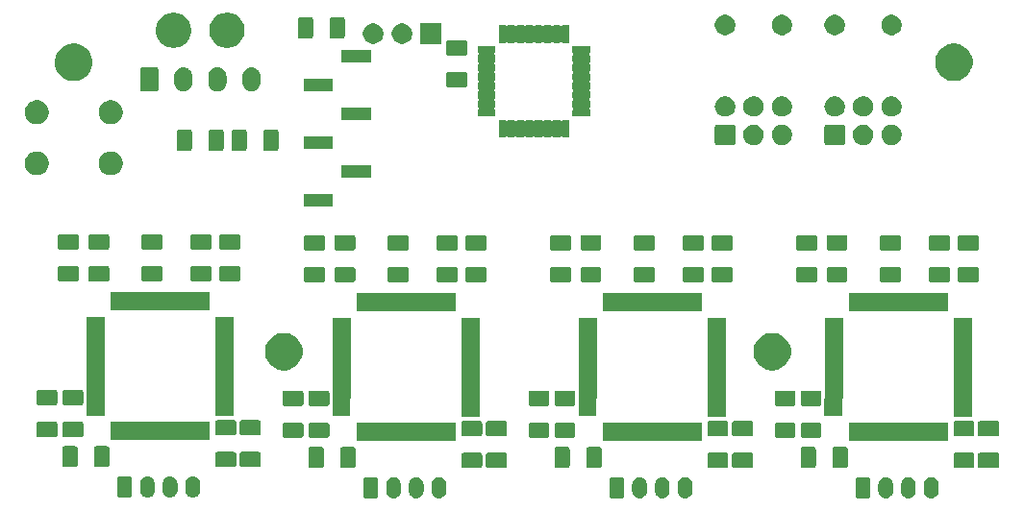
<source format=gbr>
G04 #@! TF.GenerationSoftware,KiCad,Pcbnew,(5.1.5)-3*
G04 #@! TF.CreationDate,2019-12-18T01:06:06+01:00*
G04 #@! TF.ProjectId,CarteMoteur,43617274-654d-46f7-9465-75722e6b6963,rev?*
G04 #@! TF.SameCoordinates,Original*
G04 #@! TF.FileFunction,Soldermask,Top*
G04 #@! TF.FilePolarity,Negative*
%FSLAX46Y46*%
G04 Gerber Fmt 4.6, Leading zero omitted, Abs format (unit mm)*
G04 Created by KiCad (PCBNEW (5.1.5)-3) date 2019-12-18 01:06:06*
%MOMM*%
%LPD*%
G04 APERTURE LIST*
%ADD10C,0.100000*%
G04 APERTURE END LIST*
D10*
G36*
X120783617Y-69083420D02*
G01*
X120864399Y-69107925D01*
X120906335Y-69120646D01*
X121019424Y-69181094D01*
X121118554Y-69262447D01*
X121199906Y-69361575D01*
X121260354Y-69474664D01*
X121270040Y-69506596D01*
X121297580Y-69597382D01*
X121307000Y-69693027D01*
X121307000Y-70306973D01*
X121297580Y-70402618D01*
X121270040Y-70493404D01*
X121260354Y-70525336D01*
X121199906Y-70638425D01*
X121118554Y-70737554D01*
X121019425Y-70818906D01*
X120906336Y-70879354D01*
X120874404Y-70889040D01*
X120783618Y-70916580D01*
X120656000Y-70929149D01*
X120528383Y-70916580D01*
X120437597Y-70889040D01*
X120405665Y-70879354D01*
X120292576Y-70818906D01*
X120193447Y-70737554D01*
X120112096Y-70638427D01*
X120112095Y-70638425D01*
X120072541Y-70564426D01*
X120051645Y-70525333D01*
X120039237Y-70484427D01*
X120014420Y-70402618D01*
X120005000Y-70306973D01*
X120005000Y-69693028D01*
X120014420Y-69597383D01*
X120051645Y-69474669D01*
X120051646Y-69474665D01*
X120112094Y-69361576D01*
X120193447Y-69262446D01*
X120292575Y-69181094D01*
X120405664Y-69120646D01*
X120447600Y-69107925D01*
X120528382Y-69083420D01*
X120656000Y-69070851D01*
X120783617Y-69083420D01*
G37*
G36*
X122783617Y-69083420D02*
G01*
X122864399Y-69107925D01*
X122906335Y-69120646D01*
X123019424Y-69181094D01*
X123118554Y-69262447D01*
X123199906Y-69361575D01*
X123260354Y-69474664D01*
X123270040Y-69506596D01*
X123297580Y-69597382D01*
X123307000Y-69693027D01*
X123307000Y-70306973D01*
X123297580Y-70402618D01*
X123270040Y-70493404D01*
X123260354Y-70525336D01*
X123199906Y-70638425D01*
X123118554Y-70737554D01*
X123019425Y-70818906D01*
X122906336Y-70879354D01*
X122874404Y-70889040D01*
X122783618Y-70916580D01*
X122656000Y-70929149D01*
X122528383Y-70916580D01*
X122437597Y-70889040D01*
X122405665Y-70879354D01*
X122292576Y-70818906D01*
X122193447Y-70737554D01*
X122112096Y-70638427D01*
X122112095Y-70638425D01*
X122072541Y-70564426D01*
X122051645Y-70525333D01*
X122039237Y-70484427D01*
X122014420Y-70402618D01*
X122005000Y-70306973D01*
X122005000Y-69693028D01*
X122014420Y-69597383D01*
X122051645Y-69474669D01*
X122051646Y-69474665D01*
X122112094Y-69361576D01*
X122193447Y-69262446D01*
X122292575Y-69181094D01*
X122405664Y-69120646D01*
X122447600Y-69107925D01*
X122528382Y-69083420D01*
X122656000Y-69070851D01*
X122783617Y-69083420D01*
G37*
G36*
X124783617Y-69083420D02*
G01*
X124864399Y-69107925D01*
X124906335Y-69120646D01*
X125019424Y-69181094D01*
X125118554Y-69262447D01*
X125199906Y-69361575D01*
X125260354Y-69474664D01*
X125270040Y-69506596D01*
X125297580Y-69597382D01*
X125307000Y-69693027D01*
X125307000Y-70306973D01*
X125297580Y-70402618D01*
X125270040Y-70493404D01*
X125260354Y-70525336D01*
X125199906Y-70638425D01*
X125118554Y-70737554D01*
X125019425Y-70818906D01*
X124906336Y-70879354D01*
X124874404Y-70889040D01*
X124783618Y-70916580D01*
X124656000Y-70929149D01*
X124528383Y-70916580D01*
X124437597Y-70889040D01*
X124405665Y-70879354D01*
X124292576Y-70818906D01*
X124193447Y-70737554D01*
X124112096Y-70638427D01*
X124112095Y-70638425D01*
X124072541Y-70564426D01*
X124051645Y-70525333D01*
X124039237Y-70484427D01*
X124014420Y-70402618D01*
X124005000Y-70306973D01*
X124005000Y-69693028D01*
X124014420Y-69597383D01*
X124051645Y-69474669D01*
X124051646Y-69474665D01*
X124112094Y-69361576D01*
X124193447Y-69262446D01*
X124292575Y-69181094D01*
X124405664Y-69120646D01*
X124447600Y-69107925D01*
X124528382Y-69083420D01*
X124656000Y-69070851D01*
X124783617Y-69083420D01*
G37*
G36*
X142455617Y-69083420D02*
G01*
X142536399Y-69107925D01*
X142578335Y-69120646D01*
X142691424Y-69181094D01*
X142790554Y-69262447D01*
X142871906Y-69361575D01*
X142932354Y-69474664D01*
X142942040Y-69506596D01*
X142969580Y-69597382D01*
X142979000Y-69693027D01*
X142979000Y-70306973D01*
X142969580Y-70402618D01*
X142942040Y-70493404D01*
X142932354Y-70525336D01*
X142871906Y-70638425D01*
X142790554Y-70737554D01*
X142691425Y-70818906D01*
X142578336Y-70879354D01*
X142546404Y-70889040D01*
X142455618Y-70916580D01*
X142328000Y-70929149D01*
X142200383Y-70916580D01*
X142109597Y-70889040D01*
X142077665Y-70879354D01*
X141964576Y-70818906D01*
X141865447Y-70737554D01*
X141784096Y-70638427D01*
X141784095Y-70638425D01*
X141744541Y-70564426D01*
X141723645Y-70525333D01*
X141711237Y-70484427D01*
X141686420Y-70402618D01*
X141677000Y-70306973D01*
X141677000Y-69693028D01*
X141686420Y-69597383D01*
X141723645Y-69474669D01*
X141723646Y-69474665D01*
X141784094Y-69361576D01*
X141865447Y-69262446D01*
X141964575Y-69181094D01*
X142077664Y-69120646D01*
X142119600Y-69107925D01*
X142200382Y-69083420D01*
X142328000Y-69070851D01*
X142455617Y-69083420D01*
G37*
G36*
X144455617Y-69083420D02*
G01*
X144536399Y-69107925D01*
X144578335Y-69120646D01*
X144691424Y-69181094D01*
X144790554Y-69262447D01*
X144871906Y-69361575D01*
X144932354Y-69474664D01*
X144942040Y-69506596D01*
X144969580Y-69597382D01*
X144979000Y-69693027D01*
X144979000Y-70306973D01*
X144969580Y-70402618D01*
X144942040Y-70493404D01*
X144932354Y-70525336D01*
X144871906Y-70638425D01*
X144790554Y-70737554D01*
X144691425Y-70818906D01*
X144578336Y-70879354D01*
X144546404Y-70889040D01*
X144455618Y-70916580D01*
X144328000Y-70929149D01*
X144200383Y-70916580D01*
X144109597Y-70889040D01*
X144077665Y-70879354D01*
X143964576Y-70818906D01*
X143865447Y-70737554D01*
X143784096Y-70638427D01*
X143784095Y-70638425D01*
X143744541Y-70564426D01*
X143723645Y-70525333D01*
X143711237Y-70484427D01*
X143686420Y-70402618D01*
X143677000Y-70306973D01*
X143677000Y-69693028D01*
X143686420Y-69597383D01*
X143723645Y-69474669D01*
X143723646Y-69474665D01*
X143784094Y-69361576D01*
X143865447Y-69262446D01*
X143964575Y-69181094D01*
X144077664Y-69120646D01*
X144119600Y-69107925D01*
X144200382Y-69083420D01*
X144328000Y-69070851D01*
X144455617Y-69083420D01*
G37*
G36*
X164127617Y-69083420D02*
G01*
X164208399Y-69107925D01*
X164250335Y-69120646D01*
X164363424Y-69181094D01*
X164462554Y-69262447D01*
X164543906Y-69361575D01*
X164604354Y-69474664D01*
X164614040Y-69506596D01*
X164641580Y-69597382D01*
X164651000Y-69693027D01*
X164651000Y-70306973D01*
X164641580Y-70402618D01*
X164614040Y-70493404D01*
X164604354Y-70525336D01*
X164543906Y-70638425D01*
X164462554Y-70737554D01*
X164363425Y-70818906D01*
X164250336Y-70879354D01*
X164218404Y-70889040D01*
X164127618Y-70916580D01*
X164000000Y-70929149D01*
X163872383Y-70916580D01*
X163781597Y-70889040D01*
X163749665Y-70879354D01*
X163636576Y-70818906D01*
X163537447Y-70737554D01*
X163456096Y-70638427D01*
X163456095Y-70638425D01*
X163416541Y-70564426D01*
X163395645Y-70525333D01*
X163383237Y-70484427D01*
X163358420Y-70402618D01*
X163349000Y-70306973D01*
X163349000Y-69693028D01*
X163358420Y-69597383D01*
X163395645Y-69474669D01*
X163395646Y-69474665D01*
X163456094Y-69361576D01*
X163537447Y-69262446D01*
X163636575Y-69181094D01*
X163749664Y-69120646D01*
X163791600Y-69107925D01*
X163872382Y-69083420D01*
X164000000Y-69070851D01*
X164127617Y-69083420D01*
G37*
G36*
X146455617Y-69083420D02*
G01*
X146536399Y-69107925D01*
X146578335Y-69120646D01*
X146691424Y-69181094D01*
X146790554Y-69262447D01*
X146871906Y-69361575D01*
X146932354Y-69474664D01*
X146942040Y-69506596D01*
X146969580Y-69597382D01*
X146979000Y-69693027D01*
X146979000Y-70306973D01*
X146969580Y-70402618D01*
X146942040Y-70493404D01*
X146932354Y-70525336D01*
X146871906Y-70638425D01*
X146790554Y-70737554D01*
X146691425Y-70818906D01*
X146578336Y-70879354D01*
X146546404Y-70889040D01*
X146455618Y-70916580D01*
X146328000Y-70929149D01*
X146200383Y-70916580D01*
X146109597Y-70889040D01*
X146077665Y-70879354D01*
X145964576Y-70818906D01*
X145865447Y-70737554D01*
X145784096Y-70638427D01*
X145784095Y-70638425D01*
X145744541Y-70564426D01*
X145723645Y-70525333D01*
X145711237Y-70484427D01*
X145686420Y-70402618D01*
X145677000Y-70306973D01*
X145677000Y-69693028D01*
X145686420Y-69597383D01*
X145723645Y-69474669D01*
X145723646Y-69474665D01*
X145784094Y-69361576D01*
X145865447Y-69262446D01*
X145964575Y-69181094D01*
X146077664Y-69120646D01*
X146119600Y-69107925D01*
X146200382Y-69083420D01*
X146328000Y-69070851D01*
X146455617Y-69083420D01*
G37*
G36*
X168127617Y-69083420D02*
G01*
X168208399Y-69107925D01*
X168250335Y-69120646D01*
X168363424Y-69181094D01*
X168462554Y-69262447D01*
X168543906Y-69361575D01*
X168604354Y-69474664D01*
X168614040Y-69506596D01*
X168641580Y-69597382D01*
X168651000Y-69693027D01*
X168651000Y-70306973D01*
X168641580Y-70402618D01*
X168614040Y-70493404D01*
X168604354Y-70525336D01*
X168543906Y-70638425D01*
X168462554Y-70737554D01*
X168363425Y-70818906D01*
X168250336Y-70879354D01*
X168218404Y-70889040D01*
X168127618Y-70916580D01*
X168000000Y-70929149D01*
X167872383Y-70916580D01*
X167781597Y-70889040D01*
X167749665Y-70879354D01*
X167636576Y-70818906D01*
X167537447Y-70737554D01*
X167456096Y-70638427D01*
X167456095Y-70638425D01*
X167416541Y-70564426D01*
X167395645Y-70525333D01*
X167383237Y-70484427D01*
X167358420Y-70402618D01*
X167349000Y-70306973D01*
X167349000Y-69693028D01*
X167358420Y-69597383D01*
X167395645Y-69474669D01*
X167395646Y-69474665D01*
X167456094Y-69361576D01*
X167537447Y-69262446D01*
X167636575Y-69181094D01*
X167749664Y-69120646D01*
X167791600Y-69107925D01*
X167872382Y-69083420D01*
X168000000Y-69070851D01*
X168127617Y-69083420D01*
G37*
G36*
X166127617Y-69083420D02*
G01*
X166208399Y-69107925D01*
X166250335Y-69120646D01*
X166363424Y-69181094D01*
X166462554Y-69262447D01*
X166543906Y-69361575D01*
X166604354Y-69474664D01*
X166614040Y-69506596D01*
X166641580Y-69597382D01*
X166651000Y-69693027D01*
X166651000Y-70306973D01*
X166641580Y-70402618D01*
X166614040Y-70493404D01*
X166604354Y-70525336D01*
X166543906Y-70638425D01*
X166462554Y-70737554D01*
X166363425Y-70818906D01*
X166250336Y-70879354D01*
X166218404Y-70889040D01*
X166127618Y-70916580D01*
X166000000Y-70929149D01*
X165872383Y-70916580D01*
X165781597Y-70889040D01*
X165749665Y-70879354D01*
X165636576Y-70818906D01*
X165537447Y-70737554D01*
X165456096Y-70638427D01*
X165456095Y-70638425D01*
X165416541Y-70564426D01*
X165395645Y-70525333D01*
X165383237Y-70484427D01*
X165358420Y-70402618D01*
X165349000Y-70306973D01*
X165349000Y-69693028D01*
X165358420Y-69597383D01*
X165395645Y-69474669D01*
X165395646Y-69474665D01*
X165456094Y-69361576D01*
X165537447Y-69262446D01*
X165636575Y-69181094D01*
X165749664Y-69120646D01*
X165791600Y-69107925D01*
X165872382Y-69083420D01*
X166000000Y-69070851D01*
X166127617Y-69083420D01*
G37*
G36*
X119147242Y-69078404D02*
G01*
X119184337Y-69089657D01*
X119218515Y-69107925D01*
X119248481Y-69132519D01*
X119273075Y-69162485D01*
X119291343Y-69196663D01*
X119302596Y-69233758D01*
X119307000Y-69278474D01*
X119307000Y-70721526D01*
X119302596Y-70766242D01*
X119291343Y-70803337D01*
X119273075Y-70837515D01*
X119248481Y-70867481D01*
X119218515Y-70892075D01*
X119184337Y-70910343D01*
X119147242Y-70921596D01*
X119102526Y-70926000D01*
X118209474Y-70926000D01*
X118164758Y-70921596D01*
X118127663Y-70910343D01*
X118093485Y-70892075D01*
X118063519Y-70867481D01*
X118038925Y-70837515D01*
X118020657Y-70803337D01*
X118009404Y-70766242D01*
X118005000Y-70721526D01*
X118005000Y-69278474D01*
X118009404Y-69233758D01*
X118020657Y-69196663D01*
X118038925Y-69162485D01*
X118063519Y-69132519D01*
X118093485Y-69107925D01*
X118127663Y-69089657D01*
X118164758Y-69078404D01*
X118209474Y-69074000D01*
X119102526Y-69074000D01*
X119147242Y-69078404D01*
G37*
G36*
X140819242Y-69078404D02*
G01*
X140856337Y-69089657D01*
X140890515Y-69107925D01*
X140920481Y-69132519D01*
X140945075Y-69162485D01*
X140963343Y-69196663D01*
X140974596Y-69233758D01*
X140979000Y-69278474D01*
X140979000Y-70721526D01*
X140974596Y-70766242D01*
X140963343Y-70803337D01*
X140945075Y-70837515D01*
X140920481Y-70867481D01*
X140890515Y-70892075D01*
X140856337Y-70910343D01*
X140819242Y-70921596D01*
X140774526Y-70926000D01*
X139881474Y-70926000D01*
X139836758Y-70921596D01*
X139799663Y-70910343D01*
X139765485Y-70892075D01*
X139735519Y-70867481D01*
X139710925Y-70837515D01*
X139692657Y-70803337D01*
X139681404Y-70766242D01*
X139677000Y-70721526D01*
X139677000Y-69278474D01*
X139681404Y-69233758D01*
X139692657Y-69196663D01*
X139710925Y-69162485D01*
X139735519Y-69132519D01*
X139765485Y-69107925D01*
X139799663Y-69089657D01*
X139836758Y-69078404D01*
X139881474Y-69074000D01*
X140774526Y-69074000D01*
X140819242Y-69078404D01*
G37*
G36*
X162491242Y-69078404D02*
G01*
X162528337Y-69089657D01*
X162562515Y-69107925D01*
X162592481Y-69132519D01*
X162617075Y-69162485D01*
X162635343Y-69196663D01*
X162646596Y-69233758D01*
X162651000Y-69278474D01*
X162651000Y-70721526D01*
X162646596Y-70766242D01*
X162635343Y-70803337D01*
X162617075Y-70837515D01*
X162592481Y-70867481D01*
X162562515Y-70892075D01*
X162528337Y-70910343D01*
X162491242Y-70921596D01*
X162446526Y-70926000D01*
X161553474Y-70926000D01*
X161508758Y-70921596D01*
X161471663Y-70910343D01*
X161437485Y-70892075D01*
X161407519Y-70867481D01*
X161382925Y-70837515D01*
X161364657Y-70803337D01*
X161353404Y-70766242D01*
X161349000Y-70721526D01*
X161349000Y-69278474D01*
X161353404Y-69233758D01*
X161364657Y-69196663D01*
X161382925Y-69162485D01*
X161407519Y-69132519D01*
X161437485Y-69107925D01*
X161471663Y-69089657D01*
X161508758Y-69078404D01*
X161553474Y-69074000D01*
X162446526Y-69074000D01*
X162491242Y-69078404D01*
G37*
G36*
X99111617Y-69009420D02*
G01*
X99192399Y-69033925D01*
X99234335Y-69046646D01*
X99347424Y-69107094D01*
X99446554Y-69188447D01*
X99527906Y-69287575D01*
X99588354Y-69400664D01*
X99598040Y-69432596D01*
X99625580Y-69523382D01*
X99625580Y-69523384D01*
X99632869Y-69597385D01*
X99635000Y-69619027D01*
X99635000Y-70232973D01*
X99625580Y-70328618D01*
X99603133Y-70402616D01*
X99588354Y-70451336D01*
X99527906Y-70564425D01*
X99446554Y-70663554D01*
X99347425Y-70744906D01*
X99234336Y-70805354D01*
X99202404Y-70815040D01*
X99111618Y-70842580D01*
X98984000Y-70855149D01*
X98856383Y-70842580D01*
X98765597Y-70815040D01*
X98733665Y-70805354D01*
X98620576Y-70744906D01*
X98521447Y-70663554D01*
X98440096Y-70564427D01*
X98440095Y-70564425D01*
X98379647Y-70451336D01*
X98379645Y-70451333D01*
X98364867Y-70402616D01*
X98342420Y-70328618D01*
X98333000Y-70232973D01*
X98333000Y-69619028D01*
X98342420Y-69523383D01*
X98379645Y-69400669D01*
X98379646Y-69400665D01*
X98440094Y-69287576D01*
X98521447Y-69188446D01*
X98620575Y-69107094D01*
X98733664Y-69046646D01*
X98775600Y-69033925D01*
X98856382Y-69009420D01*
X98984000Y-68996851D01*
X99111617Y-69009420D01*
G37*
G36*
X103111617Y-69009420D02*
G01*
X103192399Y-69033925D01*
X103234335Y-69046646D01*
X103347424Y-69107094D01*
X103446554Y-69188447D01*
X103527906Y-69287575D01*
X103588354Y-69400664D01*
X103598040Y-69432596D01*
X103625580Y-69523382D01*
X103625580Y-69523384D01*
X103632869Y-69597385D01*
X103635000Y-69619027D01*
X103635000Y-70232973D01*
X103625580Y-70328618D01*
X103603133Y-70402616D01*
X103588354Y-70451336D01*
X103527906Y-70564425D01*
X103446554Y-70663554D01*
X103347425Y-70744906D01*
X103234336Y-70805354D01*
X103202404Y-70815040D01*
X103111618Y-70842580D01*
X102984000Y-70855149D01*
X102856383Y-70842580D01*
X102765597Y-70815040D01*
X102733665Y-70805354D01*
X102620576Y-70744906D01*
X102521447Y-70663554D01*
X102440096Y-70564427D01*
X102440095Y-70564425D01*
X102379647Y-70451336D01*
X102379645Y-70451333D01*
X102364867Y-70402616D01*
X102342420Y-70328618D01*
X102333000Y-70232973D01*
X102333000Y-69619028D01*
X102342420Y-69523383D01*
X102379645Y-69400669D01*
X102379646Y-69400665D01*
X102440094Y-69287576D01*
X102521447Y-69188446D01*
X102620575Y-69107094D01*
X102733664Y-69046646D01*
X102775600Y-69033925D01*
X102856382Y-69009420D01*
X102984000Y-68996851D01*
X103111617Y-69009420D01*
G37*
G36*
X101111617Y-69009420D02*
G01*
X101192399Y-69033925D01*
X101234335Y-69046646D01*
X101347424Y-69107094D01*
X101446554Y-69188447D01*
X101527906Y-69287575D01*
X101588354Y-69400664D01*
X101598040Y-69432596D01*
X101625580Y-69523382D01*
X101625580Y-69523384D01*
X101632869Y-69597385D01*
X101635000Y-69619027D01*
X101635000Y-70232973D01*
X101625580Y-70328618D01*
X101603133Y-70402616D01*
X101588354Y-70451336D01*
X101527906Y-70564425D01*
X101446554Y-70663554D01*
X101347425Y-70744906D01*
X101234336Y-70805354D01*
X101202404Y-70815040D01*
X101111618Y-70842580D01*
X100984000Y-70855149D01*
X100856383Y-70842580D01*
X100765597Y-70815040D01*
X100733665Y-70805354D01*
X100620576Y-70744906D01*
X100521447Y-70663554D01*
X100440096Y-70564427D01*
X100440095Y-70564425D01*
X100379647Y-70451336D01*
X100379645Y-70451333D01*
X100364867Y-70402616D01*
X100342420Y-70328618D01*
X100333000Y-70232973D01*
X100333000Y-69619028D01*
X100342420Y-69523383D01*
X100379645Y-69400669D01*
X100379646Y-69400665D01*
X100440094Y-69287576D01*
X100521447Y-69188446D01*
X100620575Y-69107094D01*
X100733664Y-69046646D01*
X100775600Y-69033925D01*
X100856382Y-69009420D01*
X100984000Y-68996851D01*
X101111617Y-69009420D01*
G37*
G36*
X97475242Y-69004404D02*
G01*
X97512337Y-69015657D01*
X97546515Y-69033925D01*
X97576481Y-69058519D01*
X97601075Y-69088485D01*
X97619343Y-69122663D01*
X97630596Y-69159758D01*
X97635000Y-69204474D01*
X97635000Y-70647526D01*
X97630596Y-70692242D01*
X97619343Y-70729337D01*
X97601075Y-70763515D01*
X97576481Y-70793481D01*
X97546515Y-70818075D01*
X97512337Y-70836343D01*
X97475242Y-70847596D01*
X97430526Y-70852000D01*
X96537474Y-70852000D01*
X96492758Y-70847596D01*
X96455663Y-70836343D01*
X96421485Y-70818075D01*
X96391519Y-70793481D01*
X96366925Y-70763515D01*
X96348657Y-70729337D01*
X96337404Y-70692242D01*
X96333000Y-70647526D01*
X96333000Y-69204474D01*
X96337404Y-69159758D01*
X96348657Y-69122663D01*
X96366925Y-69088485D01*
X96391519Y-69058519D01*
X96421485Y-69033925D01*
X96455663Y-69015657D01*
X96492758Y-69004404D01*
X96537474Y-69000000D01*
X97430526Y-69000000D01*
X97475242Y-69004404D01*
G37*
G36*
X128314604Y-66921347D02*
G01*
X128351144Y-66932432D01*
X128384821Y-66950433D01*
X128414341Y-66974659D01*
X128438567Y-67004179D01*
X128456568Y-67037856D01*
X128467653Y-67074396D01*
X128472000Y-67118538D01*
X128472000Y-68067462D01*
X128467653Y-68111604D01*
X128456568Y-68148144D01*
X128438567Y-68181821D01*
X128414341Y-68211341D01*
X128384821Y-68235567D01*
X128351144Y-68253568D01*
X128314604Y-68264653D01*
X128270462Y-68269000D01*
X126821538Y-68269000D01*
X126777396Y-68264653D01*
X126740856Y-68253568D01*
X126707179Y-68235567D01*
X126677659Y-68211341D01*
X126653433Y-68181821D01*
X126635432Y-68148144D01*
X126624347Y-68111604D01*
X126620000Y-68067462D01*
X126620000Y-67118538D01*
X126624347Y-67074396D01*
X126635432Y-67037856D01*
X126653433Y-67004179D01*
X126677659Y-66974659D01*
X126707179Y-66950433D01*
X126740856Y-66932432D01*
X126777396Y-66921347D01*
X126821538Y-66917000D01*
X128270462Y-66917000D01*
X128314604Y-66921347D01*
G37*
G36*
X149986604Y-66921347D02*
G01*
X150023144Y-66932432D01*
X150056821Y-66950433D01*
X150086341Y-66974659D01*
X150110567Y-67004179D01*
X150128568Y-67037856D01*
X150139653Y-67074396D01*
X150144000Y-67118538D01*
X150144000Y-68067462D01*
X150139653Y-68111604D01*
X150128568Y-68148144D01*
X150110567Y-68181821D01*
X150086341Y-68211341D01*
X150056821Y-68235567D01*
X150023144Y-68253568D01*
X149986604Y-68264653D01*
X149942462Y-68269000D01*
X148493538Y-68269000D01*
X148449396Y-68264653D01*
X148412856Y-68253568D01*
X148379179Y-68235567D01*
X148349659Y-68211341D01*
X148325433Y-68181821D01*
X148307432Y-68148144D01*
X148296347Y-68111604D01*
X148292000Y-68067462D01*
X148292000Y-67118538D01*
X148296347Y-67074396D01*
X148307432Y-67037856D01*
X148325433Y-67004179D01*
X148349659Y-66974659D01*
X148379179Y-66950433D01*
X148412856Y-66932432D01*
X148449396Y-66921347D01*
X148493538Y-66917000D01*
X149942462Y-66917000D01*
X149986604Y-66921347D01*
G37*
G36*
X171658604Y-66921347D02*
G01*
X171695144Y-66932432D01*
X171728821Y-66950433D01*
X171758341Y-66974659D01*
X171782567Y-67004179D01*
X171800568Y-67037856D01*
X171811653Y-67074396D01*
X171816000Y-67118538D01*
X171816000Y-68067462D01*
X171811653Y-68111604D01*
X171800568Y-68148144D01*
X171782567Y-68181821D01*
X171758341Y-68211341D01*
X171728821Y-68235567D01*
X171695144Y-68253568D01*
X171658604Y-68264653D01*
X171614462Y-68269000D01*
X170165538Y-68269000D01*
X170121396Y-68264653D01*
X170084856Y-68253568D01*
X170051179Y-68235567D01*
X170021659Y-68211341D01*
X169997433Y-68181821D01*
X169979432Y-68148144D01*
X169968347Y-68111604D01*
X169964000Y-68067462D01*
X169964000Y-67118538D01*
X169968347Y-67074396D01*
X169979432Y-67037856D01*
X169997433Y-67004179D01*
X170021659Y-66974659D01*
X170051179Y-66950433D01*
X170084856Y-66932432D01*
X170121396Y-66921347D01*
X170165538Y-66917000D01*
X171614462Y-66917000D01*
X171658604Y-66921347D01*
G37*
G36*
X130473604Y-66918347D02*
G01*
X130510144Y-66929432D01*
X130543821Y-66947433D01*
X130573341Y-66971659D01*
X130597567Y-67001179D01*
X130615568Y-67034856D01*
X130626653Y-67071396D01*
X130631000Y-67115538D01*
X130631000Y-68064462D01*
X130626653Y-68108604D01*
X130615568Y-68145144D01*
X130597567Y-68178821D01*
X130573341Y-68208341D01*
X130543821Y-68232567D01*
X130510144Y-68250568D01*
X130473604Y-68261653D01*
X130429462Y-68266000D01*
X128980538Y-68266000D01*
X128936396Y-68261653D01*
X128899856Y-68250568D01*
X128866179Y-68232567D01*
X128836659Y-68208341D01*
X128812433Y-68178821D01*
X128794432Y-68145144D01*
X128783347Y-68108604D01*
X128779000Y-68064462D01*
X128779000Y-67115538D01*
X128783347Y-67071396D01*
X128794432Y-67034856D01*
X128812433Y-67001179D01*
X128836659Y-66971659D01*
X128866179Y-66947433D01*
X128899856Y-66929432D01*
X128936396Y-66918347D01*
X128980538Y-66914000D01*
X130429462Y-66914000D01*
X130473604Y-66918347D01*
G37*
G36*
X152145604Y-66918347D02*
G01*
X152182144Y-66929432D01*
X152215821Y-66947433D01*
X152245341Y-66971659D01*
X152269567Y-67001179D01*
X152287568Y-67034856D01*
X152298653Y-67071396D01*
X152303000Y-67115538D01*
X152303000Y-68064462D01*
X152298653Y-68108604D01*
X152287568Y-68145144D01*
X152269567Y-68178821D01*
X152245341Y-68208341D01*
X152215821Y-68232567D01*
X152182144Y-68250568D01*
X152145604Y-68261653D01*
X152101462Y-68266000D01*
X150652538Y-68266000D01*
X150608396Y-68261653D01*
X150571856Y-68250568D01*
X150538179Y-68232567D01*
X150508659Y-68208341D01*
X150484433Y-68178821D01*
X150466432Y-68145144D01*
X150455347Y-68108604D01*
X150451000Y-68064462D01*
X150451000Y-67115538D01*
X150455347Y-67071396D01*
X150466432Y-67034856D01*
X150484433Y-67001179D01*
X150508659Y-66971659D01*
X150538179Y-66947433D01*
X150571856Y-66929432D01*
X150608396Y-66918347D01*
X150652538Y-66914000D01*
X152101462Y-66914000D01*
X152145604Y-66918347D01*
G37*
G36*
X173817604Y-66918347D02*
G01*
X173854144Y-66929432D01*
X173887821Y-66947433D01*
X173917341Y-66971659D01*
X173941567Y-67001179D01*
X173959568Y-67034856D01*
X173970653Y-67071396D01*
X173975000Y-67115538D01*
X173975000Y-68064462D01*
X173970653Y-68108604D01*
X173959568Y-68145144D01*
X173941567Y-68178821D01*
X173917341Y-68208341D01*
X173887821Y-68232567D01*
X173854144Y-68250568D01*
X173817604Y-68261653D01*
X173773462Y-68266000D01*
X172324538Y-68266000D01*
X172280396Y-68261653D01*
X172243856Y-68250568D01*
X172210179Y-68232567D01*
X172180659Y-68208341D01*
X172156433Y-68178821D01*
X172138432Y-68145144D01*
X172127347Y-68108604D01*
X172123000Y-68064462D01*
X172123000Y-67115538D01*
X172127347Y-67071396D01*
X172138432Y-67034856D01*
X172156433Y-67001179D01*
X172180659Y-66971659D01*
X172210179Y-66947433D01*
X172243856Y-66929432D01*
X172280396Y-66918347D01*
X172324538Y-66914000D01*
X173773462Y-66914000D01*
X173817604Y-66918347D01*
G37*
G36*
X136020604Y-66411347D02*
G01*
X136057144Y-66422432D01*
X136090821Y-66440433D01*
X136120341Y-66464659D01*
X136144567Y-66494179D01*
X136162568Y-66527856D01*
X136173653Y-66564396D01*
X136178000Y-66608538D01*
X136178000Y-68057462D01*
X136173653Y-68101604D01*
X136162568Y-68138144D01*
X136144567Y-68171821D01*
X136120341Y-68201341D01*
X136090821Y-68225567D01*
X136057144Y-68243568D01*
X136020604Y-68254653D01*
X135976462Y-68259000D01*
X135027538Y-68259000D01*
X134983396Y-68254653D01*
X134946856Y-68243568D01*
X134913179Y-68225567D01*
X134883659Y-68201341D01*
X134859433Y-68171821D01*
X134841432Y-68138144D01*
X134830347Y-68101604D01*
X134826000Y-68057462D01*
X134826000Y-66608538D01*
X134830347Y-66564396D01*
X134841432Y-66527856D01*
X134859433Y-66494179D01*
X134883659Y-66464659D01*
X134913179Y-66440433D01*
X134946856Y-66422432D01*
X134983396Y-66411347D01*
X135027538Y-66407000D01*
X135976462Y-66407000D01*
X136020604Y-66411347D01*
G37*
G36*
X160492604Y-66411347D02*
G01*
X160529144Y-66422432D01*
X160562821Y-66440433D01*
X160592341Y-66464659D01*
X160616567Y-66494179D01*
X160634568Y-66527856D01*
X160645653Y-66564396D01*
X160650000Y-66608538D01*
X160650000Y-68057462D01*
X160645653Y-68101604D01*
X160634568Y-68138144D01*
X160616567Y-68171821D01*
X160592341Y-68201341D01*
X160562821Y-68225567D01*
X160529144Y-68243568D01*
X160492604Y-68254653D01*
X160448462Y-68259000D01*
X159499538Y-68259000D01*
X159455396Y-68254653D01*
X159418856Y-68243568D01*
X159385179Y-68225567D01*
X159355659Y-68201341D01*
X159331433Y-68171821D01*
X159313432Y-68138144D01*
X159302347Y-68101604D01*
X159298000Y-68057462D01*
X159298000Y-66608538D01*
X159302347Y-66564396D01*
X159313432Y-66527856D01*
X159331433Y-66494179D01*
X159355659Y-66464659D01*
X159385179Y-66440433D01*
X159418856Y-66422432D01*
X159455396Y-66411347D01*
X159499538Y-66407000D01*
X160448462Y-66407000D01*
X160492604Y-66411347D01*
G37*
G36*
X157692604Y-66411347D02*
G01*
X157729144Y-66422432D01*
X157762821Y-66440433D01*
X157792341Y-66464659D01*
X157816567Y-66494179D01*
X157834568Y-66527856D01*
X157845653Y-66564396D01*
X157850000Y-66608538D01*
X157850000Y-68057462D01*
X157845653Y-68101604D01*
X157834568Y-68138144D01*
X157816567Y-68171821D01*
X157792341Y-68201341D01*
X157762821Y-68225567D01*
X157729144Y-68243568D01*
X157692604Y-68254653D01*
X157648462Y-68259000D01*
X156699538Y-68259000D01*
X156655396Y-68254653D01*
X156618856Y-68243568D01*
X156585179Y-68225567D01*
X156555659Y-68201341D01*
X156531433Y-68171821D01*
X156513432Y-68138144D01*
X156502347Y-68101604D01*
X156498000Y-68057462D01*
X156498000Y-66608538D01*
X156502347Y-66564396D01*
X156513432Y-66527856D01*
X156531433Y-66494179D01*
X156555659Y-66464659D01*
X156585179Y-66440433D01*
X156618856Y-66422432D01*
X156655396Y-66411347D01*
X156699538Y-66407000D01*
X157648462Y-66407000D01*
X157692604Y-66411347D01*
G37*
G36*
X138820604Y-66411347D02*
G01*
X138857144Y-66422432D01*
X138890821Y-66440433D01*
X138920341Y-66464659D01*
X138944567Y-66494179D01*
X138962568Y-66527856D01*
X138973653Y-66564396D01*
X138978000Y-66608538D01*
X138978000Y-68057462D01*
X138973653Y-68101604D01*
X138962568Y-68138144D01*
X138944567Y-68171821D01*
X138920341Y-68201341D01*
X138890821Y-68225567D01*
X138857144Y-68243568D01*
X138820604Y-68254653D01*
X138776462Y-68259000D01*
X137827538Y-68259000D01*
X137783396Y-68254653D01*
X137746856Y-68243568D01*
X137713179Y-68225567D01*
X137683659Y-68201341D01*
X137659433Y-68171821D01*
X137641432Y-68138144D01*
X137630347Y-68101604D01*
X137626000Y-68057462D01*
X137626000Y-66608538D01*
X137630347Y-66564396D01*
X137641432Y-66527856D01*
X137659433Y-66494179D01*
X137683659Y-66464659D01*
X137713179Y-66440433D01*
X137746856Y-66422432D01*
X137783396Y-66411347D01*
X137827538Y-66407000D01*
X138776462Y-66407000D01*
X138820604Y-66411347D01*
G37*
G36*
X114348604Y-66411347D02*
G01*
X114385144Y-66422432D01*
X114418821Y-66440433D01*
X114448341Y-66464659D01*
X114472567Y-66494179D01*
X114490568Y-66527856D01*
X114501653Y-66564396D01*
X114506000Y-66608538D01*
X114506000Y-68057462D01*
X114501653Y-68101604D01*
X114490568Y-68138144D01*
X114472567Y-68171821D01*
X114448341Y-68201341D01*
X114418821Y-68225567D01*
X114385144Y-68243568D01*
X114348604Y-68254653D01*
X114304462Y-68259000D01*
X113355538Y-68259000D01*
X113311396Y-68254653D01*
X113274856Y-68243568D01*
X113241179Y-68225567D01*
X113211659Y-68201341D01*
X113187433Y-68171821D01*
X113169432Y-68138144D01*
X113158347Y-68101604D01*
X113154000Y-68057462D01*
X113154000Y-66608538D01*
X113158347Y-66564396D01*
X113169432Y-66527856D01*
X113187433Y-66494179D01*
X113211659Y-66464659D01*
X113241179Y-66440433D01*
X113274856Y-66422432D01*
X113311396Y-66411347D01*
X113355538Y-66407000D01*
X114304462Y-66407000D01*
X114348604Y-66411347D01*
G37*
G36*
X117148604Y-66411347D02*
G01*
X117185144Y-66422432D01*
X117218821Y-66440433D01*
X117248341Y-66464659D01*
X117272567Y-66494179D01*
X117290568Y-66527856D01*
X117301653Y-66564396D01*
X117306000Y-66608538D01*
X117306000Y-68057462D01*
X117301653Y-68101604D01*
X117290568Y-68138144D01*
X117272567Y-68171821D01*
X117248341Y-68201341D01*
X117218821Y-68225567D01*
X117185144Y-68243568D01*
X117148604Y-68254653D01*
X117104462Y-68259000D01*
X116155538Y-68259000D01*
X116111396Y-68254653D01*
X116074856Y-68243568D01*
X116041179Y-68225567D01*
X116011659Y-68201341D01*
X115987433Y-68171821D01*
X115969432Y-68138144D01*
X115958347Y-68101604D01*
X115954000Y-68057462D01*
X115954000Y-66608538D01*
X115958347Y-66564396D01*
X115969432Y-66527856D01*
X115987433Y-66494179D01*
X116011659Y-66464659D01*
X116041179Y-66440433D01*
X116074856Y-66422432D01*
X116111396Y-66411347D01*
X116155538Y-66407000D01*
X117104462Y-66407000D01*
X117148604Y-66411347D01*
G37*
G36*
X106642604Y-66847347D02*
G01*
X106679144Y-66858432D01*
X106712821Y-66876433D01*
X106742341Y-66900659D01*
X106766567Y-66930179D01*
X106784568Y-66963856D01*
X106795653Y-67000396D01*
X106800000Y-67044538D01*
X106800000Y-67993462D01*
X106795653Y-68037604D01*
X106784568Y-68074144D01*
X106766567Y-68107821D01*
X106742341Y-68137341D01*
X106712821Y-68161567D01*
X106679144Y-68179568D01*
X106642604Y-68190653D01*
X106598462Y-68195000D01*
X105149538Y-68195000D01*
X105105396Y-68190653D01*
X105068856Y-68179568D01*
X105035179Y-68161567D01*
X105005659Y-68137341D01*
X104981433Y-68107821D01*
X104963432Y-68074144D01*
X104952347Y-68037604D01*
X104948000Y-67993462D01*
X104948000Y-67044538D01*
X104952347Y-67000396D01*
X104963432Y-66963856D01*
X104981433Y-66930179D01*
X105005659Y-66900659D01*
X105035179Y-66876433D01*
X105068856Y-66858432D01*
X105105396Y-66847347D01*
X105149538Y-66843000D01*
X106598462Y-66843000D01*
X106642604Y-66847347D01*
G37*
G36*
X108801604Y-66844347D02*
G01*
X108838144Y-66855432D01*
X108871821Y-66873433D01*
X108901341Y-66897659D01*
X108925567Y-66927179D01*
X108943568Y-66960856D01*
X108954653Y-66997396D01*
X108959000Y-67041538D01*
X108959000Y-67990462D01*
X108954653Y-68034604D01*
X108943568Y-68071144D01*
X108925567Y-68104821D01*
X108901341Y-68134341D01*
X108871821Y-68158567D01*
X108838144Y-68176568D01*
X108801604Y-68187653D01*
X108757462Y-68192000D01*
X107308538Y-68192000D01*
X107264396Y-68187653D01*
X107227856Y-68176568D01*
X107194179Y-68158567D01*
X107164659Y-68134341D01*
X107140433Y-68104821D01*
X107122432Y-68071144D01*
X107111347Y-68034604D01*
X107107000Y-67990462D01*
X107107000Y-67041538D01*
X107111347Y-66997396D01*
X107122432Y-66960856D01*
X107140433Y-66927179D01*
X107164659Y-66897659D01*
X107194179Y-66873433D01*
X107227856Y-66855432D01*
X107264396Y-66844347D01*
X107308538Y-66840000D01*
X108757462Y-66840000D01*
X108801604Y-66844347D01*
G37*
G36*
X92676604Y-66337347D02*
G01*
X92713144Y-66348432D01*
X92746821Y-66366433D01*
X92776341Y-66390659D01*
X92800567Y-66420179D01*
X92818568Y-66453856D01*
X92829653Y-66490396D01*
X92834000Y-66534538D01*
X92834000Y-67983462D01*
X92829653Y-68027604D01*
X92818568Y-68064144D01*
X92800567Y-68097821D01*
X92776341Y-68127341D01*
X92746821Y-68151567D01*
X92713144Y-68169568D01*
X92676604Y-68180653D01*
X92632462Y-68185000D01*
X91683538Y-68185000D01*
X91639396Y-68180653D01*
X91602856Y-68169568D01*
X91569179Y-68151567D01*
X91539659Y-68127341D01*
X91515433Y-68097821D01*
X91497432Y-68064144D01*
X91486347Y-68027604D01*
X91482000Y-67983462D01*
X91482000Y-66534538D01*
X91486347Y-66490396D01*
X91497432Y-66453856D01*
X91515433Y-66420179D01*
X91539659Y-66390659D01*
X91569179Y-66366433D01*
X91602856Y-66348432D01*
X91639396Y-66337347D01*
X91683538Y-66333000D01*
X92632462Y-66333000D01*
X92676604Y-66337347D01*
G37*
G36*
X95476604Y-66337347D02*
G01*
X95513144Y-66348432D01*
X95546821Y-66366433D01*
X95576341Y-66390659D01*
X95600567Y-66420179D01*
X95618568Y-66453856D01*
X95629653Y-66490396D01*
X95634000Y-66534538D01*
X95634000Y-67983462D01*
X95629653Y-68027604D01*
X95618568Y-68064144D01*
X95600567Y-68097821D01*
X95576341Y-68127341D01*
X95546821Y-68151567D01*
X95513144Y-68169568D01*
X95476604Y-68180653D01*
X95432462Y-68185000D01*
X94483538Y-68185000D01*
X94439396Y-68180653D01*
X94402856Y-68169568D01*
X94369179Y-68151567D01*
X94339659Y-68127341D01*
X94315433Y-68097821D01*
X94297432Y-68064144D01*
X94286347Y-68027604D01*
X94282000Y-67983462D01*
X94282000Y-66534538D01*
X94286347Y-66490396D01*
X94297432Y-66453856D01*
X94315433Y-66420179D01*
X94339659Y-66390659D01*
X94369179Y-66366433D01*
X94402856Y-66348432D01*
X94439396Y-66337347D01*
X94483538Y-66333000D01*
X95432462Y-66333000D01*
X95476604Y-66337347D01*
G37*
G36*
X147780000Y-65835000D02*
G01*
X139128000Y-65835000D01*
X139128000Y-64233000D01*
X147780000Y-64233000D01*
X147780000Y-65835000D01*
G37*
G36*
X169452000Y-65835000D02*
G01*
X160800000Y-65835000D01*
X160800000Y-64233000D01*
X169452000Y-64233000D01*
X169452000Y-65835000D01*
G37*
G36*
X126108000Y-65835000D02*
G01*
X117456000Y-65835000D01*
X117456000Y-64233000D01*
X126108000Y-64233000D01*
X126108000Y-65835000D01*
G37*
G36*
X104436000Y-65761000D02*
G01*
X95784000Y-65761000D01*
X95784000Y-64159000D01*
X104436000Y-64159000D01*
X104436000Y-65761000D01*
G37*
G36*
X136524604Y-64254347D02*
G01*
X136561144Y-64265432D01*
X136594821Y-64283433D01*
X136624341Y-64307659D01*
X136648567Y-64337179D01*
X136666568Y-64370856D01*
X136677653Y-64407396D01*
X136682000Y-64451538D01*
X136682000Y-65400462D01*
X136677653Y-65444604D01*
X136666568Y-65481144D01*
X136648567Y-65514821D01*
X136624341Y-65544341D01*
X136594821Y-65568567D01*
X136561144Y-65586568D01*
X136524604Y-65597653D01*
X136480462Y-65602000D01*
X135031538Y-65602000D01*
X134987396Y-65597653D01*
X134950856Y-65586568D01*
X134917179Y-65568567D01*
X134887659Y-65544341D01*
X134863433Y-65514821D01*
X134845432Y-65481144D01*
X134834347Y-65444604D01*
X134830000Y-65400462D01*
X134830000Y-64451538D01*
X134834347Y-64407396D01*
X134845432Y-64370856D01*
X134863433Y-64337179D01*
X134887659Y-64307659D01*
X134917179Y-64283433D01*
X134950856Y-64265432D01*
X134987396Y-64254347D01*
X135031538Y-64250000D01*
X136480462Y-64250000D01*
X136524604Y-64254347D01*
G37*
G36*
X134238604Y-64254347D02*
G01*
X134275144Y-64265432D01*
X134308821Y-64283433D01*
X134338341Y-64307659D01*
X134362567Y-64337179D01*
X134380568Y-64370856D01*
X134391653Y-64407396D01*
X134396000Y-64451538D01*
X134396000Y-65400462D01*
X134391653Y-65444604D01*
X134380568Y-65481144D01*
X134362567Y-65514821D01*
X134338341Y-65544341D01*
X134308821Y-65568567D01*
X134275144Y-65586568D01*
X134238604Y-65597653D01*
X134194462Y-65602000D01*
X132745538Y-65602000D01*
X132701396Y-65597653D01*
X132664856Y-65586568D01*
X132631179Y-65568567D01*
X132601659Y-65544341D01*
X132577433Y-65514821D01*
X132559432Y-65481144D01*
X132548347Y-65444604D01*
X132544000Y-65400462D01*
X132544000Y-64451538D01*
X132548347Y-64407396D01*
X132559432Y-64370856D01*
X132577433Y-64337179D01*
X132601659Y-64307659D01*
X132631179Y-64283433D01*
X132664856Y-64265432D01*
X132701396Y-64254347D01*
X132745538Y-64250000D01*
X134194462Y-64250000D01*
X134238604Y-64254347D01*
G37*
G36*
X114852604Y-64254347D02*
G01*
X114889144Y-64265432D01*
X114922821Y-64283433D01*
X114952341Y-64307659D01*
X114976567Y-64337179D01*
X114994568Y-64370856D01*
X115005653Y-64407396D01*
X115010000Y-64451538D01*
X115010000Y-65400462D01*
X115005653Y-65444604D01*
X114994568Y-65481144D01*
X114976567Y-65514821D01*
X114952341Y-65544341D01*
X114922821Y-65568567D01*
X114889144Y-65586568D01*
X114852604Y-65597653D01*
X114808462Y-65602000D01*
X113359538Y-65602000D01*
X113315396Y-65597653D01*
X113278856Y-65586568D01*
X113245179Y-65568567D01*
X113215659Y-65544341D01*
X113191433Y-65514821D01*
X113173432Y-65481144D01*
X113162347Y-65444604D01*
X113158000Y-65400462D01*
X113158000Y-64451538D01*
X113162347Y-64407396D01*
X113173432Y-64370856D01*
X113191433Y-64337179D01*
X113215659Y-64307659D01*
X113245179Y-64283433D01*
X113278856Y-64265432D01*
X113315396Y-64254347D01*
X113359538Y-64250000D01*
X114808462Y-64250000D01*
X114852604Y-64254347D01*
G37*
G36*
X112566604Y-64254347D02*
G01*
X112603144Y-64265432D01*
X112636821Y-64283433D01*
X112666341Y-64307659D01*
X112690567Y-64337179D01*
X112708568Y-64370856D01*
X112719653Y-64407396D01*
X112724000Y-64451538D01*
X112724000Y-65400462D01*
X112719653Y-65444604D01*
X112708568Y-65481144D01*
X112690567Y-65514821D01*
X112666341Y-65544341D01*
X112636821Y-65568567D01*
X112603144Y-65586568D01*
X112566604Y-65597653D01*
X112522462Y-65602000D01*
X111073538Y-65602000D01*
X111029396Y-65597653D01*
X110992856Y-65586568D01*
X110959179Y-65568567D01*
X110929659Y-65544341D01*
X110905433Y-65514821D01*
X110887432Y-65481144D01*
X110876347Y-65444604D01*
X110872000Y-65400462D01*
X110872000Y-64451538D01*
X110876347Y-64407396D01*
X110887432Y-64370856D01*
X110905433Y-64337179D01*
X110929659Y-64307659D01*
X110959179Y-64283433D01*
X110992856Y-64265432D01*
X111029396Y-64254347D01*
X111073538Y-64250000D01*
X112522462Y-64250000D01*
X112566604Y-64254347D01*
G37*
G36*
X155910604Y-64254347D02*
G01*
X155947144Y-64265432D01*
X155980821Y-64283433D01*
X156010341Y-64307659D01*
X156034567Y-64337179D01*
X156052568Y-64370856D01*
X156063653Y-64407396D01*
X156068000Y-64451538D01*
X156068000Y-65400462D01*
X156063653Y-65444604D01*
X156052568Y-65481144D01*
X156034567Y-65514821D01*
X156010341Y-65544341D01*
X155980821Y-65568567D01*
X155947144Y-65586568D01*
X155910604Y-65597653D01*
X155866462Y-65602000D01*
X154417538Y-65602000D01*
X154373396Y-65597653D01*
X154336856Y-65586568D01*
X154303179Y-65568567D01*
X154273659Y-65544341D01*
X154249433Y-65514821D01*
X154231432Y-65481144D01*
X154220347Y-65444604D01*
X154216000Y-65400462D01*
X154216000Y-64451538D01*
X154220347Y-64407396D01*
X154231432Y-64370856D01*
X154249433Y-64337179D01*
X154273659Y-64307659D01*
X154303179Y-64283433D01*
X154336856Y-64265432D01*
X154373396Y-64254347D01*
X154417538Y-64250000D01*
X155866462Y-64250000D01*
X155910604Y-64254347D01*
G37*
G36*
X158196604Y-64254347D02*
G01*
X158233144Y-64265432D01*
X158266821Y-64283433D01*
X158296341Y-64307659D01*
X158320567Y-64337179D01*
X158338568Y-64370856D01*
X158349653Y-64407396D01*
X158354000Y-64451538D01*
X158354000Y-65400462D01*
X158349653Y-65444604D01*
X158338568Y-65481144D01*
X158320567Y-65514821D01*
X158296341Y-65544341D01*
X158266821Y-65568567D01*
X158233144Y-65586568D01*
X158196604Y-65597653D01*
X158152462Y-65602000D01*
X156703538Y-65602000D01*
X156659396Y-65597653D01*
X156622856Y-65586568D01*
X156589179Y-65568567D01*
X156559659Y-65544341D01*
X156535433Y-65514821D01*
X156517432Y-65481144D01*
X156506347Y-65444604D01*
X156502000Y-65400462D01*
X156502000Y-64451538D01*
X156506347Y-64407396D01*
X156517432Y-64370856D01*
X156535433Y-64337179D01*
X156559659Y-64307659D01*
X156589179Y-64283433D01*
X156622856Y-64265432D01*
X156659396Y-64254347D01*
X156703538Y-64250000D01*
X158152462Y-64250000D01*
X158196604Y-64254347D01*
G37*
G36*
X90894604Y-64180347D02*
G01*
X90931144Y-64191432D01*
X90964821Y-64209433D01*
X90994341Y-64233659D01*
X91018567Y-64263179D01*
X91036568Y-64296856D01*
X91047653Y-64333396D01*
X91052000Y-64377538D01*
X91052000Y-65326462D01*
X91047653Y-65370604D01*
X91036568Y-65407144D01*
X91018567Y-65440821D01*
X90994341Y-65470341D01*
X90964821Y-65494567D01*
X90931144Y-65512568D01*
X90894604Y-65523653D01*
X90850462Y-65528000D01*
X89401538Y-65528000D01*
X89357396Y-65523653D01*
X89320856Y-65512568D01*
X89287179Y-65494567D01*
X89257659Y-65470341D01*
X89233433Y-65440821D01*
X89215432Y-65407144D01*
X89204347Y-65370604D01*
X89200000Y-65326462D01*
X89200000Y-64377538D01*
X89204347Y-64333396D01*
X89215432Y-64296856D01*
X89233433Y-64263179D01*
X89257659Y-64233659D01*
X89287179Y-64209433D01*
X89320856Y-64191432D01*
X89357396Y-64180347D01*
X89401538Y-64176000D01*
X90850462Y-64176000D01*
X90894604Y-64180347D01*
G37*
G36*
X93180604Y-64180347D02*
G01*
X93217144Y-64191432D01*
X93250821Y-64209433D01*
X93280341Y-64233659D01*
X93304567Y-64263179D01*
X93322568Y-64296856D01*
X93333653Y-64333396D01*
X93338000Y-64377538D01*
X93338000Y-65326462D01*
X93333653Y-65370604D01*
X93322568Y-65407144D01*
X93304567Y-65440821D01*
X93280341Y-65470341D01*
X93250821Y-65494567D01*
X93217144Y-65512568D01*
X93180604Y-65523653D01*
X93136462Y-65528000D01*
X91687538Y-65528000D01*
X91643396Y-65523653D01*
X91606856Y-65512568D01*
X91573179Y-65494567D01*
X91543659Y-65470341D01*
X91519433Y-65440821D01*
X91501432Y-65407144D01*
X91490347Y-65370604D01*
X91486000Y-65326462D01*
X91486000Y-64377538D01*
X91490347Y-64333396D01*
X91501432Y-64296856D01*
X91519433Y-64263179D01*
X91543659Y-64233659D01*
X91573179Y-64209433D01*
X91606856Y-64191432D01*
X91643396Y-64180347D01*
X91687538Y-64176000D01*
X93136462Y-64176000D01*
X93180604Y-64180347D01*
G37*
G36*
X128314604Y-64121347D02*
G01*
X128351144Y-64132432D01*
X128384821Y-64150433D01*
X128414341Y-64174659D01*
X128438567Y-64204179D01*
X128456568Y-64237856D01*
X128467653Y-64274396D01*
X128472000Y-64318538D01*
X128472000Y-65267462D01*
X128467653Y-65311604D01*
X128456568Y-65348144D01*
X128438567Y-65381821D01*
X128414341Y-65411341D01*
X128384821Y-65435567D01*
X128351144Y-65453568D01*
X128314604Y-65464653D01*
X128270462Y-65469000D01*
X126821538Y-65469000D01*
X126777396Y-65464653D01*
X126740856Y-65453568D01*
X126707179Y-65435567D01*
X126677659Y-65411341D01*
X126653433Y-65381821D01*
X126635432Y-65348144D01*
X126624347Y-65311604D01*
X126620000Y-65267462D01*
X126620000Y-64318538D01*
X126624347Y-64274396D01*
X126635432Y-64237856D01*
X126653433Y-64204179D01*
X126677659Y-64174659D01*
X126707179Y-64150433D01*
X126740856Y-64132432D01*
X126777396Y-64121347D01*
X126821538Y-64117000D01*
X128270462Y-64117000D01*
X128314604Y-64121347D01*
G37*
G36*
X149986604Y-64121347D02*
G01*
X150023144Y-64132432D01*
X150056821Y-64150433D01*
X150086341Y-64174659D01*
X150110567Y-64204179D01*
X150128568Y-64237856D01*
X150139653Y-64274396D01*
X150144000Y-64318538D01*
X150144000Y-65267462D01*
X150139653Y-65311604D01*
X150128568Y-65348144D01*
X150110567Y-65381821D01*
X150086341Y-65411341D01*
X150056821Y-65435567D01*
X150023144Y-65453568D01*
X149986604Y-65464653D01*
X149942462Y-65469000D01*
X148493538Y-65469000D01*
X148449396Y-65464653D01*
X148412856Y-65453568D01*
X148379179Y-65435567D01*
X148349659Y-65411341D01*
X148325433Y-65381821D01*
X148307432Y-65348144D01*
X148296347Y-65311604D01*
X148292000Y-65267462D01*
X148292000Y-64318538D01*
X148296347Y-64274396D01*
X148307432Y-64237856D01*
X148325433Y-64204179D01*
X148349659Y-64174659D01*
X148379179Y-64150433D01*
X148412856Y-64132432D01*
X148449396Y-64121347D01*
X148493538Y-64117000D01*
X149942462Y-64117000D01*
X149986604Y-64121347D01*
G37*
G36*
X171658604Y-64121347D02*
G01*
X171695144Y-64132432D01*
X171728821Y-64150433D01*
X171758341Y-64174659D01*
X171782567Y-64204179D01*
X171800568Y-64237856D01*
X171811653Y-64274396D01*
X171816000Y-64318538D01*
X171816000Y-65267462D01*
X171811653Y-65311604D01*
X171800568Y-65348144D01*
X171782567Y-65381821D01*
X171758341Y-65411341D01*
X171728821Y-65435567D01*
X171695144Y-65453568D01*
X171658604Y-65464653D01*
X171614462Y-65469000D01*
X170165538Y-65469000D01*
X170121396Y-65464653D01*
X170084856Y-65453568D01*
X170051179Y-65435567D01*
X170021659Y-65411341D01*
X169997433Y-65381821D01*
X169979432Y-65348144D01*
X169968347Y-65311604D01*
X169964000Y-65267462D01*
X169964000Y-64318538D01*
X169968347Y-64274396D01*
X169979432Y-64237856D01*
X169997433Y-64204179D01*
X170021659Y-64174659D01*
X170051179Y-64150433D01*
X170084856Y-64132432D01*
X170121396Y-64121347D01*
X170165538Y-64117000D01*
X171614462Y-64117000D01*
X171658604Y-64121347D01*
G37*
G36*
X173817604Y-64118347D02*
G01*
X173854144Y-64129432D01*
X173887821Y-64147433D01*
X173917341Y-64171659D01*
X173941567Y-64201179D01*
X173959568Y-64234856D01*
X173970653Y-64271396D01*
X173975000Y-64315538D01*
X173975000Y-65264462D01*
X173970653Y-65308604D01*
X173959568Y-65345144D01*
X173941567Y-65378821D01*
X173917341Y-65408341D01*
X173887821Y-65432567D01*
X173854144Y-65450568D01*
X173817604Y-65461653D01*
X173773462Y-65466000D01*
X172324538Y-65466000D01*
X172280396Y-65461653D01*
X172243856Y-65450568D01*
X172210179Y-65432567D01*
X172180659Y-65408341D01*
X172156433Y-65378821D01*
X172138432Y-65345144D01*
X172127347Y-65308604D01*
X172123000Y-65264462D01*
X172123000Y-64315538D01*
X172127347Y-64271396D01*
X172138432Y-64234856D01*
X172156433Y-64201179D01*
X172180659Y-64171659D01*
X172210179Y-64147433D01*
X172243856Y-64129432D01*
X172280396Y-64118347D01*
X172324538Y-64114000D01*
X173773462Y-64114000D01*
X173817604Y-64118347D01*
G37*
G36*
X130473604Y-64118347D02*
G01*
X130510144Y-64129432D01*
X130543821Y-64147433D01*
X130573341Y-64171659D01*
X130597567Y-64201179D01*
X130615568Y-64234856D01*
X130626653Y-64271396D01*
X130631000Y-64315538D01*
X130631000Y-65264462D01*
X130626653Y-65308604D01*
X130615568Y-65345144D01*
X130597567Y-65378821D01*
X130573341Y-65408341D01*
X130543821Y-65432567D01*
X130510144Y-65450568D01*
X130473604Y-65461653D01*
X130429462Y-65466000D01*
X128980538Y-65466000D01*
X128936396Y-65461653D01*
X128899856Y-65450568D01*
X128866179Y-65432567D01*
X128836659Y-65408341D01*
X128812433Y-65378821D01*
X128794432Y-65345144D01*
X128783347Y-65308604D01*
X128779000Y-65264462D01*
X128779000Y-64315538D01*
X128783347Y-64271396D01*
X128794432Y-64234856D01*
X128812433Y-64201179D01*
X128836659Y-64171659D01*
X128866179Y-64147433D01*
X128899856Y-64129432D01*
X128936396Y-64118347D01*
X128980538Y-64114000D01*
X130429462Y-64114000D01*
X130473604Y-64118347D01*
G37*
G36*
X152145604Y-64118347D02*
G01*
X152182144Y-64129432D01*
X152215821Y-64147433D01*
X152245341Y-64171659D01*
X152269567Y-64201179D01*
X152287568Y-64234856D01*
X152298653Y-64271396D01*
X152303000Y-64315538D01*
X152303000Y-65264462D01*
X152298653Y-65308604D01*
X152287568Y-65345144D01*
X152269567Y-65378821D01*
X152245341Y-65408341D01*
X152215821Y-65432567D01*
X152182144Y-65450568D01*
X152145604Y-65461653D01*
X152101462Y-65466000D01*
X150652538Y-65466000D01*
X150608396Y-65461653D01*
X150571856Y-65450568D01*
X150538179Y-65432567D01*
X150508659Y-65408341D01*
X150484433Y-65378821D01*
X150466432Y-65345144D01*
X150455347Y-65308604D01*
X150451000Y-65264462D01*
X150451000Y-64315538D01*
X150455347Y-64271396D01*
X150466432Y-64234856D01*
X150484433Y-64201179D01*
X150508659Y-64171659D01*
X150538179Y-64147433D01*
X150571856Y-64129432D01*
X150608396Y-64118347D01*
X150652538Y-64114000D01*
X152101462Y-64114000D01*
X152145604Y-64118347D01*
G37*
G36*
X106642604Y-64047347D02*
G01*
X106679144Y-64058432D01*
X106712821Y-64076433D01*
X106742341Y-64100659D01*
X106766567Y-64130179D01*
X106784568Y-64163856D01*
X106795653Y-64200396D01*
X106800000Y-64244538D01*
X106800000Y-65193462D01*
X106795653Y-65237604D01*
X106784568Y-65274144D01*
X106766567Y-65307821D01*
X106742341Y-65337341D01*
X106712821Y-65361567D01*
X106679144Y-65379568D01*
X106642604Y-65390653D01*
X106598462Y-65395000D01*
X105149538Y-65395000D01*
X105105396Y-65390653D01*
X105068856Y-65379568D01*
X105035179Y-65361567D01*
X105005659Y-65337341D01*
X104981433Y-65307821D01*
X104963432Y-65274144D01*
X104952347Y-65237604D01*
X104948000Y-65193462D01*
X104948000Y-64244538D01*
X104952347Y-64200396D01*
X104963432Y-64163856D01*
X104981433Y-64130179D01*
X105005659Y-64100659D01*
X105035179Y-64076433D01*
X105068856Y-64058432D01*
X105105396Y-64047347D01*
X105149538Y-64043000D01*
X106598462Y-64043000D01*
X106642604Y-64047347D01*
G37*
G36*
X108801604Y-64044347D02*
G01*
X108838144Y-64055432D01*
X108871821Y-64073433D01*
X108901341Y-64097659D01*
X108925567Y-64127179D01*
X108943568Y-64160856D01*
X108954653Y-64197396D01*
X108959000Y-64241538D01*
X108959000Y-65190462D01*
X108954653Y-65234604D01*
X108943568Y-65271144D01*
X108925567Y-65304821D01*
X108901341Y-65334341D01*
X108871821Y-65358567D01*
X108838144Y-65376568D01*
X108801604Y-65387653D01*
X108757462Y-65392000D01*
X107308538Y-65392000D01*
X107264396Y-65387653D01*
X107227856Y-65376568D01*
X107194179Y-65358567D01*
X107164659Y-65334341D01*
X107140433Y-65304821D01*
X107122432Y-65271144D01*
X107111347Y-65234604D01*
X107107000Y-65190462D01*
X107107000Y-64241538D01*
X107111347Y-64197396D01*
X107122432Y-64160856D01*
X107140433Y-64127179D01*
X107164659Y-64097659D01*
X107194179Y-64073433D01*
X107227856Y-64055432D01*
X107264396Y-64044347D01*
X107308538Y-64040000D01*
X108757462Y-64040000D01*
X108801604Y-64044347D01*
G37*
G36*
X128283000Y-63768000D02*
G01*
X126681000Y-63768000D01*
X126681000Y-55008000D01*
X128283000Y-55008000D01*
X128283000Y-63768000D01*
G37*
G36*
X149955000Y-63768000D02*
G01*
X148353000Y-63768000D01*
X148353000Y-55008000D01*
X149955000Y-55008000D01*
X149955000Y-63768000D01*
G37*
G36*
X171627000Y-63768000D02*
G01*
X170025000Y-63768000D01*
X170025000Y-55008000D01*
X171627000Y-55008000D01*
X171627000Y-63768000D01*
G37*
G36*
X116883000Y-62126902D02*
G01*
X116877515Y-62137164D01*
X116870402Y-62160613D01*
X116868000Y-62184999D01*
X116868000Y-63704500D01*
X115266000Y-63704500D01*
X115266000Y-62135598D01*
X115271485Y-62125336D01*
X115278598Y-62101887D01*
X115281000Y-62077501D01*
X115281000Y-55008000D01*
X116883000Y-55008000D01*
X116883000Y-62126902D01*
G37*
G36*
X160227000Y-62126902D02*
G01*
X160221515Y-62137164D01*
X160214402Y-62160613D01*
X160212000Y-62184999D01*
X160212000Y-63704500D01*
X158610000Y-63704500D01*
X158610000Y-62135598D01*
X158615485Y-62125336D01*
X158622598Y-62101887D01*
X158625000Y-62077501D01*
X158625000Y-55008000D01*
X160227000Y-55008000D01*
X160227000Y-62126902D01*
G37*
G36*
X138555000Y-62126902D02*
G01*
X138549515Y-62137164D01*
X138542402Y-62160613D01*
X138540000Y-62184999D01*
X138540000Y-63704500D01*
X136938000Y-63704500D01*
X136938000Y-62135598D01*
X136943485Y-62125336D01*
X136950598Y-62101887D01*
X136953000Y-62077501D01*
X136953000Y-55008000D01*
X138555000Y-55008000D01*
X138555000Y-62126902D01*
G37*
G36*
X106611000Y-63694000D02*
G01*
X105009000Y-63694000D01*
X105009000Y-54934000D01*
X106611000Y-54934000D01*
X106611000Y-63694000D01*
G37*
G36*
X95211000Y-62052902D02*
G01*
X95205515Y-62063164D01*
X95198402Y-62086613D01*
X95196000Y-62110999D01*
X95196000Y-63630500D01*
X93594000Y-63630500D01*
X93594000Y-62061598D01*
X93599485Y-62051336D01*
X93606598Y-62027887D01*
X93609000Y-62003501D01*
X93609000Y-54934000D01*
X95211000Y-54934000D01*
X95211000Y-62052902D01*
G37*
G36*
X112566604Y-61454347D02*
G01*
X112603144Y-61465432D01*
X112636821Y-61483433D01*
X112666341Y-61507659D01*
X112690567Y-61537179D01*
X112708568Y-61570856D01*
X112719653Y-61607396D01*
X112724000Y-61651538D01*
X112724000Y-62600462D01*
X112719653Y-62644604D01*
X112708568Y-62681144D01*
X112690567Y-62714821D01*
X112666341Y-62744341D01*
X112636821Y-62768567D01*
X112603144Y-62786568D01*
X112566604Y-62797653D01*
X112522462Y-62802000D01*
X111073538Y-62802000D01*
X111029396Y-62797653D01*
X110992856Y-62786568D01*
X110959179Y-62768567D01*
X110929659Y-62744341D01*
X110905433Y-62714821D01*
X110887432Y-62681144D01*
X110876347Y-62644604D01*
X110872000Y-62600462D01*
X110872000Y-61651538D01*
X110876347Y-61607396D01*
X110887432Y-61570856D01*
X110905433Y-61537179D01*
X110929659Y-61507659D01*
X110959179Y-61483433D01*
X110992856Y-61465432D01*
X111029396Y-61454347D01*
X111073538Y-61450000D01*
X112522462Y-61450000D01*
X112566604Y-61454347D01*
G37*
G36*
X114852604Y-61454347D02*
G01*
X114889144Y-61465432D01*
X114922821Y-61483433D01*
X114952341Y-61507659D01*
X114976567Y-61537179D01*
X114994568Y-61570856D01*
X115005653Y-61607396D01*
X115010000Y-61651538D01*
X115010000Y-62600462D01*
X115005653Y-62644604D01*
X114994568Y-62681144D01*
X114976567Y-62714821D01*
X114952341Y-62744341D01*
X114922821Y-62768567D01*
X114889144Y-62786568D01*
X114852604Y-62797653D01*
X114808462Y-62802000D01*
X113359538Y-62802000D01*
X113315396Y-62797653D01*
X113278856Y-62786568D01*
X113245179Y-62768567D01*
X113215659Y-62744341D01*
X113191433Y-62714821D01*
X113173432Y-62681144D01*
X113162347Y-62644604D01*
X113158000Y-62600462D01*
X113158000Y-61651538D01*
X113162347Y-61607396D01*
X113173432Y-61570856D01*
X113191433Y-61537179D01*
X113215659Y-61507659D01*
X113245179Y-61483433D01*
X113278856Y-61465432D01*
X113315396Y-61454347D01*
X113359538Y-61450000D01*
X114808462Y-61450000D01*
X114852604Y-61454347D01*
G37*
G36*
X155910604Y-61454347D02*
G01*
X155947144Y-61465432D01*
X155980821Y-61483433D01*
X156010341Y-61507659D01*
X156034567Y-61537179D01*
X156052568Y-61570856D01*
X156063653Y-61607396D01*
X156068000Y-61651538D01*
X156068000Y-62600462D01*
X156063653Y-62644604D01*
X156052568Y-62681144D01*
X156034567Y-62714821D01*
X156010341Y-62744341D01*
X155980821Y-62768567D01*
X155947144Y-62786568D01*
X155910604Y-62797653D01*
X155866462Y-62802000D01*
X154417538Y-62802000D01*
X154373396Y-62797653D01*
X154336856Y-62786568D01*
X154303179Y-62768567D01*
X154273659Y-62744341D01*
X154249433Y-62714821D01*
X154231432Y-62681144D01*
X154220347Y-62644604D01*
X154216000Y-62600462D01*
X154216000Y-61651538D01*
X154220347Y-61607396D01*
X154231432Y-61570856D01*
X154249433Y-61537179D01*
X154273659Y-61507659D01*
X154303179Y-61483433D01*
X154336856Y-61465432D01*
X154373396Y-61454347D01*
X154417538Y-61450000D01*
X155866462Y-61450000D01*
X155910604Y-61454347D01*
G37*
G36*
X134238604Y-61454347D02*
G01*
X134275144Y-61465432D01*
X134308821Y-61483433D01*
X134338341Y-61507659D01*
X134362567Y-61537179D01*
X134380568Y-61570856D01*
X134391653Y-61607396D01*
X134396000Y-61651538D01*
X134396000Y-62600462D01*
X134391653Y-62644604D01*
X134380568Y-62681144D01*
X134362567Y-62714821D01*
X134338341Y-62744341D01*
X134308821Y-62768567D01*
X134275144Y-62786568D01*
X134238604Y-62797653D01*
X134194462Y-62802000D01*
X132745538Y-62802000D01*
X132701396Y-62797653D01*
X132664856Y-62786568D01*
X132631179Y-62768567D01*
X132601659Y-62744341D01*
X132577433Y-62714821D01*
X132559432Y-62681144D01*
X132548347Y-62644604D01*
X132544000Y-62600462D01*
X132544000Y-61651538D01*
X132548347Y-61607396D01*
X132559432Y-61570856D01*
X132577433Y-61537179D01*
X132601659Y-61507659D01*
X132631179Y-61483433D01*
X132664856Y-61465432D01*
X132701396Y-61454347D01*
X132745538Y-61450000D01*
X134194462Y-61450000D01*
X134238604Y-61454347D01*
G37*
G36*
X136524604Y-61454347D02*
G01*
X136561144Y-61465432D01*
X136594821Y-61483433D01*
X136624341Y-61507659D01*
X136648567Y-61537179D01*
X136666568Y-61570856D01*
X136677653Y-61607396D01*
X136682000Y-61651538D01*
X136682000Y-62600462D01*
X136677653Y-62644604D01*
X136666568Y-62681144D01*
X136648567Y-62714821D01*
X136624341Y-62744341D01*
X136594821Y-62768567D01*
X136561144Y-62786568D01*
X136524604Y-62797653D01*
X136480462Y-62802000D01*
X135031538Y-62802000D01*
X134987396Y-62797653D01*
X134950856Y-62786568D01*
X134917179Y-62768567D01*
X134887659Y-62744341D01*
X134863433Y-62714821D01*
X134845432Y-62681144D01*
X134834347Y-62644604D01*
X134830000Y-62600462D01*
X134830000Y-61651538D01*
X134834347Y-61607396D01*
X134845432Y-61570856D01*
X134863433Y-61537179D01*
X134887659Y-61507659D01*
X134917179Y-61483433D01*
X134950856Y-61465432D01*
X134987396Y-61454347D01*
X135031538Y-61450000D01*
X136480462Y-61450000D01*
X136524604Y-61454347D01*
G37*
G36*
X158196604Y-61454347D02*
G01*
X158233144Y-61465432D01*
X158266821Y-61483433D01*
X158296341Y-61507659D01*
X158320567Y-61537179D01*
X158338568Y-61570856D01*
X158349653Y-61607396D01*
X158354000Y-61651538D01*
X158354000Y-62600462D01*
X158349653Y-62644604D01*
X158338568Y-62681144D01*
X158320567Y-62714821D01*
X158296341Y-62744341D01*
X158266821Y-62768567D01*
X158233144Y-62786568D01*
X158196604Y-62797653D01*
X158152462Y-62802000D01*
X156703538Y-62802000D01*
X156659396Y-62797653D01*
X156622856Y-62786568D01*
X156589179Y-62768567D01*
X156559659Y-62744341D01*
X156535433Y-62714821D01*
X156517432Y-62681144D01*
X156506347Y-62644604D01*
X156502000Y-62600462D01*
X156502000Y-61651538D01*
X156506347Y-61607396D01*
X156517432Y-61570856D01*
X156535433Y-61537179D01*
X156559659Y-61507659D01*
X156589179Y-61483433D01*
X156622856Y-61465432D01*
X156659396Y-61454347D01*
X156703538Y-61450000D01*
X158152462Y-61450000D01*
X158196604Y-61454347D01*
G37*
G36*
X93180604Y-61380347D02*
G01*
X93217144Y-61391432D01*
X93250821Y-61409433D01*
X93280341Y-61433659D01*
X93304567Y-61463179D01*
X93322568Y-61496856D01*
X93333653Y-61533396D01*
X93338000Y-61577538D01*
X93338000Y-62526462D01*
X93333653Y-62570604D01*
X93322568Y-62607144D01*
X93304567Y-62640821D01*
X93280341Y-62670341D01*
X93250821Y-62694567D01*
X93217144Y-62712568D01*
X93180604Y-62723653D01*
X93136462Y-62728000D01*
X91687538Y-62728000D01*
X91643396Y-62723653D01*
X91606856Y-62712568D01*
X91573179Y-62694567D01*
X91543659Y-62670341D01*
X91519433Y-62640821D01*
X91501432Y-62607144D01*
X91490347Y-62570604D01*
X91486000Y-62526462D01*
X91486000Y-61577538D01*
X91490347Y-61533396D01*
X91501432Y-61496856D01*
X91519433Y-61463179D01*
X91543659Y-61433659D01*
X91573179Y-61409433D01*
X91606856Y-61391432D01*
X91643396Y-61380347D01*
X91687538Y-61376000D01*
X93136462Y-61376000D01*
X93180604Y-61380347D01*
G37*
G36*
X90894604Y-61380347D02*
G01*
X90931144Y-61391432D01*
X90964821Y-61409433D01*
X90994341Y-61433659D01*
X91018567Y-61463179D01*
X91036568Y-61496856D01*
X91047653Y-61533396D01*
X91052000Y-61577538D01*
X91052000Y-62526462D01*
X91047653Y-62570604D01*
X91036568Y-62607144D01*
X91018567Y-62640821D01*
X90994341Y-62670341D01*
X90964821Y-62694567D01*
X90931144Y-62712568D01*
X90894604Y-62723653D01*
X90850462Y-62728000D01*
X89401538Y-62728000D01*
X89357396Y-62723653D01*
X89320856Y-62712568D01*
X89287179Y-62694567D01*
X89257659Y-62670341D01*
X89233433Y-62640821D01*
X89215432Y-62607144D01*
X89204347Y-62570604D01*
X89200000Y-62526462D01*
X89200000Y-61577538D01*
X89204347Y-61533396D01*
X89215432Y-61496856D01*
X89233433Y-61463179D01*
X89257659Y-61433659D01*
X89287179Y-61409433D01*
X89320856Y-61391432D01*
X89357396Y-61380347D01*
X89401538Y-61376000D01*
X90850462Y-61376000D01*
X90894604Y-61380347D01*
G37*
G36*
X111375256Y-56391298D02*
G01*
X111481579Y-56412447D01*
X111782042Y-56536903D01*
X112052451Y-56717585D01*
X112282415Y-56947549D01*
X112463097Y-57217958D01*
X112587553Y-57518421D01*
X112651000Y-57837391D01*
X112651000Y-58162609D01*
X112587553Y-58481579D01*
X112463097Y-58782042D01*
X112282415Y-59052451D01*
X112052451Y-59282415D01*
X111782042Y-59463097D01*
X111481579Y-59587553D01*
X111375256Y-59608702D01*
X111162611Y-59651000D01*
X110837389Y-59651000D01*
X110624744Y-59608702D01*
X110518421Y-59587553D01*
X110217958Y-59463097D01*
X109947549Y-59282415D01*
X109717585Y-59052451D01*
X109536903Y-58782042D01*
X109412447Y-58481579D01*
X109349000Y-58162609D01*
X109349000Y-57837391D01*
X109412447Y-57518421D01*
X109536903Y-57217958D01*
X109717585Y-56947549D01*
X109947549Y-56717585D01*
X110217958Y-56536903D01*
X110518421Y-56412447D01*
X110624744Y-56391298D01*
X110837389Y-56349000D01*
X111162611Y-56349000D01*
X111375256Y-56391298D01*
G37*
G36*
X154375256Y-56391298D02*
G01*
X154481579Y-56412447D01*
X154782042Y-56536903D01*
X155052451Y-56717585D01*
X155282415Y-56947549D01*
X155463097Y-57217958D01*
X155587553Y-57518421D01*
X155651000Y-57837391D01*
X155651000Y-58162609D01*
X155587553Y-58481579D01*
X155463097Y-58782042D01*
X155282415Y-59052451D01*
X155052451Y-59282415D01*
X154782042Y-59463097D01*
X154481579Y-59587553D01*
X154375256Y-59608702D01*
X154162611Y-59651000D01*
X153837389Y-59651000D01*
X153624744Y-59608702D01*
X153518421Y-59587553D01*
X153217958Y-59463097D01*
X152947549Y-59282415D01*
X152717585Y-59052451D01*
X152536903Y-58782042D01*
X152412447Y-58481579D01*
X152349000Y-58162609D01*
X152349000Y-57837391D01*
X152412447Y-57518421D01*
X152536903Y-57217958D01*
X152717585Y-56947549D01*
X152947549Y-56717585D01*
X153217958Y-56536903D01*
X153518421Y-56412447D01*
X153624744Y-56391298D01*
X153837389Y-56349000D01*
X154162611Y-56349000D01*
X154375256Y-56391298D01*
G37*
G36*
X169452000Y-54435000D02*
G01*
X160800000Y-54435000D01*
X160800000Y-52833000D01*
X169452000Y-52833000D01*
X169452000Y-54435000D01*
G37*
G36*
X126108000Y-54435000D02*
G01*
X117456000Y-54435000D01*
X117456000Y-52833000D01*
X126108000Y-52833000D01*
X126108000Y-54435000D01*
G37*
G36*
X147780000Y-54435000D02*
G01*
X139128000Y-54435000D01*
X139128000Y-52833000D01*
X147780000Y-52833000D01*
X147780000Y-54435000D01*
G37*
G36*
X104436000Y-54361000D02*
G01*
X95784000Y-54361000D01*
X95784000Y-52759000D01*
X104436000Y-52759000D01*
X104436000Y-54361000D01*
G37*
G36*
X169499604Y-50538347D02*
G01*
X169536144Y-50549432D01*
X169569821Y-50567433D01*
X169599341Y-50591659D01*
X169623567Y-50621179D01*
X169641568Y-50654856D01*
X169652653Y-50691396D01*
X169657000Y-50735538D01*
X169657000Y-51684462D01*
X169652653Y-51728604D01*
X169641568Y-51765144D01*
X169623567Y-51798821D01*
X169599341Y-51828341D01*
X169569821Y-51852567D01*
X169536144Y-51870568D01*
X169499604Y-51881653D01*
X169455462Y-51886000D01*
X168006538Y-51886000D01*
X167962396Y-51881653D01*
X167925856Y-51870568D01*
X167892179Y-51852567D01*
X167862659Y-51828341D01*
X167838433Y-51798821D01*
X167820432Y-51765144D01*
X167809347Y-51728604D01*
X167805000Y-51684462D01*
X167805000Y-50735538D01*
X167809347Y-50691396D01*
X167820432Y-50654856D01*
X167838433Y-50621179D01*
X167862659Y-50591659D01*
X167892179Y-50567433D01*
X167925856Y-50549432D01*
X167962396Y-50538347D01*
X168006538Y-50534000D01*
X169455462Y-50534000D01*
X169499604Y-50538347D01*
G37*
G36*
X172039604Y-50538347D02*
G01*
X172076144Y-50549432D01*
X172109821Y-50567433D01*
X172139341Y-50591659D01*
X172163567Y-50621179D01*
X172181568Y-50654856D01*
X172192653Y-50691396D01*
X172197000Y-50735538D01*
X172197000Y-51684462D01*
X172192653Y-51728604D01*
X172181568Y-51765144D01*
X172163567Y-51798821D01*
X172139341Y-51828341D01*
X172109821Y-51852567D01*
X172076144Y-51870568D01*
X172039604Y-51881653D01*
X171995462Y-51886000D01*
X170546538Y-51886000D01*
X170502396Y-51881653D01*
X170465856Y-51870568D01*
X170432179Y-51852567D01*
X170402659Y-51828341D01*
X170378433Y-51798821D01*
X170360432Y-51765144D01*
X170349347Y-51728604D01*
X170345000Y-51684462D01*
X170345000Y-50735538D01*
X170349347Y-50691396D01*
X170360432Y-50654856D01*
X170378433Y-50621179D01*
X170402659Y-50591659D01*
X170432179Y-50567433D01*
X170465856Y-50549432D01*
X170502396Y-50538347D01*
X170546538Y-50534000D01*
X171995462Y-50534000D01*
X172039604Y-50538347D01*
G37*
G36*
X136143604Y-50538347D02*
G01*
X136180144Y-50549432D01*
X136213821Y-50567433D01*
X136243341Y-50591659D01*
X136267567Y-50621179D01*
X136285568Y-50654856D01*
X136296653Y-50691396D01*
X136301000Y-50735538D01*
X136301000Y-51684462D01*
X136296653Y-51728604D01*
X136285568Y-51765144D01*
X136267567Y-51798821D01*
X136243341Y-51828341D01*
X136213821Y-51852567D01*
X136180144Y-51870568D01*
X136143604Y-51881653D01*
X136099462Y-51886000D01*
X134650538Y-51886000D01*
X134606396Y-51881653D01*
X134569856Y-51870568D01*
X134536179Y-51852567D01*
X134506659Y-51828341D01*
X134482433Y-51798821D01*
X134464432Y-51765144D01*
X134453347Y-51728604D01*
X134449000Y-51684462D01*
X134449000Y-50735538D01*
X134453347Y-50691396D01*
X134464432Y-50654856D01*
X134482433Y-50621179D01*
X134506659Y-50591659D01*
X134536179Y-50567433D01*
X134569856Y-50549432D01*
X134606396Y-50538347D01*
X134650538Y-50534000D01*
X136099462Y-50534000D01*
X136143604Y-50538347D01*
G37*
G36*
X126155604Y-50538347D02*
G01*
X126192144Y-50549432D01*
X126225821Y-50567433D01*
X126255341Y-50591659D01*
X126279567Y-50621179D01*
X126297568Y-50654856D01*
X126308653Y-50691396D01*
X126313000Y-50735538D01*
X126313000Y-51684462D01*
X126308653Y-51728604D01*
X126297568Y-51765144D01*
X126279567Y-51798821D01*
X126255341Y-51828341D01*
X126225821Y-51852567D01*
X126192144Y-51870568D01*
X126155604Y-51881653D01*
X126111462Y-51886000D01*
X124662538Y-51886000D01*
X124618396Y-51881653D01*
X124581856Y-51870568D01*
X124548179Y-51852567D01*
X124518659Y-51828341D01*
X124494433Y-51798821D01*
X124476432Y-51765144D01*
X124465347Y-51728604D01*
X124461000Y-51684462D01*
X124461000Y-50735538D01*
X124465347Y-50691396D01*
X124476432Y-50654856D01*
X124494433Y-50621179D01*
X124518659Y-50591659D01*
X124548179Y-50567433D01*
X124581856Y-50549432D01*
X124618396Y-50538347D01*
X124662538Y-50534000D01*
X126111462Y-50534000D01*
X126155604Y-50538347D01*
G37*
G36*
X128695604Y-50538347D02*
G01*
X128732144Y-50549432D01*
X128765821Y-50567433D01*
X128795341Y-50591659D01*
X128819567Y-50621179D01*
X128837568Y-50654856D01*
X128848653Y-50691396D01*
X128853000Y-50735538D01*
X128853000Y-51684462D01*
X128848653Y-51728604D01*
X128837568Y-51765144D01*
X128819567Y-51798821D01*
X128795341Y-51828341D01*
X128765821Y-51852567D01*
X128732144Y-51870568D01*
X128695604Y-51881653D01*
X128651462Y-51886000D01*
X127202538Y-51886000D01*
X127158396Y-51881653D01*
X127121856Y-51870568D01*
X127088179Y-51852567D01*
X127058659Y-51828341D01*
X127034433Y-51798821D01*
X127016432Y-51765144D01*
X127005347Y-51728604D01*
X127001000Y-51684462D01*
X127001000Y-50735538D01*
X127005347Y-50691396D01*
X127016432Y-50654856D01*
X127034433Y-50621179D01*
X127058659Y-50591659D01*
X127088179Y-50567433D01*
X127121856Y-50549432D01*
X127158396Y-50538347D01*
X127202538Y-50534000D01*
X128651462Y-50534000D01*
X128695604Y-50538347D01*
G37*
G36*
X117138604Y-50538347D02*
G01*
X117175144Y-50549432D01*
X117208821Y-50567433D01*
X117238341Y-50591659D01*
X117262567Y-50621179D01*
X117280568Y-50654856D01*
X117291653Y-50691396D01*
X117296000Y-50735538D01*
X117296000Y-51684462D01*
X117291653Y-51728604D01*
X117280568Y-51765144D01*
X117262567Y-51798821D01*
X117238341Y-51828341D01*
X117208821Y-51852567D01*
X117175144Y-51870568D01*
X117138604Y-51881653D01*
X117094462Y-51886000D01*
X115645538Y-51886000D01*
X115601396Y-51881653D01*
X115564856Y-51870568D01*
X115531179Y-51852567D01*
X115501659Y-51828341D01*
X115477433Y-51798821D01*
X115459432Y-51765144D01*
X115448347Y-51728604D01*
X115444000Y-51684462D01*
X115444000Y-50735538D01*
X115448347Y-50691396D01*
X115459432Y-50654856D01*
X115477433Y-50621179D01*
X115501659Y-50591659D01*
X115531179Y-50567433D01*
X115564856Y-50549432D01*
X115601396Y-50538347D01*
X115645538Y-50534000D01*
X117094462Y-50534000D01*
X117138604Y-50538347D01*
G37*
G36*
X114471604Y-50538347D02*
G01*
X114508144Y-50549432D01*
X114541821Y-50567433D01*
X114571341Y-50591659D01*
X114595567Y-50621179D01*
X114613568Y-50654856D01*
X114624653Y-50691396D01*
X114629000Y-50735538D01*
X114629000Y-51684462D01*
X114624653Y-51728604D01*
X114613568Y-51765144D01*
X114595567Y-51798821D01*
X114571341Y-51828341D01*
X114541821Y-51852567D01*
X114508144Y-51870568D01*
X114471604Y-51881653D01*
X114427462Y-51886000D01*
X112978538Y-51886000D01*
X112934396Y-51881653D01*
X112897856Y-51870568D01*
X112864179Y-51852567D01*
X112834659Y-51828341D01*
X112810433Y-51798821D01*
X112792432Y-51765144D01*
X112781347Y-51728604D01*
X112777000Y-51684462D01*
X112777000Y-50735538D01*
X112781347Y-50691396D01*
X112792432Y-50654856D01*
X112810433Y-50621179D01*
X112834659Y-50591659D01*
X112864179Y-50567433D01*
X112897856Y-50549432D01*
X112934396Y-50538347D01*
X112978538Y-50534000D01*
X114427462Y-50534000D01*
X114471604Y-50538347D01*
G37*
G36*
X138810604Y-50538347D02*
G01*
X138847144Y-50549432D01*
X138880821Y-50567433D01*
X138910341Y-50591659D01*
X138934567Y-50621179D01*
X138952568Y-50654856D01*
X138963653Y-50691396D01*
X138968000Y-50735538D01*
X138968000Y-51684462D01*
X138963653Y-51728604D01*
X138952568Y-51765144D01*
X138934567Y-51798821D01*
X138910341Y-51828341D01*
X138880821Y-51852567D01*
X138847144Y-51870568D01*
X138810604Y-51881653D01*
X138766462Y-51886000D01*
X137317538Y-51886000D01*
X137273396Y-51881653D01*
X137236856Y-51870568D01*
X137203179Y-51852567D01*
X137173659Y-51828341D01*
X137149433Y-51798821D01*
X137131432Y-51765144D01*
X137120347Y-51728604D01*
X137116000Y-51684462D01*
X137116000Y-50735538D01*
X137120347Y-50691396D01*
X137131432Y-50654856D01*
X137149433Y-50621179D01*
X137173659Y-50591659D01*
X137203179Y-50567433D01*
X137236856Y-50549432D01*
X137273396Y-50538347D01*
X137317538Y-50534000D01*
X138766462Y-50534000D01*
X138810604Y-50538347D01*
G37*
G36*
X147827604Y-50538347D02*
G01*
X147864144Y-50549432D01*
X147897821Y-50567433D01*
X147927341Y-50591659D01*
X147951567Y-50621179D01*
X147969568Y-50654856D01*
X147980653Y-50691396D01*
X147985000Y-50735538D01*
X147985000Y-51684462D01*
X147980653Y-51728604D01*
X147969568Y-51765144D01*
X147951567Y-51798821D01*
X147927341Y-51828341D01*
X147897821Y-51852567D01*
X147864144Y-51870568D01*
X147827604Y-51881653D01*
X147783462Y-51886000D01*
X146334538Y-51886000D01*
X146290396Y-51881653D01*
X146253856Y-51870568D01*
X146220179Y-51852567D01*
X146190659Y-51828341D01*
X146166433Y-51798821D01*
X146148432Y-51765144D01*
X146137347Y-51728604D01*
X146133000Y-51684462D01*
X146133000Y-50735538D01*
X146137347Y-50691396D01*
X146148432Y-50654856D01*
X146166433Y-50621179D01*
X146190659Y-50591659D01*
X146220179Y-50567433D01*
X146253856Y-50549432D01*
X146290396Y-50538347D01*
X146334538Y-50534000D01*
X147783462Y-50534000D01*
X147827604Y-50538347D01*
G37*
G36*
X150367604Y-50538347D02*
G01*
X150404144Y-50549432D01*
X150437821Y-50567433D01*
X150467341Y-50591659D01*
X150491567Y-50621179D01*
X150509568Y-50654856D01*
X150520653Y-50691396D01*
X150525000Y-50735538D01*
X150525000Y-51684462D01*
X150520653Y-51728604D01*
X150509568Y-51765144D01*
X150491567Y-51798821D01*
X150467341Y-51828341D01*
X150437821Y-51852567D01*
X150404144Y-51870568D01*
X150367604Y-51881653D01*
X150323462Y-51886000D01*
X148874538Y-51886000D01*
X148830396Y-51881653D01*
X148793856Y-51870568D01*
X148760179Y-51852567D01*
X148730659Y-51828341D01*
X148706433Y-51798821D01*
X148688432Y-51765144D01*
X148677347Y-51728604D01*
X148673000Y-51684462D01*
X148673000Y-50735538D01*
X148677347Y-50691396D01*
X148688432Y-50654856D01*
X148706433Y-50621179D01*
X148730659Y-50591659D01*
X148760179Y-50567433D01*
X148793856Y-50549432D01*
X148830396Y-50538347D01*
X148874538Y-50534000D01*
X150323462Y-50534000D01*
X150367604Y-50538347D01*
G37*
G36*
X121837604Y-50538347D02*
G01*
X121874144Y-50549432D01*
X121907821Y-50567433D01*
X121937341Y-50591659D01*
X121961567Y-50621179D01*
X121979568Y-50654856D01*
X121990653Y-50691396D01*
X121995000Y-50735538D01*
X121995000Y-51684462D01*
X121990653Y-51728604D01*
X121979568Y-51765144D01*
X121961567Y-51798821D01*
X121937341Y-51828341D01*
X121907821Y-51852567D01*
X121874144Y-51870568D01*
X121837604Y-51881653D01*
X121793462Y-51886000D01*
X120344538Y-51886000D01*
X120300396Y-51881653D01*
X120263856Y-51870568D01*
X120230179Y-51852567D01*
X120200659Y-51828341D01*
X120176433Y-51798821D01*
X120158432Y-51765144D01*
X120147347Y-51728604D01*
X120143000Y-51684462D01*
X120143000Y-50735538D01*
X120147347Y-50691396D01*
X120158432Y-50654856D01*
X120176433Y-50621179D01*
X120200659Y-50591659D01*
X120230179Y-50567433D01*
X120263856Y-50549432D01*
X120300396Y-50538347D01*
X120344538Y-50534000D01*
X121793462Y-50534000D01*
X121837604Y-50538347D01*
G37*
G36*
X165181604Y-50538347D02*
G01*
X165218144Y-50549432D01*
X165251821Y-50567433D01*
X165281341Y-50591659D01*
X165305567Y-50621179D01*
X165323568Y-50654856D01*
X165334653Y-50691396D01*
X165339000Y-50735538D01*
X165339000Y-51684462D01*
X165334653Y-51728604D01*
X165323568Y-51765144D01*
X165305567Y-51798821D01*
X165281341Y-51828341D01*
X165251821Y-51852567D01*
X165218144Y-51870568D01*
X165181604Y-51881653D01*
X165137462Y-51886000D01*
X163688538Y-51886000D01*
X163644396Y-51881653D01*
X163607856Y-51870568D01*
X163574179Y-51852567D01*
X163544659Y-51828341D01*
X163520433Y-51798821D01*
X163502432Y-51765144D01*
X163491347Y-51728604D01*
X163487000Y-51684462D01*
X163487000Y-50735538D01*
X163491347Y-50691396D01*
X163502432Y-50654856D01*
X163520433Y-50621179D01*
X163544659Y-50591659D01*
X163574179Y-50567433D01*
X163607856Y-50549432D01*
X163644396Y-50538347D01*
X163688538Y-50534000D01*
X165137462Y-50534000D01*
X165181604Y-50538347D01*
G37*
G36*
X160482604Y-50538347D02*
G01*
X160519144Y-50549432D01*
X160552821Y-50567433D01*
X160582341Y-50591659D01*
X160606567Y-50621179D01*
X160624568Y-50654856D01*
X160635653Y-50691396D01*
X160640000Y-50735538D01*
X160640000Y-51684462D01*
X160635653Y-51728604D01*
X160624568Y-51765144D01*
X160606567Y-51798821D01*
X160582341Y-51828341D01*
X160552821Y-51852567D01*
X160519144Y-51870568D01*
X160482604Y-51881653D01*
X160438462Y-51886000D01*
X158989538Y-51886000D01*
X158945396Y-51881653D01*
X158908856Y-51870568D01*
X158875179Y-51852567D01*
X158845659Y-51828341D01*
X158821433Y-51798821D01*
X158803432Y-51765144D01*
X158792347Y-51728604D01*
X158788000Y-51684462D01*
X158788000Y-50735538D01*
X158792347Y-50691396D01*
X158803432Y-50654856D01*
X158821433Y-50621179D01*
X158845659Y-50591659D01*
X158875179Y-50567433D01*
X158908856Y-50549432D01*
X158945396Y-50538347D01*
X158989538Y-50534000D01*
X160438462Y-50534000D01*
X160482604Y-50538347D01*
G37*
G36*
X157815604Y-50538347D02*
G01*
X157852144Y-50549432D01*
X157885821Y-50567433D01*
X157915341Y-50591659D01*
X157939567Y-50621179D01*
X157957568Y-50654856D01*
X157968653Y-50691396D01*
X157973000Y-50735538D01*
X157973000Y-51684462D01*
X157968653Y-51728604D01*
X157957568Y-51765144D01*
X157939567Y-51798821D01*
X157915341Y-51828341D01*
X157885821Y-51852567D01*
X157852144Y-51870568D01*
X157815604Y-51881653D01*
X157771462Y-51886000D01*
X156322538Y-51886000D01*
X156278396Y-51881653D01*
X156241856Y-51870568D01*
X156208179Y-51852567D01*
X156178659Y-51828341D01*
X156154433Y-51798821D01*
X156136432Y-51765144D01*
X156125347Y-51728604D01*
X156121000Y-51684462D01*
X156121000Y-50735538D01*
X156125347Y-50691396D01*
X156136432Y-50654856D01*
X156154433Y-50621179D01*
X156178659Y-50591659D01*
X156208179Y-50567433D01*
X156241856Y-50549432D01*
X156278396Y-50538347D01*
X156322538Y-50534000D01*
X157771462Y-50534000D01*
X157815604Y-50538347D01*
G37*
G36*
X143509604Y-50538347D02*
G01*
X143546144Y-50549432D01*
X143579821Y-50567433D01*
X143609341Y-50591659D01*
X143633567Y-50621179D01*
X143651568Y-50654856D01*
X143662653Y-50691396D01*
X143667000Y-50735538D01*
X143667000Y-51684462D01*
X143662653Y-51728604D01*
X143651568Y-51765144D01*
X143633567Y-51798821D01*
X143609341Y-51828341D01*
X143579821Y-51852567D01*
X143546144Y-51870568D01*
X143509604Y-51881653D01*
X143465462Y-51886000D01*
X142016538Y-51886000D01*
X141972396Y-51881653D01*
X141935856Y-51870568D01*
X141902179Y-51852567D01*
X141872659Y-51828341D01*
X141848433Y-51798821D01*
X141830432Y-51765144D01*
X141819347Y-51728604D01*
X141815000Y-51684462D01*
X141815000Y-50735538D01*
X141819347Y-50691396D01*
X141830432Y-50654856D01*
X141848433Y-50621179D01*
X141872659Y-50591659D01*
X141902179Y-50567433D01*
X141935856Y-50549432D01*
X141972396Y-50538347D01*
X142016538Y-50534000D01*
X143465462Y-50534000D01*
X143509604Y-50538347D01*
G37*
G36*
X92799604Y-50464347D02*
G01*
X92836144Y-50475432D01*
X92869821Y-50493433D01*
X92899341Y-50517659D01*
X92923567Y-50547179D01*
X92941568Y-50580856D01*
X92952653Y-50617396D01*
X92957000Y-50661538D01*
X92957000Y-51610462D01*
X92952653Y-51654604D01*
X92941568Y-51691144D01*
X92923567Y-51724821D01*
X92899341Y-51754341D01*
X92869821Y-51778567D01*
X92836144Y-51796568D01*
X92799604Y-51807653D01*
X92755462Y-51812000D01*
X91306538Y-51812000D01*
X91262396Y-51807653D01*
X91225856Y-51796568D01*
X91192179Y-51778567D01*
X91162659Y-51754341D01*
X91138433Y-51724821D01*
X91120432Y-51691144D01*
X91109347Y-51654604D01*
X91105000Y-51610462D01*
X91105000Y-50661538D01*
X91109347Y-50617396D01*
X91120432Y-50580856D01*
X91138433Y-50547179D01*
X91162659Y-50517659D01*
X91192179Y-50493433D01*
X91225856Y-50475432D01*
X91262396Y-50464347D01*
X91306538Y-50460000D01*
X92755462Y-50460000D01*
X92799604Y-50464347D01*
G37*
G36*
X100165604Y-50464347D02*
G01*
X100202144Y-50475432D01*
X100235821Y-50493433D01*
X100265341Y-50517659D01*
X100289567Y-50547179D01*
X100307568Y-50580856D01*
X100318653Y-50617396D01*
X100323000Y-50661538D01*
X100323000Y-51610462D01*
X100318653Y-51654604D01*
X100307568Y-51691144D01*
X100289567Y-51724821D01*
X100265341Y-51754341D01*
X100235821Y-51778567D01*
X100202144Y-51796568D01*
X100165604Y-51807653D01*
X100121462Y-51812000D01*
X98672538Y-51812000D01*
X98628396Y-51807653D01*
X98591856Y-51796568D01*
X98558179Y-51778567D01*
X98528659Y-51754341D01*
X98504433Y-51724821D01*
X98486432Y-51691144D01*
X98475347Y-51654604D01*
X98471000Y-51610462D01*
X98471000Y-50661538D01*
X98475347Y-50617396D01*
X98486432Y-50580856D01*
X98504433Y-50547179D01*
X98528659Y-50517659D01*
X98558179Y-50493433D01*
X98591856Y-50475432D01*
X98628396Y-50464347D01*
X98672538Y-50460000D01*
X100121462Y-50460000D01*
X100165604Y-50464347D01*
G37*
G36*
X95466604Y-50464347D02*
G01*
X95503144Y-50475432D01*
X95536821Y-50493433D01*
X95566341Y-50517659D01*
X95590567Y-50547179D01*
X95608568Y-50580856D01*
X95619653Y-50617396D01*
X95624000Y-50661538D01*
X95624000Y-51610462D01*
X95619653Y-51654604D01*
X95608568Y-51691144D01*
X95590567Y-51724821D01*
X95566341Y-51754341D01*
X95536821Y-51778567D01*
X95503144Y-51796568D01*
X95466604Y-51807653D01*
X95422462Y-51812000D01*
X93973538Y-51812000D01*
X93929396Y-51807653D01*
X93892856Y-51796568D01*
X93859179Y-51778567D01*
X93829659Y-51754341D01*
X93805433Y-51724821D01*
X93787432Y-51691144D01*
X93776347Y-51654604D01*
X93772000Y-51610462D01*
X93772000Y-50661538D01*
X93776347Y-50617396D01*
X93787432Y-50580856D01*
X93805433Y-50547179D01*
X93829659Y-50517659D01*
X93859179Y-50493433D01*
X93892856Y-50475432D01*
X93929396Y-50464347D01*
X93973538Y-50460000D01*
X95422462Y-50460000D01*
X95466604Y-50464347D01*
G37*
G36*
X107023604Y-50464347D02*
G01*
X107060144Y-50475432D01*
X107093821Y-50493433D01*
X107123341Y-50517659D01*
X107147567Y-50547179D01*
X107165568Y-50580856D01*
X107176653Y-50617396D01*
X107181000Y-50661538D01*
X107181000Y-51610462D01*
X107176653Y-51654604D01*
X107165568Y-51691144D01*
X107147567Y-51724821D01*
X107123341Y-51754341D01*
X107093821Y-51778567D01*
X107060144Y-51796568D01*
X107023604Y-51807653D01*
X106979462Y-51812000D01*
X105530538Y-51812000D01*
X105486396Y-51807653D01*
X105449856Y-51796568D01*
X105416179Y-51778567D01*
X105386659Y-51754341D01*
X105362433Y-51724821D01*
X105344432Y-51691144D01*
X105333347Y-51654604D01*
X105329000Y-51610462D01*
X105329000Y-50661538D01*
X105333347Y-50617396D01*
X105344432Y-50580856D01*
X105362433Y-50547179D01*
X105386659Y-50517659D01*
X105416179Y-50493433D01*
X105449856Y-50475432D01*
X105486396Y-50464347D01*
X105530538Y-50460000D01*
X106979462Y-50460000D01*
X107023604Y-50464347D01*
G37*
G36*
X104483604Y-50464347D02*
G01*
X104520144Y-50475432D01*
X104553821Y-50493433D01*
X104583341Y-50517659D01*
X104607567Y-50547179D01*
X104625568Y-50580856D01*
X104636653Y-50617396D01*
X104641000Y-50661538D01*
X104641000Y-51610462D01*
X104636653Y-51654604D01*
X104625568Y-51691144D01*
X104607567Y-51724821D01*
X104583341Y-51754341D01*
X104553821Y-51778567D01*
X104520144Y-51796568D01*
X104483604Y-51807653D01*
X104439462Y-51812000D01*
X102990538Y-51812000D01*
X102946396Y-51807653D01*
X102909856Y-51796568D01*
X102876179Y-51778567D01*
X102846659Y-51754341D01*
X102822433Y-51724821D01*
X102804432Y-51691144D01*
X102793347Y-51654604D01*
X102789000Y-51610462D01*
X102789000Y-50661538D01*
X102793347Y-50617396D01*
X102804432Y-50580856D01*
X102822433Y-50547179D01*
X102846659Y-50517659D01*
X102876179Y-50493433D01*
X102909856Y-50475432D01*
X102946396Y-50464347D01*
X102990538Y-50460000D01*
X104439462Y-50460000D01*
X104483604Y-50464347D01*
G37*
G36*
X126155604Y-47738347D02*
G01*
X126192144Y-47749432D01*
X126225821Y-47767433D01*
X126255341Y-47791659D01*
X126279567Y-47821179D01*
X126297568Y-47854856D01*
X126308653Y-47891396D01*
X126313000Y-47935538D01*
X126313000Y-48884462D01*
X126308653Y-48928604D01*
X126297568Y-48965144D01*
X126279567Y-48998821D01*
X126255341Y-49028341D01*
X126225821Y-49052567D01*
X126192144Y-49070568D01*
X126155604Y-49081653D01*
X126111462Y-49086000D01*
X124662538Y-49086000D01*
X124618396Y-49081653D01*
X124581856Y-49070568D01*
X124548179Y-49052567D01*
X124518659Y-49028341D01*
X124494433Y-48998821D01*
X124476432Y-48965144D01*
X124465347Y-48928604D01*
X124461000Y-48884462D01*
X124461000Y-47935538D01*
X124465347Y-47891396D01*
X124476432Y-47854856D01*
X124494433Y-47821179D01*
X124518659Y-47791659D01*
X124548179Y-47767433D01*
X124581856Y-47749432D01*
X124618396Y-47738347D01*
X124662538Y-47734000D01*
X126111462Y-47734000D01*
X126155604Y-47738347D01*
G37*
G36*
X165181604Y-47738347D02*
G01*
X165218144Y-47749432D01*
X165251821Y-47767433D01*
X165281341Y-47791659D01*
X165305567Y-47821179D01*
X165323568Y-47854856D01*
X165334653Y-47891396D01*
X165339000Y-47935538D01*
X165339000Y-48884462D01*
X165334653Y-48928604D01*
X165323568Y-48965144D01*
X165305567Y-48998821D01*
X165281341Y-49028341D01*
X165251821Y-49052567D01*
X165218144Y-49070568D01*
X165181604Y-49081653D01*
X165137462Y-49086000D01*
X163688538Y-49086000D01*
X163644396Y-49081653D01*
X163607856Y-49070568D01*
X163574179Y-49052567D01*
X163544659Y-49028341D01*
X163520433Y-48998821D01*
X163502432Y-48965144D01*
X163491347Y-48928604D01*
X163487000Y-48884462D01*
X163487000Y-47935538D01*
X163491347Y-47891396D01*
X163502432Y-47854856D01*
X163520433Y-47821179D01*
X163544659Y-47791659D01*
X163574179Y-47767433D01*
X163607856Y-47749432D01*
X163644396Y-47738347D01*
X163688538Y-47734000D01*
X165137462Y-47734000D01*
X165181604Y-47738347D01*
G37*
G36*
X128695604Y-47738347D02*
G01*
X128732144Y-47749432D01*
X128765821Y-47767433D01*
X128795341Y-47791659D01*
X128819567Y-47821179D01*
X128837568Y-47854856D01*
X128848653Y-47891396D01*
X128853000Y-47935538D01*
X128853000Y-48884462D01*
X128848653Y-48928604D01*
X128837568Y-48965144D01*
X128819567Y-48998821D01*
X128795341Y-49028341D01*
X128765821Y-49052567D01*
X128732144Y-49070568D01*
X128695604Y-49081653D01*
X128651462Y-49086000D01*
X127202538Y-49086000D01*
X127158396Y-49081653D01*
X127121856Y-49070568D01*
X127088179Y-49052567D01*
X127058659Y-49028341D01*
X127034433Y-48998821D01*
X127016432Y-48965144D01*
X127005347Y-48928604D01*
X127001000Y-48884462D01*
X127001000Y-47935538D01*
X127005347Y-47891396D01*
X127016432Y-47854856D01*
X127034433Y-47821179D01*
X127058659Y-47791659D01*
X127088179Y-47767433D01*
X127121856Y-47749432D01*
X127158396Y-47738347D01*
X127202538Y-47734000D01*
X128651462Y-47734000D01*
X128695604Y-47738347D01*
G37*
G36*
X157815604Y-47738347D02*
G01*
X157852144Y-47749432D01*
X157885821Y-47767433D01*
X157915341Y-47791659D01*
X157939567Y-47821179D01*
X157957568Y-47854856D01*
X157968653Y-47891396D01*
X157973000Y-47935538D01*
X157973000Y-48884462D01*
X157968653Y-48928604D01*
X157957568Y-48965144D01*
X157939567Y-48998821D01*
X157915341Y-49028341D01*
X157885821Y-49052567D01*
X157852144Y-49070568D01*
X157815604Y-49081653D01*
X157771462Y-49086000D01*
X156322538Y-49086000D01*
X156278396Y-49081653D01*
X156241856Y-49070568D01*
X156208179Y-49052567D01*
X156178659Y-49028341D01*
X156154433Y-48998821D01*
X156136432Y-48965144D01*
X156125347Y-48928604D01*
X156121000Y-48884462D01*
X156121000Y-47935538D01*
X156125347Y-47891396D01*
X156136432Y-47854856D01*
X156154433Y-47821179D01*
X156178659Y-47791659D01*
X156208179Y-47767433D01*
X156241856Y-47749432D01*
X156278396Y-47738347D01*
X156322538Y-47734000D01*
X157771462Y-47734000D01*
X157815604Y-47738347D01*
G37*
G36*
X160482604Y-47738347D02*
G01*
X160519144Y-47749432D01*
X160552821Y-47767433D01*
X160582341Y-47791659D01*
X160606567Y-47821179D01*
X160624568Y-47854856D01*
X160635653Y-47891396D01*
X160640000Y-47935538D01*
X160640000Y-48884462D01*
X160635653Y-48928604D01*
X160624568Y-48965144D01*
X160606567Y-48998821D01*
X160582341Y-49028341D01*
X160552821Y-49052567D01*
X160519144Y-49070568D01*
X160482604Y-49081653D01*
X160438462Y-49086000D01*
X158989538Y-49086000D01*
X158945396Y-49081653D01*
X158908856Y-49070568D01*
X158875179Y-49052567D01*
X158845659Y-49028341D01*
X158821433Y-48998821D01*
X158803432Y-48965144D01*
X158792347Y-48928604D01*
X158788000Y-48884462D01*
X158788000Y-47935538D01*
X158792347Y-47891396D01*
X158803432Y-47854856D01*
X158821433Y-47821179D01*
X158845659Y-47791659D01*
X158875179Y-47767433D01*
X158908856Y-47749432D01*
X158945396Y-47738347D01*
X158989538Y-47734000D01*
X160438462Y-47734000D01*
X160482604Y-47738347D01*
G37*
G36*
X172039604Y-47738347D02*
G01*
X172076144Y-47749432D01*
X172109821Y-47767433D01*
X172139341Y-47791659D01*
X172163567Y-47821179D01*
X172181568Y-47854856D01*
X172192653Y-47891396D01*
X172197000Y-47935538D01*
X172197000Y-48884462D01*
X172192653Y-48928604D01*
X172181568Y-48965144D01*
X172163567Y-48998821D01*
X172139341Y-49028341D01*
X172109821Y-49052567D01*
X172076144Y-49070568D01*
X172039604Y-49081653D01*
X171995462Y-49086000D01*
X170546538Y-49086000D01*
X170502396Y-49081653D01*
X170465856Y-49070568D01*
X170432179Y-49052567D01*
X170402659Y-49028341D01*
X170378433Y-48998821D01*
X170360432Y-48965144D01*
X170349347Y-48928604D01*
X170345000Y-48884462D01*
X170345000Y-47935538D01*
X170349347Y-47891396D01*
X170360432Y-47854856D01*
X170378433Y-47821179D01*
X170402659Y-47791659D01*
X170432179Y-47767433D01*
X170465856Y-47749432D01*
X170502396Y-47738347D01*
X170546538Y-47734000D01*
X171995462Y-47734000D01*
X172039604Y-47738347D01*
G37*
G36*
X169499604Y-47738347D02*
G01*
X169536144Y-47749432D01*
X169569821Y-47767433D01*
X169599341Y-47791659D01*
X169623567Y-47821179D01*
X169641568Y-47854856D01*
X169652653Y-47891396D01*
X169657000Y-47935538D01*
X169657000Y-48884462D01*
X169652653Y-48928604D01*
X169641568Y-48965144D01*
X169623567Y-48998821D01*
X169599341Y-49028341D01*
X169569821Y-49052567D01*
X169536144Y-49070568D01*
X169499604Y-49081653D01*
X169455462Y-49086000D01*
X168006538Y-49086000D01*
X167962396Y-49081653D01*
X167925856Y-49070568D01*
X167892179Y-49052567D01*
X167862659Y-49028341D01*
X167838433Y-48998821D01*
X167820432Y-48965144D01*
X167809347Y-48928604D01*
X167805000Y-48884462D01*
X167805000Y-47935538D01*
X167809347Y-47891396D01*
X167820432Y-47854856D01*
X167838433Y-47821179D01*
X167862659Y-47791659D01*
X167892179Y-47767433D01*
X167925856Y-47749432D01*
X167962396Y-47738347D01*
X168006538Y-47734000D01*
X169455462Y-47734000D01*
X169499604Y-47738347D01*
G37*
G36*
X143509604Y-47738347D02*
G01*
X143546144Y-47749432D01*
X143579821Y-47767433D01*
X143609341Y-47791659D01*
X143633567Y-47821179D01*
X143651568Y-47854856D01*
X143662653Y-47891396D01*
X143667000Y-47935538D01*
X143667000Y-48884462D01*
X143662653Y-48928604D01*
X143651568Y-48965144D01*
X143633567Y-48998821D01*
X143609341Y-49028341D01*
X143579821Y-49052567D01*
X143546144Y-49070568D01*
X143509604Y-49081653D01*
X143465462Y-49086000D01*
X142016538Y-49086000D01*
X141972396Y-49081653D01*
X141935856Y-49070568D01*
X141902179Y-49052567D01*
X141872659Y-49028341D01*
X141848433Y-48998821D01*
X141830432Y-48965144D01*
X141819347Y-48928604D01*
X141815000Y-48884462D01*
X141815000Y-47935538D01*
X141819347Y-47891396D01*
X141830432Y-47854856D01*
X141848433Y-47821179D01*
X141872659Y-47791659D01*
X141902179Y-47767433D01*
X141935856Y-47749432D01*
X141972396Y-47738347D01*
X142016538Y-47734000D01*
X143465462Y-47734000D01*
X143509604Y-47738347D01*
G37*
G36*
X138810604Y-47738347D02*
G01*
X138847144Y-47749432D01*
X138880821Y-47767433D01*
X138910341Y-47791659D01*
X138934567Y-47821179D01*
X138952568Y-47854856D01*
X138963653Y-47891396D01*
X138968000Y-47935538D01*
X138968000Y-48884462D01*
X138963653Y-48928604D01*
X138952568Y-48965144D01*
X138934567Y-48998821D01*
X138910341Y-49028341D01*
X138880821Y-49052567D01*
X138847144Y-49070568D01*
X138810604Y-49081653D01*
X138766462Y-49086000D01*
X137317538Y-49086000D01*
X137273396Y-49081653D01*
X137236856Y-49070568D01*
X137203179Y-49052567D01*
X137173659Y-49028341D01*
X137149433Y-48998821D01*
X137131432Y-48965144D01*
X137120347Y-48928604D01*
X137116000Y-48884462D01*
X137116000Y-47935538D01*
X137120347Y-47891396D01*
X137131432Y-47854856D01*
X137149433Y-47821179D01*
X137173659Y-47791659D01*
X137203179Y-47767433D01*
X137236856Y-47749432D01*
X137273396Y-47738347D01*
X137317538Y-47734000D01*
X138766462Y-47734000D01*
X138810604Y-47738347D01*
G37*
G36*
X136143604Y-47738347D02*
G01*
X136180144Y-47749432D01*
X136213821Y-47767433D01*
X136243341Y-47791659D01*
X136267567Y-47821179D01*
X136285568Y-47854856D01*
X136296653Y-47891396D01*
X136301000Y-47935538D01*
X136301000Y-48884462D01*
X136296653Y-48928604D01*
X136285568Y-48965144D01*
X136267567Y-48998821D01*
X136243341Y-49028341D01*
X136213821Y-49052567D01*
X136180144Y-49070568D01*
X136143604Y-49081653D01*
X136099462Y-49086000D01*
X134650538Y-49086000D01*
X134606396Y-49081653D01*
X134569856Y-49070568D01*
X134536179Y-49052567D01*
X134506659Y-49028341D01*
X134482433Y-48998821D01*
X134464432Y-48965144D01*
X134453347Y-48928604D01*
X134449000Y-48884462D01*
X134449000Y-47935538D01*
X134453347Y-47891396D01*
X134464432Y-47854856D01*
X134482433Y-47821179D01*
X134506659Y-47791659D01*
X134536179Y-47767433D01*
X134569856Y-47749432D01*
X134606396Y-47738347D01*
X134650538Y-47734000D01*
X136099462Y-47734000D01*
X136143604Y-47738347D01*
G37*
G36*
X117138604Y-47738347D02*
G01*
X117175144Y-47749432D01*
X117208821Y-47767433D01*
X117238341Y-47791659D01*
X117262567Y-47821179D01*
X117280568Y-47854856D01*
X117291653Y-47891396D01*
X117296000Y-47935538D01*
X117296000Y-48884462D01*
X117291653Y-48928604D01*
X117280568Y-48965144D01*
X117262567Y-48998821D01*
X117238341Y-49028341D01*
X117208821Y-49052567D01*
X117175144Y-49070568D01*
X117138604Y-49081653D01*
X117094462Y-49086000D01*
X115645538Y-49086000D01*
X115601396Y-49081653D01*
X115564856Y-49070568D01*
X115531179Y-49052567D01*
X115501659Y-49028341D01*
X115477433Y-48998821D01*
X115459432Y-48965144D01*
X115448347Y-48928604D01*
X115444000Y-48884462D01*
X115444000Y-47935538D01*
X115448347Y-47891396D01*
X115459432Y-47854856D01*
X115477433Y-47821179D01*
X115501659Y-47791659D01*
X115531179Y-47767433D01*
X115564856Y-47749432D01*
X115601396Y-47738347D01*
X115645538Y-47734000D01*
X117094462Y-47734000D01*
X117138604Y-47738347D01*
G37*
G36*
X114471604Y-47738347D02*
G01*
X114508144Y-47749432D01*
X114541821Y-47767433D01*
X114571341Y-47791659D01*
X114595567Y-47821179D01*
X114613568Y-47854856D01*
X114624653Y-47891396D01*
X114629000Y-47935538D01*
X114629000Y-48884462D01*
X114624653Y-48928604D01*
X114613568Y-48965144D01*
X114595567Y-48998821D01*
X114571341Y-49028341D01*
X114541821Y-49052567D01*
X114508144Y-49070568D01*
X114471604Y-49081653D01*
X114427462Y-49086000D01*
X112978538Y-49086000D01*
X112934396Y-49081653D01*
X112897856Y-49070568D01*
X112864179Y-49052567D01*
X112834659Y-49028341D01*
X112810433Y-48998821D01*
X112792432Y-48965144D01*
X112781347Y-48928604D01*
X112777000Y-48884462D01*
X112777000Y-47935538D01*
X112781347Y-47891396D01*
X112792432Y-47854856D01*
X112810433Y-47821179D01*
X112834659Y-47791659D01*
X112864179Y-47767433D01*
X112897856Y-47749432D01*
X112934396Y-47738347D01*
X112978538Y-47734000D01*
X114427462Y-47734000D01*
X114471604Y-47738347D01*
G37*
G36*
X147827604Y-47738347D02*
G01*
X147864144Y-47749432D01*
X147897821Y-47767433D01*
X147927341Y-47791659D01*
X147951567Y-47821179D01*
X147969568Y-47854856D01*
X147980653Y-47891396D01*
X147985000Y-47935538D01*
X147985000Y-48884462D01*
X147980653Y-48928604D01*
X147969568Y-48965144D01*
X147951567Y-48998821D01*
X147927341Y-49028341D01*
X147897821Y-49052567D01*
X147864144Y-49070568D01*
X147827604Y-49081653D01*
X147783462Y-49086000D01*
X146334538Y-49086000D01*
X146290396Y-49081653D01*
X146253856Y-49070568D01*
X146220179Y-49052567D01*
X146190659Y-49028341D01*
X146166433Y-48998821D01*
X146148432Y-48965144D01*
X146137347Y-48928604D01*
X146133000Y-48884462D01*
X146133000Y-47935538D01*
X146137347Y-47891396D01*
X146148432Y-47854856D01*
X146166433Y-47821179D01*
X146190659Y-47791659D01*
X146220179Y-47767433D01*
X146253856Y-47749432D01*
X146290396Y-47738347D01*
X146334538Y-47734000D01*
X147783462Y-47734000D01*
X147827604Y-47738347D01*
G37*
G36*
X121837604Y-47738347D02*
G01*
X121874144Y-47749432D01*
X121907821Y-47767433D01*
X121937341Y-47791659D01*
X121961567Y-47821179D01*
X121979568Y-47854856D01*
X121990653Y-47891396D01*
X121995000Y-47935538D01*
X121995000Y-48884462D01*
X121990653Y-48928604D01*
X121979568Y-48965144D01*
X121961567Y-48998821D01*
X121937341Y-49028341D01*
X121907821Y-49052567D01*
X121874144Y-49070568D01*
X121837604Y-49081653D01*
X121793462Y-49086000D01*
X120344538Y-49086000D01*
X120300396Y-49081653D01*
X120263856Y-49070568D01*
X120230179Y-49052567D01*
X120200659Y-49028341D01*
X120176433Y-48998821D01*
X120158432Y-48965144D01*
X120147347Y-48928604D01*
X120143000Y-48884462D01*
X120143000Y-47935538D01*
X120147347Y-47891396D01*
X120158432Y-47854856D01*
X120176433Y-47821179D01*
X120200659Y-47791659D01*
X120230179Y-47767433D01*
X120263856Y-47749432D01*
X120300396Y-47738347D01*
X120344538Y-47734000D01*
X121793462Y-47734000D01*
X121837604Y-47738347D01*
G37*
G36*
X150367604Y-47738347D02*
G01*
X150404144Y-47749432D01*
X150437821Y-47767433D01*
X150467341Y-47791659D01*
X150491567Y-47821179D01*
X150509568Y-47854856D01*
X150520653Y-47891396D01*
X150525000Y-47935538D01*
X150525000Y-48884462D01*
X150520653Y-48928604D01*
X150509568Y-48965144D01*
X150491567Y-48998821D01*
X150467341Y-49028341D01*
X150437821Y-49052567D01*
X150404144Y-49070568D01*
X150367604Y-49081653D01*
X150323462Y-49086000D01*
X148874538Y-49086000D01*
X148830396Y-49081653D01*
X148793856Y-49070568D01*
X148760179Y-49052567D01*
X148730659Y-49028341D01*
X148706433Y-48998821D01*
X148688432Y-48965144D01*
X148677347Y-48928604D01*
X148673000Y-48884462D01*
X148673000Y-47935538D01*
X148677347Y-47891396D01*
X148688432Y-47854856D01*
X148706433Y-47821179D01*
X148730659Y-47791659D01*
X148760179Y-47767433D01*
X148793856Y-47749432D01*
X148830396Y-47738347D01*
X148874538Y-47734000D01*
X150323462Y-47734000D01*
X150367604Y-47738347D01*
G37*
G36*
X100165604Y-47664347D02*
G01*
X100202144Y-47675432D01*
X100235821Y-47693433D01*
X100265341Y-47717659D01*
X100289567Y-47747179D01*
X100307568Y-47780856D01*
X100318653Y-47817396D01*
X100323000Y-47861538D01*
X100323000Y-48810462D01*
X100318653Y-48854604D01*
X100307568Y-48891144D01*
X100289567Y-48924821D01*
X100265341Y-48954341D01*
X100235821Y-48978567D01*
X100202144Y-48996568D01*
X100165604Y-49007653D01*
X100121462Y-49012000D01*
X98672538Y-49012000D01*
X98628396Y-49007653D01*
X98591856Y-48996568D01*
X98558179Y-48978567D01*
X98528659Y-48954341D01*
X98504433Y-48924821D01*
X98486432Y-48891144D01*
X98475347Y-48854604D01*
X98471000Y-48810462D01*
X98471000Y-47861538D01*
X98475347Y-47817396D01*
X98486432Y-47780856D01*
X98504433Y-47747179D01*
X98528659Y-47717659D01*
X98558179Y-47693433D01*
X98591856Y-47675432D01*
X98628396Y-47664347D01*
X98672538Y-47660000D01*
X100121462Y-47660000D01*
X100165604Y-47664347D01*
G37*
G36*
X92799604Y-47664347D02*
G01*
X92836144Y-47675432D01*
X92869821Y-47693433D01*
X92899341Y-47717659D01*
X92923567Y-47747179D01*
X92941568Y-47780856D01*
X92952653Y-47817396D01*
X92957000Y-47861538D01*
X92957000Y-48810462D01*
X92952653Y-48854604D01*
X92941568Y-48891144D01*
X92923567Y-48924821D01*
X92899341Y-48954341D01*
X92869821Y-48978567D01*
X92836144Y-48996568D01*
X92799604Y-49007653D01*
X92755462Y-49012000D01*
X91306538Y-49012000D01*
X91262396Y-49007653D01*
X91225856Y-48996568D01*
X91192179Y-48978567D01*
X91162659Y-48954341D01*
X91138433Y-48924821D01*
X91120432Y-48891144D01*
X91109347Y-48854604D01*
X91105000Y-48810462D01*
X91105000Y-47861538D01*
X91109347Y-47817396D01*
X91120432Y-47780856D01*
X91138433Y-47747179D01*
X91162659Y-47717659D01*
X91192179Y-47693433D01*
X91225856Y-47675432D01*
X91262396Y-47664347D01*
X91306538Y-47660000D01*
X92755462Y-47660000D01*
X92799604Y-47664347D01*
G37*
G36*
X95466604Y-47664347D02*
G01*
X95503144Y-47675432D01*
X95536821Y-47693433D01*
X95566341Y-47717659D01*
X95590567Y-47747179D01*
X95608568Y-47780856D01*
X95619653Y-47817396D01*
X95624000Y-47861538D01*
X95624000Y-48810462D01*
X95619653Y-48854604D01*
X95608568Y-48891144D01*
X95590567Y-48924821D01*
X95566341Y-48954341D01*
X95536821Y-48978567D01*
X95503144Y-48996568D01*
X95466604Y-49007653D01*
X95422462Y-49012000D01*
X93973538Y-49012000D01*
X93929396Y-49007653D01*
X93892856Y-48996568D01*
X93859179Y-48978567D01*
X93829659Y-48954341D01*
X93805433Y-48924821D01*
X93787432Y-48891144D01*
X93776347Y-48854604D01*
X93772000Y-48810462D01*
X93772000Y-47861538D01*
X93776347Y-47817396D01*
X93787432Y-47780856D01*
X93805433Y-47747179D01*
X93829659Y-47717659D01*
X93859179Y-47693433D01*
X93892856Y-47675432D01*
X93929396Y-47664347D01*
X93973538Y-47660000D01*
X95422462Y-47660000D01*
X95466604Y-47664347D01*
G37*
G36*
X104483604Y-47664347D02*
G01*
X104520144Y-47675432D01*
X104553821Y-47693433D01*
X104583341Y-47717659D01*
X104607567Y-47747179D01*
X104625568Y-47780856D01*
X104636653Y-47817396D01*
X104641000Y-47861538D01*
X104641000Y-48810462D01*
X104636653Y-48854604D01*
X104625568Y-48891144D01*
X104607567Y-48924821D01*
X104583341Y-48954341D01*
X104553821Y-48978567D01*
X104520144Y-48996568D01*
X104483604Y-49007653D01*
X104439462Y-49012000D01*
X102990538Y-49012000D01*
X102946396Y-49007653D01*
X102909856Y-48996568D01*
X102876179Y-48978567D01*
X102846659Y-48954341D01*
X102822433Y-48924821D01*
X102804432Y-48891144D01*
X102793347Y-48854604D01*
X102789000Y-48810462D01*
X102789000Y-47861538D01*
X102793347Y-47817396D01*
X102804432Y-47780856D01*
X102822433Y-47747179D01*
X102846659Y-47717659D01*
X102876179Y-47693433D01*
X102909856Y-47675432D01*
X102946396Y-47664347D01*
X102990538Y-47660000D01*
X104439462Y-47660000D01*
X104483604Y-47664347D01*
G37*
G36*
X107023604Y-47664347D02*
G01*
X107060144Y-47675432D01*
X107093821Y-47693433D01*
X107123341Y-47717659D01*
X107147567Y-47747179D01*
X107165568Y-47780856D01*
X107176653Y-47817396D01*
X107181000Y-47861538D01*
X107181000Y-48810462D01*
X107176653Y-48854604D01*
X107165568Y-48891144D01*
X107147567Y-48924821D01*
X107123341Y-48954341D01*
X107093821Y-48978567D01*
X107060144Y-48996568D01*
X107023604Y-49007653D01*
X106979462Y-49012000D01*
X105530538Y-49012000D01*
X105486396Y-49007653D01*
X105449856Y-48996568D01*
X105416179Y-48978567D01*
X105386659Y-48954341D01*
X105362433Y-48924821D01*
X105344432Y-48891144D01*
X105333347Y-48854604D01*
X105329000Y-48810462D01*
X105329000Y-47861538D01*
X105333347Y-47817396D01*
X105344432Y-47780856D01*
X105362433Y-47747179D01*
X105386659Y-47717659D01*
X105416179Y-47693433D01*
X105449856Y-47675432D01*
X105486396Y-47664347D01*
X105530538Y-47660000D01*
X106979462Y-47660000D01*
X107023604Y-47664347D01*
G37*
G36*
X115344000Y-45255000D02*
G01*
X112732000Y-45255000D01*
X112732000Y-44153000D01*
X115344000Y-44153000D01*
X115344000Y-45255000D01*
G37*
G36*
X118654000Y-42715000D02*
G01*
X116042000Y-42715000D01*
X116042000Y-41613000D01*
X118654000Y-41613000D01*
X118654000Y-42715000D01*
G37*
G36*
X89564564Y-40391389D02*
G01*
X89755833Y-40470615D01*
X89755835Y-40470616D01*
X89927973Y-40585635D01*
X90074365Y-40732027D01*
X90189385Y-40904167D01*
X90268611Y-41095436D01*
X90309000Y-41298484D01*
X90309000Y-41505516D01*
X90268611Y-41708564D01*
X90189385Y-41899833D01*
X90189384Y-41899835D01*
X90074365Y-42071973D01*
X89927973Y-42218365D01*
X89755835Y-42333384D01*
X89755834Y-42333385D01*
X89755833Y-42333385D01*
X89564564Y-42412611D01*
X89361516Y-42453000D01*
X89154484Y-42453000D01*
X88951436Y-42412611D01*
X88760167Y-42333385D01*
X88760166Y-42333385D01*
X88760165Y-42333384D01*
X88588027Y-42218365D01*
X88441635Y-42071973D01*
X88326616Y-41899835D01*
X88326615Y-41899833D01*
X88247389Y-41708564D01*
X88207000Y-41505516D01*
X88207000Y-41298484D01*
X88247389Y-41095436D01*
X88326615Y-40904167D01*
X88441635Y-40732027D01*
X88588027Y-40585635D01*
X88760165Y-40470616D01*
X88760167Y-40470615D01*
X88951436Y-40391389D01*
X89154484Y-40351000D01*
X89361516Y-40351000D01*
X89564564Y-40391389D01*
G37*
G36*
X96064564Y-40391389D02*
G01*
X96255833Y-40470615D01*
X96255835Y-40470616D01*
X96427973Y-40585635D01*
X96574365Y-40732027D01*
X96689385Y-40904167D01*
X96768611Y-41095436D01*
X96809000Y-41298484D01*
X96809000Y-41505516D01*
X96768611Y-41708564D01*
X96689385Y-41899833D01*
X96689384Y-41899835D01*
X96574365Y-42071973D01*
X96427973Y-42218365D01*
X96255835Y-42333384D01*
X96255834Y-42333385D01*
X96255833Y-42333385D01*
X96064564Y-42412611D01*
X95861516Y-42453000D01*
X95654484Y-42453000D01*
X95451436Y-42412611D01*
X95260167Y-42333385D01*
X95260166Y-42333385D01*
X95260165Y-42333384D01*
X95088027Y-42218365D01*
X94941635Y-42071973D01*
X94826616Y-41899835D01*
X94826615Y-41899833D01*
X94747389Y-41708564D01*
X94707000Y-41505516D01*
X94707000Y-41298484D01*
X94747389Y-41095436D01*
X94826615Y-40904167D01*
X94941635Y-40732027D01*
X95088027Y-40585635D01*
X95260165Y-40470616D01*
X95260167Y-40470615D01*
X95451436Y-40391389D01*
X95654484Y-40351000D01*
X95861516Y-40351000D01*
X96064564Y-40391389D01*
G37*
G36*
X105550604Y-38448347D02*
G01*
X105587144Y-38459432D01*
X105620821Y-38477433D01*
X105650341Y-38501659D01*
X105674567Y-38531179D01*
X105692568Y-38564856D01*
X105703653Y-38601396D01*
X105708000Y-38645538D01*
X105708000Y-40094462D01*
X105703653Y-40138604D01*
X105692568Y-40175144D01*
X105674567Y-40208821D01*
X105650341Y-40238341D01*
X105620821Y-40262567D01*
X105587144Y-40280568D01*
X105550604Y-40291653D01*
X105506462Y-40296000D01*
X104557538Y-40296000D01*
X104513396Y-40291653D01*
X104476856Y-40280568D01*
X104443179Y-40262567D01*
X104413659Y-40238341D01*
X104389433Y-40208821D01*
X104371432Y-40175144D01*
X104360347Y-40138604D01*
X104356000Y-40094462D01*
X104356000Y-38645538D01*
X104360347Y-38601396D01*
X104371432Y-38564856D01*
X104389433Y-38531179D01*
X104413659Y-38501659D01*
X104443179Y-38477433D01*
X104476856Y-38459432D01*
X104513396Y-38448347D01*
X104557538Y-38444000D01*
X105506462Y-38444000D01*
X105550604Y-38448347D01*
G37*
G36*
X102750604Y-38448347D02*
G01*
X102787144Y-38459432D01*
X102820821Y-38477433D01*
X102850341Y-38501659D01*
X102874567Y-38531179D01*
X102892568Y-38564856D01*
X102903653Y-38601396D01*
X102908000Y-38645538D01*
X102908000Y-40094462D01*
X102903653Y-40138604D01*
X102892568Y-40175144D01*
X102874567Y-40208821D01*
X102850341Y-40238341D01*
X102820821Y-40262567D01*
X102787144Y-40280568D01*
X102750604Y-40291653D01*
X102706462Y-40296000D01*
X101757538Y-40296000D01*
X101713396Y-40291653D01*
X101676856Y-40280568D01*
X101643179Y-40262567D01*
X101613659Y-40238341D01*
X101589433Y-40208821D01*
X101571432Y-40175144D01*
X101560347Y-40138604D01*
X101556000Y-40094462D01*
X101556000Y-38645538D01*
X101560347Y-38601396D01*
X101571432Y-38564856D01*
X101589433Y-38531179D01*
X101613659Y-38501659D01*
X101643179Y-38477433D01*
X101676856Y-38459432D01*
X101713396Y-38448347D01*
X101757538Y-38444000D01*
X102706462Y-38444000D01*
X102750604Y-38448347D01*
G37*
G36*
X110376604Y-38448347D02*
G01*
X110413144Y-38459432D01*
X110446821Y-38477433D01*
X110476341Y-38501659D01*
X110500567Y-38531179D01*
X110518568Y-38564856D01*
X110529653Y-38601396D01*
X110534000Y-38645538D01*
X110534000Y-40094462D01*
X110529653Y-40138604D01*
X110518568Y-40175144D01*
X110500567Y-40208821D01*
X110476341Y-40238341D01*
X110446821Y-40262567D01*
X110413144Y-40280568D01*
X110376604Y-40291653D01*
X110332462Y-40296000D01*
X109383538Y-40296000D01*
X109339396Y-40291653D01*
X109302856Y-40280568D01*
X109269179Y-40262567D01*
X109239659Y-40238341D01*
X109215433Y-40208821D01*
X109197432Y-40175144D01*
X109186347Y-40138604D01*
X109182000Y-40094462D01*
X109182000Y-38645538D01*
X109186347Y-38601396D01*
X109197432Y-38564856D01*
X109215433Y-38531179D01*
X109239659Y-38501659D01*
X109269179Y-38477433D01*
X109302856Y-38459432D01*
X109339396Y-38448347D01*
X109383538Y-38444000D01*
X110332462Y-38444000D01*
X110376604Y-38448347D01*
G37*
G36*
X107576604Y-38448347D02*
G01*
X107613144Y-38459432D01*
X107646821Y-38477433D01*
X107676341Y-38501659D01*
X107700567Y-38531179D01*
X107718568Y-38564856D01*
X107729653Y-38601396D01*
X107734000Y-38645538D01*
X107734000Y-40094462D01*
X107729653Y-40138604D01*
X107718568Y-40175144D01*
X107700567Y-40208821D01*
X107676341Y-40238341D01*
X107646821Y-40262567D01*
X107613144Y-40280568D01*
X107576604Y-40291653D01*
X107532462Y-40296000D01*
X106583538Y-40296000D01*
X106539396Y-40291653D01*
X106502856Y-40280568D01*
X106469179Y-40262567D01*
X106439659Y-40238341D01*
X106415433Y-40208821D01*
X106397432Y-40175144D01*
X106386347Y-40138604D01*
X106382000Y-40094462D01*
X106382000Y-38645538D01*
X106386347Y-38601396D01*
X106397432Y-38564856D01*
X106415433Y-38531179D01*
X106439659Y-38501659D01*
X106469179Y-38477433D01*
X106502856Y-38459432D01*
X106539396Y-38448347D01*
X106583538Y-38444000D01*
X107532462Y-38444000D01*
X107576604Y-38448347D01*
G37*
G36*
X115344000Y-40175000D02*
G01*
X112732000Y-40175000D01*
X112732000Y-39073000D01*
X115344000Y-39073000D01*
X115344000Y-40175000D01*
G37*
G36*
X164620796Y-37992989D02*
G01*
X164774812Y-38023624D01*
X164938784Y-38091544D01*
X165086354Y-38190147D01*
X165211853Y-38315646D01*
X165310456Y-38463216D01*
X165378376Y-38627188D01*
X165413000Y-38801259D01*
X165413000Y-38978741D01*
X165378376Y-39152812D01*
X165310456Y-39316784D01*
X165211853Y-39464354D01*
X165086354Y-39589853D01*
X164938784Y-39688456D01*
X164774812Y-39756376D01*
X164626341Y-39785908D01*
X164600742Y-39791000D01*
X164423258Y-39791000D01*
X164397659Y-39785908D01*
X164249188Y-39756376D01*
X164085216Y-39688456D01*
X163937646Y-39589853D01*
X163812147Y-39464354D01*
X163713544Y-39316784D01*
X163645624Y-39152812D01*
X163611000Y-38978741D01*
X163611000Y-38801259D01*
X163645624Y-38627188D01*
X163713544Y-38463216D01*
X163812147Y-38315646D01*
X163937646Y-38190147D01*
X164085216Y-38091544D01*
X164249188Y-38023624D01*
X164403204Y-37992989D01*
X164423258Y-37989000D01*
X164600742Y-37989000D01*
X164620796Y-37992989D01*
G37*
G36*
X162120796Y-37992989D02*
G01*
X162274812Y-38023624D01*
X162438784Y-38091544D01*
X162586354Y-38190147D01*
X162711853Y-38315646D01*
X162810456Y-38463216D01*
X162878376Y-38627188D01*
X162913000Y-38801259D01*
X162913000Y-38978741D01*
X162878376Y-39152812D01*
X162810456Y-39316784D01*
X162711853Y-39464354D01*
X162586354Y-39589853D01*
X162438784Y-39688456D01*
X162274812Y-39756376D01*
X162126341Y-39785908D01*
X162100742Y-39791000D01*
X161923258Y-39791000D01*
X161897659Y-39785908D01*
X161749188Y-39756376D01*
X161585216Y-39688456D01*
X161437646Y-39589853D01*
X161312147Y-39464354D01*
X161213544Y-39316784D01*
X161145624Y-39152812D01*
X161111000Y-38978741D01*
X161111000Y-38801259D01*
X161145624Y-38627188D01*
X161213544Y-38463216D01*
X161312147Y-38315646D01*
X161437646Y-38190147D01*
X161585216Y-38091544D01*
X161749188Y-38023624D01*
X161903204Y-37992989D01*
X161923258Y-37989000D01*
X162100742Y-37989000D01*
X162120796Y-37992989D01*
G37*
G36*
X160270600Y-37992989D02*
G01*
X160303652Y-38003015D01*
X160334103Y-38019292D01*
X160360799Y-38041201D01*
X160382708Y-38067897D01*
X160398985Y-38098348D01*
X160409011Y-38131400D01*
X160413000Y-38171903D01*
X160413000Y-39608097D01*
X160409011Y-39648600D01*
X160398985Y-39681652D01*
X160382708Y-39712103D01*
X160360799Y-39738799D01*
X160334103Y-39760708D01*
X160303652Y-39776985D01*
X160270600Y-39787011D01*
X160230097Y-39791000D01*
X158793903Y-39791000D01*
X158753400Y-39787011D01*
X158720348Y-39776985D01*
X158689897Y-39760708D01*
X158663201Y-39738799D01*
X158641292Y-39712103D01*
X158625015Y-39681652D01*
X158614989Y-39648600D01*
X158611000Y-39608097D01*
X158611000Y-38171903D01*
X158614989Y-38131400D01*
X158625015Y-38098348D01*
X158641292Y-38067897D01*
X158663201Y-38041201D01*
X158689897Y-38019292D01*
X158720348Y-38003015D01*
X158753400Y-37992989D01*
X158793903Y-37989000D01*
X160230097Y-37989000D01*
X160270600Y-37992989D01*
G37*
G36*
X152468796Y-37992989D02*
G01*
X152622812Y-38023624D01*
X152786784Y-38091544D01*
X152934354Y-38190147D01*
X153059853Y-38315646D01*
X153158456Y-38463216D01*
X153226376Y-38627188D01*
X153261000Y-38801259D01*
X153261000Y-38978741D01*
X153226376Y-39152812D01*
X153158456Y-39316784D01*
X153059853Y-39464354D01*
X152934354Y-39589853D01*
X152786784Y-39688456D01*
X152622812Y-39756376D01*
X152474341Y-39785908D01*
X152448742Y-39791000D01*
X152271258Y-39791000D01*
X152245659Y-39785908D01*
X152097188Y-39756376D01*
X151933216Y-39688456D01*
X151785646Y-39589853D01*
X151660147Y-39464354D01*
X151561544Y-39316784D01*
X151493624Y-39152812D01*
X151459000Y-38978741D01*
X151459000Y-38801259D01*
X151493624Y-38627188D01*
X151561544Y-38463216D01*
X151660147Y-38315646D01*
X151785646Y-38190147D01*
X151933216Y-38091544D01*
X152097188Y-38023624D01*
X152251204Y-37992989D01*
X152271258Y-37989000D01*
X152448742Y-37989000D01*
X152468796Y-37992989D01*
G37*
G36*
X150618600Y-37992989D02*
G01*
X150651652Y-38003015D01*
X150682103Y-38019292D01*
X150708799Y-38041201D01*
X150730708Y-38067897D01*
X150746985Y-38098348D01*
X150757011Y-38131400D01*
X150761000Y-38171903D01*
X150761000Y-39608097D01*
X150757011Y-39648600D01*
X150746985Y-39681652D01*
X150730708Y-39712103D01*
X150708799Y-39738799D01*
X150682103Y-39760708D01*
X150651652Y-39776985D01*
X150618600Y-39787011D01*
X150578097Y-39791000D01*
X149141903Y-39791000D01*
X149101400Y-39787011D01*
X149068348Y-39776985D01*
X149037897Y-39760708D01*
X149011201Y-39738799D01*
X148989292Y-39712103D01*
X148973015Y-39681652D01*
X148962989Y-39648600D01*
X148959000Y-39608097D01*
X148959000Y-38171903D01*
X148962989Y-38131400D01*
X148973015Y-38098348D01*
X148989292Y-38067897D01*
X149011201Y-38041201D01*
X149037897Y-38019292D01*
X149068348Y-38003015D01*
X149101400Y-37992989D01*
X149141903Y-37989000D01*
X150578097Y-37989000D01*
X150618600Y-37992989D01*
G37*
G36*
X154968796Y-37992989D02*
G01*
X155122812Y-38023624D01*
X155286784Y-38091544D01*
X155434354Y-38190147D01*
X155559853Y-38315646D01*
X155658456Y-38463216D01*
X155726376Y-38627188D01*
X155761000Y-38801259D01*
X155761000Y-38978741D01*
X155726376Y-39152812D01*
X155658456Y-39316784D01*
X155559853Y-39464354D01*
X155434354Y-39589853D01*
X155286784Y-39688456D01*
X155122812Y-39756376D01*
X154974341Y-39785908D01*
X154948742Y-39791000D01*
X154771258Y-39791000D01*
X154745659Y-39785908D01*
X154597188Y-39756376D01*
X154433216Y-39688456D01*
X154285646Y-39589853D01*
X154160147Y-39464354D01*
X154061544Y-39316784D01*
X153993624Y-39152812D01*
X153959000Y-38978741D01*
X153959000Y-38801259D01*
X153993624Y-38627188D01*
X154061544Y-38463216D01*
X154160147Y-38315646D01*
X154285646Y-38190147D01*
X154433216Y-38091544D01*
X154597188Y-38023624D01*
X154751204Y-37992989D01*
X154771258Y-37989000D01*
X154948742Y-37989000D01*
X154968796Y-37992989D01*
G37*
G36*
X130456051Y-37555284D02*
G01*
X130472443Y-37560257D01*
X130487555Y-37568334D01*
X130500798Y-37579202D01*
X130511667Y-37592447D01*
X130515761Y-37600106D01*
X130529374Y-37620480D01*
X130546701Y-37637807D01*
X130567076Y-37651421D01*
X130589714Y-37660798D01*
X130613748Y-37665579D01*
X130638252Y-37665579D01*
X130662285Y-37660799D01*
X130684924Y-37651421D01*
X130705298Y-37637808D01*
X130722625Y-37620481D01*
X130736239Y-37600106D01*
X130740333Y-37592447D01*
X130751202Y-37579202D01*
X130764445Y-37568334D01*
X130779557Y-37560257D01*
X130795949Y-37555284D01*
X130819141Y-37553000D01*
X131232859Y-37553000D01*
X131256051Y-37555284D01*
X131272443Y-37560257D01*
X131287555Y-37568334D01*
X131300798Y-37579202D01*
X131311667Y-37592447D01*
X131315761Y-37600106D01*
X131329374Y-37620480D01*
X131346701Y-37637807D01*
X131367076Y-37651421D01*
X131389714Y-37660798D01*
X131413748Y-37665579D01*
X131438252Y-37665579D01*
X131462285Y-37660799D01*
X131484924Y-37651421D01*
X131505298Y-37637808D01*
X131522625Y-37620481D01*
X131536239Y-37600106D01*
X131540333Y-37592447D01*
X131551202Y-37579202D01*
X131564445Y-37568334D01*
X131579557Y-37560257D01*
X131595949Y-37555284D01*
X131619141Y-37553000D01*
X132032859Y-37553000D01*
X132056051Y-37555284D01*
X132072443Y-37560257D01*
X132087555Y-37568334D01*
X132100798Y-37579202D01*
X132111667Y-37592447D01*
X132115761Y-37600106D01*
X132129374Y-37620480D01*
X132146701Y-37637807D01*
X132167076Y-37651421D01*
X132189714Y-37660798D01*
X132213748Y-37665579D01*
X132238252Y-37665579D01*
X132262285Y-37660799D01*
X132284924Y-37651421D01*
X132305298Y-37637808D01*
X132322625Y-37620481D01*
X132336239Y-37600106D01*
X132340333Y-37592447D01*
X132351202Y-37579202D01*
X132364445Y-37568334D01*
X132379557Y-37560257D01*
X132395949Y-37555284D01*
X132419141Y-37553000D01*
X132832859Y-37553000D01*
X132856051Y-37555284D01*
X132872443Y-37560257D01*
X132887555Y-37568334D01*
X132900798Y-37579202D01*
X132911667Y-37592447D01*
X132915761Y-37600106D01*
X132929374Y-37620480D01*
X132946701Y-37637807D01*
X132967076Y-37651421D01*
X132989714Y-37660798D01*
X133013748Y-37665579D01*
X133038252Y-37665579D01*
X133062285Y-37660799D01*
X133084924Y-37651421D01*
X133105298Y-37637808D01*
X133122625Y-37620481D01*
X133136239Y-37600106D01*
X133140333Y-37592447D01*
X133151202Y-37579202D01*
X133164445Y-37568334D01*
X133179557Y-37560257D01*
X133195949Y-37555284D01*
X133219141Y-37553000D01*
X133632859Y-37553000D01*
X133656051Y-37555284D01*
X133672443Y-37560257D01*
X133687555Y-37568334D01*
X133700798Y-37579202D01*
X133711667Y-37592447D01*
X133715761Y-37600106D01*
X133729374Y-37620480D01*
X133746701Y-37637807D01*
X133767076Y-37651421D01*
X133789714Y-37660798D01*
X133813748Y-37665579D01*
X133838252Y-37665579D01*
X133862285Y-37660799D01*
X133884924Y-37651421D01*
X133905298Y-37637808D01*
X133922625Y-37620481D01*
X133936239Y-37600106D01*
X133940333Y-37592447D01*
X133951202Y-37579202D01*
X133964445Y-37568334D01*
X133979557Y-37560257D01*
X133995949Y-37555284D01*
X134019141Y-37553000D01*
X134432859Y-37553000D01*
X134456051Y-37555284D01*
X134472443Y-37560257D01*
X134487555Y-37568334D01*
X134500798Y-37579202D01*
X134511667Y-37592447D01*
X134515761Y-37600106D01*
X134529374Y-37620480D01*
X134546701Y-37637807D01*
X134567076Y-37651421D01*
X134589714Y-37660798D01*
X134613748Y-37665579D01*
X134638252Y-37665579D01*
X134662285Y-37660799D01*
X134684924Y-37651421D01*
X134705298Y-37637808D01*
X134722625Y-37620481D01*
X134736239Y-37600106D01*
X134740333Y-37592447D01*
X134751202Y-37579202D01*
X134764445Y-37568334D01*
X134779557Y-37560257D01*
X134795949Y-37555284D01*
X134819141Y-37553000D01*
X135232859Y-37553000D01*
X135256051Y-37555284D01*
X135272443Y-37560257D01*
X135287555Y-37568334D01*
X135300798Y-37579202D01*
X135311667Y-37592447D01*
X135315761Y-37600106D01*
X135329374Y-37620480D01*
X135346701Y-37637807D01*
X135367076Y-37651421D01*
X135389714Y-37660798D01*
X135413748Y-37665579D01*
X135438252Y-37665579D01*
X135462285Y-37660799D01*
X135484924Y-37651421D01*
X135505298Y-37637808D01*
X135522625Y-37620481D01*
X135536239Y-37600106D01*
X135540333Y-37592447D01*
X135551202Y-37579202D01*
X135564445Y-37568334D01*
X135579557Y-37560257D01*
X135595949Y-37555284D01*
X135619141Y-37553000D01*
X136032859Y-37553000D01*
X136056051Y-37555284D01*
X136072443Y-37560257D01*
X136087555Y-37568334D01*
X136100798Y-37579202D01*
X136111666Y-37592445D01*
X136119743Y-37607557D01*
X136124716Y-37623949D01*
X136127000Y-37647141D01*
X136127000Y-39060859D01*
X136124716Y-39084051D01*
X136119743Y-39100443D01*
X136111666Y-39115555D01*
X136100798Y-39128798D01*
X136087555Y-39139666D01*
X136072443Y-39147743D01*
X136056051Y-39152716D01*
X136032859Y-39155000D01*
X135619141Y-39155000D01*
X135595949Y-39152716D01*
X135579557Y-39147743D01*
X135564445Y-39139666D01*
X135551202Y-39128798D01*
X135540333Y-39115553D01*
X135536239Y-39107894D01*
X135522626Y-39087520D01*
X135505299Y-39070193D01*
X135484924Y-39056579D01*
X135462286Y-39047202D01*
X135438252Y-39042421D01*
X135413748Y-39042421D01*
X135389715Y-39047201D01*
X135367076Y-39056579D01*
X135346702Y-39070192D01*
X135329375Y-39087519D01*
X135315761Y-39107894D01*
X135311667Y-39115553D01*
X135300798Y-39128798D01*
X135287555Y-39139666D01*
X135272443Y-39147743D01*
X135256051Y-39152716D01*
X135232859Y-39155000D01*
X134819141Y-39155000D01*
X134795949Y-39152716D01*
X134779557Y-39147743D01*
X134764445Y-39139666D01*
X134751202Y-39128798D01*
X134740333Y-39115553D01*
X134736239Y-39107894D01*
X134722626Y-39087520D01*
X134705299Y-39070193D01*
X134684924Y-39056579D01*
X134662286Y-39047202D01*
X134638252Y-39042421D01*
X134613748Y-39042421D01*
X134589715Y-39047201D01*
X134567076Y-39056579D01*
X134546702Y-39070192D01*
X134529375Y-39087519D01*
X134515761Y-39107894D01*
X134511667Y-39115553D01*
X134500798Y-39128798D01*
X134487555Y-39139666D01*
X134472443Y-39147743D01*
X134456051Y-39152716D01*
X134432859Y-39155000D01*
X134019141Y-39155000D01*
X133995949Y-39152716D01*
X133979557Y-39147743D01*
X133964445Y-39139666D01*
X133951202Y-39128798D01*
X133940333Y-39115553D01*
X133936239Y-39107894D01*
X133922626Y-39087520D01*
X133905299Y-39070193D01*
X133884924Y-39056579D01*
X133862286Y-39047202D01*
X133838252Y-39042421D01*
X133813748Y-39042421D01*
X133789715Y-39047201D01*
X133767076Y-39056579D01*
X133746702Y-39070192D01*
X133729375Y-39087519D01*
X133715761Y-39107894D01*
X133711667Y-39115553D01*
X133700798Y-39128798D01*
X133687555Y-39139666D01*
X133672443Y-39147743D01*
X133656051Y-39152716D01*
X133632859Y-39155000D01*
X133219141Y-39155000D01*
X133195949Y-39152716D01*
X133179557Y-39147743D01*
X133164445Y-39139666D01*
X133151202Y-39128798D01*
X133140333Y-39115553D01*
X133136239Y-39107894D01*
X133122626Y-39087520D01*
X133105299Y-39070193D01*
X133084924Y-39056579D01*
X133062286Y-39047202D01*
X133038252Y-39042421D01*
X133013748Y-39042421D01*
X132989715Y-39047201D01*
X132967076Y-39056579D01*
X132946702Y-39070192D01*
X132929375Y-39087519D01*
X132915761Y-39107894D01*
X132911667Y-39115553D01*
X132900798Y-39128798D01*
X132887555Y-39139666D01*
X132872443Y-39147743D01*
X132856051Y-39152716D01*
X132832859Y-39155000D01*
X132419141Y-39155000D01*
X132395949Y-39152716D01*
X132379557Y-39147743D01*
X132364445Y-39139666D01*
X132351202Y-39128798D01*
X132340333Y-39115553D01*
X132336239Y-39107894D01*
X132322626Y-39087520D01*
X132305299Y-39070193D01*
X132284924Y-39056579D01*
X132262286Y-39047202D01*
X132238252Y-39042421D01*
X132213748Y-39042421D01*
X132189715Y-39047201D01*
X132167076Y-39056579D01*
X132146702Y-39070192D01*
X132129375Y-39087519D01*
X132115761Y-39107894D01*
X132111667Y-39115553D01*
X132100798Y-39128798D01*
X132087555Y-39139666D01*
X132072443Y-39147743D01*
X132056051Y-39152716D01*
X132032859Y-39155000D01*
X131619141Y-39155000D01*
X131595949Y-39152716D01*
X131579557Y-39147743D01*
X131564445Y-39139666D01*
X131551202Y-39128798D01*
X131540333Y-39115553D01*
X131536239Y-39107894D01*
X131522626Y-39087520D01*
X131505299Y-39070193D01*
X131484924Y-39056579D01*
X131462286Y-39047202D01*
X131438252Y-39042421D01*
X131413748Y-39042421D01*
X131389715Y-39047201D01*
X131367076Y-39056579D01*
X131346702Y-39070192D01*
X131329375Y-39087519D01*
X131315761Y-39107894D01*
X131311667Y-39115553D01*
X131300798Y-39128798D01*
X131287555Y-39139666D01*
X131272443Y-39147743D01*
X131256051Y-39152716D01*
X131232859Y-39155000D01*
X130819141Y-39155000D01*
X130795949Y-39152716D01*
X130779557Y-39147743D01*
X130764445Y-39139666D01*
X130751202Y-39128798D01*
X130740333Y-39115553D01*
X130736239Y-39107894D01*
X130722626Y-39087520D01*
X130705299Y-39070193D01*
X130684924Y-39056579D01*
X130662286Y-39047202D01*
X130638252Y-39042421D01*
X130613748Y-39042421D01*
X130589715Y-39047201D01*
X130567076Y-39056579D01*
X130546702Y-39070192D01*
X130529375Y-39087519D01*
X130515761Y-39107894D01*
X130511667Y-39115553D01*
X130500798Y-39128798D01*
X130487555Y-39139666D01*
X130472443Y-39147743D01*
X130456051Y-39152716D01*
X130432859Y-39155000D01*
X130019141Y-39155000D01*
X129995949Y-39152716D01*
X129979557Y-39147743D01*
X129964445Y-39139666D01*
X129951202Y-39128798D01*
X129940334Y-39115555D01*
X129932257Y-39100443D01*
X129927284Y-39084051D01*
X129925000Y-39060859D01*
X129925000Y-37647141D01*
X129927284Y-37623949D01*
X129932257Y-37607557D01*
X129940334Y-37592445D01*
X129951202Y-37579202D01*
X129964445Y-37568334D01*
X129979557Y-37560257D01*
X129995949Y-37555284D01*
X130019141Y-37553000D01*
X130432859Y-37553000D01*
X130456051Y-37555284D01*
G37*
G36*
X89564564Y-35891389D02*
G01*
X89737970Y-35963216D01*
X89755835Y-35970616D01*
X89927973Y-36085635D01*
X90074365Y-36232027D01*
X90177978Y-36387094D01*
X90189385Y-36404167D01*
X90268611Y-36595436D01*
X90309000Y-36798484D01*
X90309000Y-37005516D01*
X90268611Y-37208564D01*
X90242027Y-37272743D01*
X90189384Y-37399835D01*
X90074365Y-37571973D01*
X89927973Y-37718365D01*
X89755835Y-37833384D01*
X89755834Y-37833385D01*
X89755833Y-37833385D01*
X89564564Y-37912611D01*
X89361516Y-37953000D01*
X89154484Y-37953000D01*
X88951436Y-37912611D01*
X88760167Y-37833385D01*
X88760166Y-37833385D01*
X88760165Y-37833384D01*
X88588027Y-37718365D01*
X88441635Y-37571973D01*
X88326616Y-37399835D01*
X88273973Y-37272743D01*
X88247389Y-37208564D01*
X88207000Y-37005516D01*
X88207000Y-36798484D01*
X88247389Y-36595436D01*
X88326615Y-36404167D01*
X88338023Y-36387094D01*
X88441635Y-36232027D01*
X88588027Y-36085635D01*
X88760165Y-35970616D01*
X88778030Y-35963216D01*
X88951436Y-35891389D01*
X89154484Y-35851000D01*
X89361516Y-35851000D01*
X89564564Y-35891389D01*
G37*
G36*
X96064564Y-35891389D02*
G01*
X96237970Y-35963216D01*
X96255835Y-35970616D01*
X96427973Y-36085635D01*
X96574365Y-36232027D01*
X96677978Y-36387094D01*
X96689385Y-36404167D01*
X96768611Y-36595436D01*
X96809000Y-36798484D01*
X96809000Y-37005516D01*
X96768611Y-37208564D01*
X96742027Y-37272743D01*
X96689384Y-37399835D01*
X96574365Y-37571973D01*
X96427973Y-37718365D01*
X96255835Y-37833384D01*
X96255834Y-37833385D01*
X96255833Y-37833385D01*
X96064564Y-37912611D01*
X95861516Y-37953000D01*
X95654484Y-37953000D01*
X95451436Y-37912611D01*
X95260167Y-37833385D01*
X95260166Y-37833385D01*
X95260165Y-37833384D01*
X95088027Y-37718365D01*
X94941635Y-37571973D01*
X94826616Y-37399835D01*
X94773973Y-37272743D01*
X94747389Y-37208564D01*
X94707000Y-37005516D01*
X94707000Y-36798484D01*
X94747389Y-36595436D01*
X94826615Y-36404167D01*
X94838023Y-36387094D01*
X94941635Y-36232027D01*
X95088027Y-36085635D01*
X95260165Y-35970616D01*
X95278030Y-35963216D01*
X95451436Y-35891389D01*
X95654484Y-35851000D01*
X95861516Y-35851000D01*
X96064564Y-35891389D01*
G37*
G36*
X118654000Y-37635000D02*
G01*
X116042000Y-37635000D01*
X116042000Y-36533000D01*
X118654000Y-36533000D01*
X118654000Y-37635000D01*
G37*
G36*
X159625512Y-35493927D02*
G01*
X159774812Y-35523624D01*
X159938784Y-35591544D01*
X160086354Y-35690147D01*
X160211853Y-35815646D01*
X160310456Y-35963216D01*
X160378376Y-36127188D01*
X160399229Y-36232027D01*
X160413000Y-36301258D01*
X160413000Y-36478742D01*
X160412277Y-36482375D01*
X160378376Y-36652812D01*
X160310456Y-36816784D01*
X160211853Y-36964354D01*
X160086354Y-37089853D01*
X159938784Y-37188456D01*
X159774812Y-37256376D01*
X159625512Y-37286073D01*
X159600742Y-37291000D01*
X159423258Y-37291000D01*
X159398488Y-37286073D01*
X159249188Y-37256376D01*
X159085216Y-37188456D01*
X158937646Y-37089853D01*
X158812147Y-36964354D01*
X158713544Y-36816784D01*
X158645624Y-36652812D01*
X158611723Y-36482375D01*
X158611000Y-36478742D01*
X158611000Y-36301258D01*
X158624771Y-36232027D01*
X158645624Y-36127188D01*
X158713544Y-35963216D01*
X158812147Y-35815646D01*
X158937646Y-35690147D01*
X159085216Y-35591544D01*
X159249188Y-35523624D01*
X159398488Y-35493927D01*
X159423258Y-35489000D01*
X159600742Y-35489000D01*
X159625512Y-35493927D01*
G37*
G36*
X152473512Y-35493927D02*
G01*
X152622812Y-35523624D01*
X152786784Y-35591544D01*
X152934354Y-35690147D01*
X153059853Y-35815646D01*
X153158456Y-35963216D01*
X153226376Y-36127188D01*
X153247229Y-36232027D01*
X153261000Y-36301258D01*
X153261000Y-36478742D01*
X153260277Y-36482375D01*
X153226376Y-36652812D01*
X153158456Y-36816784D01*
X153059853Y-36964354D01*
X152934354Y-37089853D01*
X152786784Y-37188456D01*
X152622812Y-37256376D01*
X152473512Y-37286073D01*
X152448742Y-37291000D01*
X152271258Y-37291000D01*
X152246488Y-37286073D01*
X152097188Y-37256376D01*
X151933216Y-37188456D01*
X151785646Y-37089853D01*
X151660147Y-36964354D01*
X151561544Y-36816784D01*
X151493624Y-36652812D01*
X151459723Y-36482375D01*
X151459000Y-36478742D01*
X151459000Y-36301258D01*
X151472771Y-36232027D01*
X151493624Y-36127188D01*
X151561544Y-35963216D01*
X151660147Y-35815646D01*
X151785646Y-35690147D01*
X151933216Y-35591544D01*
X152097188Y-35523624D01*
X152246488Y-35493927D01*
X152271258Y-35489000D01*
X152448742Y-35489000D01*
X152473512Y-35493927D01*
G37*
G36*
X154973512Y-35493927D02*
G01*
X155122812Y-35523624D01*
X155286784Y-35591544D01*
X155434354Y-35690147D01*
X155559853Y-35815646D01*
X155658456Y-35963216D01*
X155726376Y-36127188D01*
X155747229Y-36232027D01*
X155761000Y-36301258D01*
X155761000Y-36478742D01*
X155760277Y-36482375D01*
X155726376Y-36652812D01*
X155658456Y-36816784D01*
X155559853Y-36964354D01*
X155434354Y-37089853D01*
X155286784Y-37188456D01*
X155122812Y-37256376D01*
X154973512Y-37286073D01*
X154948742Y-37291000D01*
X154771258Y-37291000D01*
X154746488Y-37286073D01*
X154597188Y-37256376D01*
X154433216Y-37188456D01*
X154285646Y-37089853D01*
X154160147Y-36964354D01*
X154061544Y-36816784D01*
X153993624Y-36652812D01*
X153959723Y-36482375D01*
X153959000Y-36478742D01*
X153959000Y-36301258D01*
X153972771Y-36232027D01*
X153993624Y-36127188D01*
X154061544Y-35963216D01*
X154160147Y-35815646D01*
X154285646Y-35690147D01*
X154433216Y-35591544D01*
X154597188Y-35523624D01*
X154746488Y-35493927D01*
X154771258Y-35489000D01*
X154948742Y-35489000D01*
X154973512Y-35493927D01*
G37*
G36*
X149973512Y-35493927D02*
G01*
X150122812Y-35523624D01*
X150286784Y-35591544D01*
X150434354Y-35690147D01*
X150559853Y-35815646D01*
X150658456Y-35963216D01*
X150726376Y-36127188D01*
X150747229Y-36232027D01*
X150761000Y-36301258D01*
X150761000Y-36478742D01*
X150760277Y-36482375D01*
X150726376Y-36652812D01*
X150658456Y-36816784D01*
X150559853Y-36964354D01*
X150434354Y-37089853D01*
X150286784Y-37188456D01*
X150122812Y-37256376D01*
X149973512Y-37286073D01*
X149948742Y-37291000D01*
X149771258Y-37291000D01*
X149746488Y-37286073D01*
X149597188Y-37256376D01*
X149433216Y-37188456D01*
X149285646Y-37089853D01*
X149160147Y-36964354D01*
X149061544Y-36816784D01*
X148993624Y-36652812D01*
X148959723Y-36482375D01*
X148959000Y-36478742D01*
X148959000Y-36301258D01*
X148972771Y-36232027D01*
X148993624Y-36127188D01*
X149061544Y-35963216D01*
X149160147Y-35815646D01*
X149285646Y-35690147D01*
X149433216Y-35591544D01*
X149597188Y-35523624D01*
X149746488Y-35493927D01*
X149771258Y-35489000D01*
X149948742Y-35489000D01*
X149973512Y-35493927D01*
G37*
G36*
X162125512Y-35493927D02*
G01*
X162274812Y-35523624D01*
X162438784Y-35591544D01*
X162586354Y-35690147D01*
X162711853Y-35815646D01*
X162810456Y-35963216D01*
X162878376Y-36127188D01*
X162899229Y-36232027D01*
X162913000Y-36301258D01*
X162913000Y-36478742D01*
X162912277Y-36482375D01*
X162878376Y-36652812D01*
X162810456Y-36816784D01*
X162711853Y-36964354D01*
X162586354Y-37089853D01*
X162438784Y-37188456D01*
X162274812Y-37256376D01*
X162125512Y-37286073D01*
X162100742Y-37291000D01*
X161923258Y-37291000D01*
X161898488Y-37286073D01*
X161749188Y-37256376D01*
X161585216Y-37188456D01*
X161437646Y-37089853D01*
X161312147Y-36964354D01*
X161213544Y-36816784D01*
X161145624Y-36652812D01*
X161111723Y-36482375D01*
X161111000Y-36478742D01*
X161111000Y-36301258D01*
X161124771Y-36232027D01*
X161145624Y-36127188D01*
X161213544Y-35963216D01*
X161312147Y-35815646D01*
X161437646Y-35690147D01*
X161585216Y-35591544D01*
X161749188Y-35523624D01*
X161898488Y-35493927D01*
X161923258Y-35489000D01*
X162100742Y-35489000D01*
X162125512Y-35493927D01*
G37*
G36*
X164625512Y-35493927D02*
G01*
X164774812Y-35523624D01*
X164938784Y-35591544D01*
X165086354Y-35690147D01*
X165211853Y-35815646D01*
X165310456Y-35963216D01*
X165378376Y-36127188D01*
X165399229Y-36232027D01*
X165413000Y-36301258D01*
X165413000Y-36478742D01*
X165412277Y-36482375D01*
X165378376Y-36652812D01*
X165310456Y-36816784D01*
X165211853Y-36964354D01*
X165086354Y-37089853D01*
X164938784Y-37188456D01*
X164774812Y-37256376D01*
X164625512Y-37286073D01*
X164600742Y-37291000D01*
X164423258Y-37291000D01*
X164398488Y-37286073D01*
X164249188Y-37256376D01*
X164085216Y-37188456D01*
X163937646Y-37089853D01*
X163812147Y-36964354D01*
X163713544Y-36816784D01*
X163645624Y-36652812D01*
X163611723Y-36482375D01*
X163611000Y-36478742D01*
X163611000Y-36301258D01*
X163624771Y-36232027D01*
X163645624Y-36127188D01*
X163713544Y-35963216D01*
X163812147Y-35815646D01*
X163937646Y-35690147D01*
X164085216Y-35591544D01*
X164249188Y-35523624D01*
X164398488Y-35493927D01*
X164423258Y-35489000D01*
X164600742Y-35489000D01*
X164625512Y-35493927D01*
G37*
G36*
X137931051Y-31080284D02*
G01*
X137947443Y-31085257D01*
X137962555Y-31093334D01*
X137975798Y-31104202D01*
X137986666Y-31117445D01*
X137994743Y-31132557D01*
X137999716Y-31148949D01*
X138002000Y-31172141D01*
X138002000Y-31585859D01*
X137999716Y-31609051D01*
X137994743Y-31625443D01*
X137986666Y-31640555D01*
X137975798Y-31653798D01*
X137962553Y-31664667D01*
X137954894Y-31668761D01*
X137934520Y-31682374D01*
X137917193Y-31699701D01*
X137903579Y-31720076D01*
X137894202Y-31742714D01*
X137889421Y-31766748D01*
X137889421Y-31791252D01*
X137894201Y-31815285D01*
X137903579Y-31837924D01*
X137917192Y-31858298D01*
X137934519Y-31875625D01*
X137954894Y-31889239D01*
X137962553Y-31893333D01*
X137975798Y-31904202D01*
X137986666Y-31917445D01*
X137994743Y-31932557D01*
X137999716Y-31948949D01*
X138002000Y-31972141D01*
X138002000Y-32385859D01*
X137999716Y-32409051D01*
X137994743Y-32425443D01*
X137986666Y-32440555D01*
X137975798Y-32453798D01*
X137962553Y-32464667D01*
X137954894Y-32468761D01*
X137934520Y-32482374D01*
X137917193Y-32499701D01*
X137903579Y-32520076D01*
X137894202Y-32542714D01*
X137889421Y-32566748D01*
X137889421Y-32591252D01*
X137894201Y-32615285D01*
X137903579Y-32637924D01*
X137917192Y-32658298D01*
X137934519Y-32675625D01*
X137954894Y-32689239D01*
X137962553Y-32693333D01*
X137975798Y-32704202D01*
X137986666Y-32717445D01*
X137994743Y-32732557D01*
X137999716Y-32748949D01*
X138002000Y-32772141D01*
X138002000Y-33185859D01*
X137999716Y-33209051D01*
X137994743Y-33225443D01*
X137986666Y-33240555D01*
X137975798Y-33253798D01*
X137962553Y-33264667D01*
X137954894Y-33268761D01*
X137934520Y-33282374D01*
X137917193Y-33299701D01*
X137903579Y-33320076D01*
X137894202Y-33342714D01*
X137889421Y-33366748D01*
X137889421Y-33391252D01*
X137894201Y-33415285D01*
X137903579Y-33437924D01*
X137917192Y-33458298D01*
X137934519Y-33475625D01*
X137954894Y-33489239D01*
X137962553Y-33493333D01*
X137975798Y-33504202D01*
X137986666Y-33517445D01*
X137994743Y-33532557D01*
X137999716Y-33548949D01*
X138002000Y-33572141D01*
X138002000Y-33985859D01*
X137999716Y-34009051D01*
X137994743Y-34025443D01*
X137986666Y-34040555D01*
X137975798Y-34053798D01*
X137962553Y-34064667D01*
X137954894Y-34068761D01*
X137934520Y-34082374D01*
X137917193Y-34099701D01*
X137903579Y-34120076D01*
X137894202Y-34142714D01*
X137889421Y-34166748D01*
X137889421Y-34191252D01*
X137894201Y-34215285D01*
X137903579Y-34237924D01*
X137917192Y-34258298D01*
X137934519Y-34275625D01*
X137954894Y-34289239D01*
X137962553Y-34293333D01*
X137975798Y-34304202D01*
X137986666Y-34317445D01*
X137994743Y-34332557D01*
X137999716Y-34348949D01*
X138002000Y-34372141D01*
X138002000Y-34785859D01*
X137999716Y-34809051D01*
X137994743Y-34825443D01*
X137986666Y-34840555D01*
X137975798Y-34853798D01*
X137962553Y-34864667D01*
X137954894Y-34868761D01*
X137934520Y-34882374D01*
X137917193Y-34899701D01*
X137903579Y-34920076D01*
X137894202Y-34942714D01*
X137889421Y-34966748D01*
X137889421Y-34991252D01*
X137894201Y-35015285D01*
X137903579Y-35037924D01*
X137917192Y-35058298D01*
X137934519Y-35075625D01*
X137954894Y-35089239D01*
X137962553Y-35093333D01*
X137975798Y-35104202D01*
X137986666Y-35117445D01*
X137994743Y-35132557D01*
X137999716Y-35148949D01*
X138002000Y-35172141D01*
X138002000Y-35585859D01*
X137999716Y-35609051D01*
X137994743Y-35625443D01*
X137986666Y-35640555D01*
X137975798Y-35653798D01*
X137962553Y-35664667D01*
X137954894Y-35668761D01*
X137934520Y-35682374D01*
X137917193Y-35699701D01*
X137903579Y-35720076D01*
X137894202Y-35742714D01*
X137889421Y-35766748D01*
X137889421Y-35791252D01*
X137894201Y-35815285D01*
X137903579Y-35837924D01*
X137917192Y-35858298D01*
X137934519Y-35875625D01*
X137954894Y-35889239D01*
X137962553Y-35893333D01*
X137975798Y-35904202D01*
X137986666Y-35917445D01*
X137994743Y-35932557D01*
X137999716Y-35948949D01*
X138002000Y-35972141D01*
X138002000Y-36385859D01*
X137999716Y-36409051D01*
X137994743Y-36425443D01*
X137986666Y-36440555D01*
X137975798Y-36453798D01*
X137962553Y-36464667D01*
X137954894Y-36468761D01*
X137934520Y-36482374D01*
X137917193Y-36499701D01*
X137903579Y-36520076D01*
X137894202Y-36542714D01*
X137889421Y-36566748D01*
X137889421Y-36591252D01*
X137894201Y-36615285D01*
X137903579Y-36637924D01*
X137917192Y-36658298D01*
X137934519Y-36675625D01*
X137954894Y-36689239D01*
X137962553Y-36693333D01*
X137975798Y-36704202D01*
X137986666Y-36717445D01*
X137994743Y-36732557D01*
X137999716Y-36748949D01*
X138002000Y-36772141D01*
X138002000Y-37185859D01*
X137999716Y-37209051D01*
X137994743Y-37225443D01*
X137986666Y-37240555D01*
X137975798Y-37253798D01*
X137962555Y-37264666D01*
X137947443Y-37272743D01*
X137931051Y-37277716D01*
X137907859Y-37280000D01*
X136494141Y-37280000D01*
X136470949Y-37277716D01*
X136454557Y-37272743D01*
X136439445Y-37264666D01*
X136426202Y-37253798D01*
X136415334Y-37240555D01*
X136407257Y-37225443D01*
X136402284Y-37209051D01*
X136400000Y-37185859D01*
X136400000Y-36772141D01*
X136402284Y-36748949D01*
X136407257Y-36732557D01*
X136415334Y-36717445D01*
X136426202Y-36704202D01*
X136439447Y-36693333D01*
X136447106Y-36689239D01*
X136467480Y-36675626D01*
X136484807Y-36658299D01*
X136498421Y-36637924D01*
X136507798Y-36615286D01*
X136512579Y-36591252D01*
X136512579Y-36566748D01*
X136507799Y-36542715D01*
X136498421Y-36520076D01*
X136484808Y-36499702D01*
X136467481Y-36482375D01*
X136447106Y-36468761D01*
X136439447Y-36464667D01*
X136426202Y-36453798D01*
X136415334Y-36440555D01*
X136407257Y-36425443D01*
X136402284Y-36409051D01*
X136400000Y-36385859D01*
X136400000Y-35972141D01*
X136402284Y-35948949D01*
X136407257Y-35932557D01*
X136415334Y-35917445D01*
X136426202Y-35904202D01*
X136439447Y-35893333D01*
X136447106Y-35889239D01*
X136467480Y-35875626D01*
X136484807Y-35858299D01*
X136498421Y-35837924D01*
X136507798Y-35815286D01*
X136512579Y-35791252D01*
X136512579Y-35766748D01*
X136507799Y-35742715D01*
X136498421Y-35720076D01*
X136484808Y-35699702D01*
X136467481Y-35682375D01*
X136447106Y-35668761D01*
X136439447Y-35664667D01*
X136426202Y-35653798D01*
X136415334Y-35640555D01*
X136407257Y-35625443D01*
X136402284Y-35609051D01*
X136400000Y-35585859D01*
X136400000Y-35172141D01*
X136402284Y-35148949D01*
X136407257Y-35132557D01*
X136415334Y-35117445D01*
X136426202Y-35104202D01*
X136439447Y-35093333D01*
X136447106Y-35089239D01*
X136467480Y-35075626D01*
X136484807Y-35058299D01*
X136498421Y-35037924D01*
X136507798Y-35015286D01*
X136512579Y-34991252D01*
X136512579Y-34966748D01*
X136507799Y-34942715D01*
X136498421Y-34920076D01*
X136484808Y-34899702D01*
X136467481Y-34882375D01*
X136447106Y-34868761D01*
X136439447Y-34864667D01*
X136426202Y-34853798D01*
X136415334Y-34840555D01*
X136407257Y-34825443D01*
X136402284Y-34809051D01*
X136400000Y-34785859D01*
X136400000Y-34372141D01*
X136402284Y-34348949D01*
X136407257Y-34332557D01*
X136415334Y-34317445D01*
X136426202Y-34304202D01*
X136439447Y-34293333D01*
X136447106Y-34289239D01*
X136467480Y-34275626D01*
X136484807Y-34258299D01*
X136498421Y-34237924D01*
X136507798Y-34215286D01*
X136512579Y-34191252D01*
X136512579Y-34166748D01*
X136507799Y-34142715D01*
X136498421Y-34120076D01*
X136484808Y-34099702D01*
X136467481Y-34082375D01*
X136447106Y-34068761D01*
X136439447Y-34064667D01*
X136426202Y-34053798D01*
X136415334Y-34040555D01*
X136407257Y-34025443D01*
X136402284Y-34009051D01*
X136400000Y-33985859D01*
X136400000Y-33572141D01*
X136402284Y-33548949D01*
X136407257Y-33532557D01*
X136415334Y-33517445D01*
X136426202Y-33504202D01*
X136439447Y-33493333D01*
X136447106Y-33489239D01*
X136467480Y-33475626D01*
X136484807Y-33458299D01*
X136498421Y-33437924D01*
X136507798Y-33415286D01*
X136512579Y-33391252D01*
X136512579Y-33366748D01*
X136507799Y-33342715D01*
X136498421Y-33320076D01*
X136484808Y-33299702D01*
X136467481Y-33282375D01*
X136447106Y-33268761D01*
X136439447Y-33264667D01*
X136426202Y-33253798D01*
X136415334Y-33240555D01*
X136407257Y-33225443D01*
X136402284Y-33209051D01*
X136400000Y-33185859D01*
X136400000Y-32772141D01*
X136402284Y-32748949D01*
X136407257Y-32732557D01*
X136415334Y-32717445D01*
X136426202Y-32704202D01*
X136439447Y-32693333D01*
X136447106Y-32689239D01*
X136467480Y-32675626D01*
X136484807Y-32658299D01*
X136498421Y-32637924D01*
X136507798Y-32615286D01*
X136512579Y-32591252D01*
X136512579Y-32566748D01*
X136507799Y-32542715D01*
X136498421Y-32520076D01*
X136484808Y-32499702D01*
X136467481Y-32482375D01*
X136447106Y-32468761D01*
X136439447Y-32464667D01*
X136426202Y-32453798D01*
X136415334Y-32440555D01*
X136407257Y-32425443D01*
X136402284Y-32409051D01*
X136400000Y-32385859D01*
X136400000Y-31972141D01*
X136402284Y-31948949D01*
X136407257Y-31932557D01*
X136415334Y-31917445D01*
X136426202Y-31904202D01*
X136439447Y-31893333D01*
X136447106Y-31889239D01*
X136467480Y-31875626D01*
X136484807Y-31858299D01*
X136498421Y-31837924D01*
X136507798Y-31815286D01*
X136512579Y-31791252D01*
X136512579Y-31766748D01*
X136507799Y-31742715D01*
X136498421Y-31720076D01*
X136484808Y-31699702D01*
X136467481Y-31682375D01*
X136447106Y-31668761D01*
X136439447Y-31664667D01*
X136426202Y-31653798D01*
X136415334Y-31640555D01*
X136407257Y-31625443D01*
X136402284Y-31609051D01*
X136400000Y-31585859D01*
X136400000Y-31172141D01*
X136402284Y-31148949D01*
X136407257Y-31132557D01*
X136415334Y-31117445D01*
X136426202Y-31104202D01*
X136439445Y-31093334D01*
X136454557Y-31085257D01*
X136470949Y-31080284D01*
X136494141Y-31078000D01*
X137907859Y-31078000D01*
X137931051Y-31080284D01*
G37*
G36*
X129581051Y-31080284D02*
G01*
X129597443Y-31085257D01*
X129612555Y-31093334D01*
X129625798Y-31104202D01*
X129636666Y-31117445D01*
X129644743Y-31132557D01*
X129649716Y-31148949D01*
X129652000Y-31172141D01*
X129652000Y-31585859D01*
X129649716Y-31609051D01*
X129644743Y-31625443D01*
X129636666Y-31640555D01*
X129625798Y-31653798D01*
X129612553Y-31664667D01*
X129604894Y-31668761D01*
X129584520Y-31682374D01*
X129567193Y-31699701D01*
X129553579Y-31720076D01*
X129544202Y-31742714D01*
X129539421Y-31766748D01*
X129539421Y-31791252D01*
X129544201Y-31815285D01*
X129553579Y-31837924D01*
X129567192Y-31858298D01*
X129584519Y-31875625D01*
X129604894Y-31889239D01*
X129612553Y-31893333D01*
X129625798Y-31904202D01*
X129636666Y-31917445D01*
X129644743Y-31932557D01*
X129649716Y-31948949D01*
X129652000Y-31972141D01*
X129652000Y-32385859D01*
X129649716Y-32409051D01*
X129644743Y-32425443D01*
X129636666Y-32440555D01*
X129625798Y-32453798D01*
X129612553Y-32464667D01*
X129604894Y-32468761D01*
X129584520Y-32482374D01*
X129567193Y-32499701D01*
X129553579Y-32520076D01*
X129544202Y-32542714D01*
X129539421Y-32566748D01*
X129539421Y-32591252D01*
X129544201Y-32615285D01*
X129553579Y-32637924D01*
X129567192Y-32658298D01*
X129584519Y-32675625D01*
X129604894Y-32689239D01*
X129612553Y-32693333D01*
X129625798Y-32704202D01*
X129636666Y-32717445D01*
X129644743Y-32732557D01*
X129649716Y-32748949D01*
X129652000Y-32772141D01*
X129652000Y-33185859D01*
X129649716Y-33209051D01*
X129644743Y-33225443D01*
X129636666Y-33240555D01*
X129625798Y-33253798D01*
X129612553Y-33264667D01*
X129604894Y-33268761D01*
X129584520Y-33282374D01*
X129567193Y-33299701D01*
X129553579Y-33320076D01*
X129544202Y-33342714D01*
X129539421Y-33366748D01*
X129539421Y-33391252D01*
X129544201Y-33415285D01*
X129553579Y-33437924D01*
X129567192Y-33458298D01*
X129584519Y-33475625D01*
X129604894Y-33489239D01*
X129612553Y-33493333D01*
X129625798Y-33504202D01*
X129636666Y-33517445D01*
X129644743Y-33532557D01*
X129649716Y-33548949D01*
X129652000Y-33572141D01*
X129652000Y-33985859D01*
X129649716Y-34009051D01*
X129644743Y-34025443D01*
X129636666Y-34040555D01*
X129625798Y-34053798D01*
X129612553Y-34064667D01*
X129604894Y-34068761D01*
X129584520Y-34082374D01*
X129567193Y-34099701D01*
X129553579Y-34120076D01*
X129544202Y-34142714D01*
X129539421Y-34166748D01*
X129539421Y-34191252D01*
X129544201Y-34215285D01*
X129553579Y-34237924D01*
X129567192Y-34258298D01*
X129584519Y-34275625D01*
X129604894Y-34289239D01*
X129612553Y-34293333D01*
X129625798Y-34304202D01*
X129636666Y-34317445D01*
X129644743Y-34332557D01*
X129649716Y-34348949D01*
X129652000Y-34372141D01*
X129652000Y-34785859D01*
X129649716Y-34809051D01*
X129644743Y-34825443D01*
X129636666Y-34840555D01*
X129625798Y-34853798D01*
X129612553Y-34864667D01*
X129604894Y-34868761D01*
X129584520Y-34882374D01*
X129567193Y-34899701D01*
X129553579Y-34920076D01*
X129544202Y-34942714D01*
X129539421Y-34966748D01*
X129539421Y-34991252D01*
X129544201Y-35015285D01*
X129553579Y-35037924D01*
X129567192Y-35058298D01*
X129584519Y-35075625D01*
X129604894Y-35089239D01*
X129612553Y-35093333D01*
X129625798Y-35104202D01*
X129636666Y-35117445D01*
X129644743Y-35132557D01*
X129649716Y-35148949D01*
X129652000Y-35172141D01*
X129652000Y-35585859D01*
X129649716Y-35609051D01*
X129644743Y-35625443D01*
X129636666Y-35640555D01*
X129625798Y-35653798D01*
X129612553Y-35664667D01*
X129604894Y-35668761D01*
X129584520Y-35682374D01*
X129567193Y-35699701D01*
X129553579Y-35720076D01*
X129544202Y-35742714D01*
X129539421Y-35766748D01*
X129539421Y-35791252D01*
X129544201Y-35815285D01*
X129553579Y-35837924D01*
X129567192Y-35858298D01*
X129584519Y-35875625D01*
X129604894Y-35889239D01*
X129612553Y-35893333D01*
X129625798Y-35904202D01*
X129636666Y-35917445D01*
X129644743Y-35932557D01*
X129649716Y-35948949D01*
X129652000Y-35972141D01*
X129652000Y-36385859D01*
X129649716Y-36409051D01*
X129644743Y-36425443D01*
X129636666Y-36440555D01*
X129625798Y-36453798D01*
X129612553Y-36464667D01*
X129604894Y-36468761D01*
X129584520Y-36482374D01*
X129567193Y-36499701D01*
X129553579Y-36520076D01*
X129544202Y-36542714D01*
X129539421Y-36566748D01*
X129539421Y-36591252D01*
X129544201Y-36615285D01*
X129553579Y-36637924D01*
X129567192Y-36658298D01*
X129584519Y-36675625D01*
X129604894Y-36689239D01*
X129612553Y-36693333D01*
X129625798Y-36704202D01*
X129636666Y-36717445D01*
X129644743Y-36732557D01*
X129649716Y-36748949D01*
X129652000Y-36772141D01*
X129652000Y-37185859D01*
X129649716Y-37209051D01*
X129644743Y-37225443D01*
X129636666Y-37240555D01*
X129625798Y-37253798D01*
X129612555Y-37264666D01*
X129597443Y-37272743D01*
X129581051Y-37277716D01*
X129557859Y-37280000D01*
X128144141Y-37280000D01*
X128120949Y-37277716D01*
X128104557Y-37272743D01*
X128089445Y-37264666D01*
X128076202Y-37253798D01*
X128065334Y-37240555D01*
X128057257Y-37225443D01*
X128052284Y-37209051D01*
X128050000Y-37185859D01*
X128050000Y-36772141D01*
X128052284Y-36748949D01*
X128057257Y-36732557D01*
X128065334Y-36717445D01*
X128076202Y-36704202D01*
X128089447Y-36693333D01*
X128097106Y-36689239D01*
X128117480Y-36675626D01*
X128134807Y-36658299D01*
X128148421Y-36637924D01*
X128157798Y-36615286D01*
X128162579Y-36591252D01*
X128162579Y-36566748D01*
X128157799Y-36542715D01*
X128148421Y-36520076D01*
X128134808Y-36499702D01*
X128117481Y-36482375D01*
X128097106Y-36468761D01*
X128089447Y-36464667D01*
X128076202Y-36453798D01*
X128065334Y-36440555D01*
X128057257Y-36425443D01*
X128052284Y-36409051D01*
X128050000Y-36385859D01*
X128050000Y-35972141D01*
X128052284Y-35948949D01*
X128057257Y-35932557D01*
X128065334Y-35917445D01*
X128076202Y-35904202D01*
X128089447Y-35893333D01*
X128097106Y-35889239D01*
X128117480Y-35875626D01*
X128134807Y-35858299D01*
X128148421Y-35837924D01*
X128157798Y-35815286D01*
X128162579Y-35791252D01*
X128162579Y-35766748D01*
X128157799Y-35742715D01*
X128148421Y-35720076D01*
X128134808Y-35699702D01*
X128117481Y-35682375D01*
X128097106Y-35668761D01*
X128089447Y-35664667D01*
X128076202Y-35653798D01*
X128065334Y-35640555D01*
X128057257Y-35625443D01*
X128052284Y-35609051D01*
X128050000Y-35585859D01*
X128050000Y-35172141D01*
X128052284Y-35148949D01*
X128057257Y-35132557D01*
X128065334Y-35117445D01*
X128076202Y-35104202D01*
X128089447Y-35093333D01*
X128097106Y-35089239D01*
X128117480Y-35075626D01*
X128134807Y-35058299D01*
X128148421Y-35037924D01*
X128157798Y-35015286D01*
X128162579Y-34991252D01*
X128162579Y-34966748D01*
X128157799Y-34942715D01*
X128148421Y-34920076D01*
X128134808Y-34899702D01*
X128117481Y-34882375D01*
X128097106Y-34868761D01*
X128089447Y-34864667D01*
X128076202Y-34853798D01*
X128065334Y-34840555D01*
X128057257Y-34825443D01*
X128052284Y-34809051D01*
X128050000Y-34785859D01*
X128050000Y-34372141D01*
X128052284Y-34348949D01*
X128057257Y-34332557D01*
X128065334Y-34317445D01*
X128076202Y-34304202D01*
X128089447Y-34293333D01*
X128097106Y-34289239D01*
X128117480Y-34275626D01*
X128134807Y-34258299D01*
X128148421Y-34237924D01*
X128157798Y-34215286D01*
X128162579Y-34191252D01*
X128162579Y-34166748D01*
X128157799Y-34142715D01*
X128148421Y-34120076D01*
X128134808Y-34099702D01*
X128117481Y-34082375D01*
X128097106Y-34068761D01*
X128089447Y-34064667D01*
X128076202Y-34053798D01*
X128065334Y-34040555D01*
X128057257Y-34025443D01*
X128052284Y-34009051D01*
X128050000Y-33985859D01*
X128050000Y-33572141D01*
X128052284Y-33548949D01*
X128057257Y-33532557D01*
X128065334Y-33517445D01*
X128076202Y-33504202D01*
X128089447Y-33493333D01*
X128097106Y-33489239D01*
X128117480Y-33475626D01*
X128134807Y-33458299D01*
X128148421Y-33437924D01*
X128157798Y-33415286D01*
X128162579Y-33391252D01*
X128162579Y-33366748D01*
X128157799Y-33342715D01*
X128148421Y-33320076D01*
X128134808Y-33299702D01*
X128117481Y-33282375D01*
X128097106Y-33268761D01*
X128089447Y-33264667D01*
X128076202Y-33253798D01*
X128065334Y-33240555D01*
X128057257Y-33225443D01*
X128052284Y-33209051D01*
X128050000Y-33185859D01*
X128050000Y-32772141D01*
X128052284Y-32748949D01*
X128057257Y-32732557D01*
X128065334Y-32717445D01*
X128076202Y-32704202D01*
X128089447Y-32693333D01*
X128097106Y-32689239D01*
X128117480Y-32675626D01*
X128134807Y-32658299D01*
X128148421Y-32637924D01*
X128157798Y-32615286D01*
X128162579Y-32591252D01*
X128162579Y-32566748D01*
X128157799Y-32542715D01*
X128148421Y-32520076D01*
X128134808Y-32499702D01*
X128117481Y-32482375D01*
X128097106Y-32468761D01*
X128089447Y-32464667D01*
X128076202Y-32453798D01*
X128065334Y-32440555D01*
X128057257Y-32425443D01*
X128052284Y-32409051D01*
X128050000Y-32385859D01*
X128050000Y-31972141D01*
X128052284Y-31948949D01*
X128057257Y-31932557D01*
X128065334Y-31917445D01*
X128076202Y-31904202D01*
X128089447Y-31893333D01*
X128097106Y-31889239D01*
X128117480Y-31875626D01*
X128134807Y-31858299D01*
X128148421Y-31837924D01*
X128157798Y-31815286D01*
X128162579Y-31791252D01*
X128162579Y-31766748D01*
X128157799Y-31742715D01*
X128148421Y-31720076D01*
X128134808Y-31699702D01*
X128117481Y-31682375D01*
X128097106Y-31668761D01*
X128089447Y-31664667D01*
X128076202Y-31653798D01*
X128065334Y-31640555D01*
X128057257Y-31625443D01*
X128052284Y-31609051D01*
X128050000Y-31585859D01*
X128050000Y-31172141D01*
X128052284Y-31148949D01*
X128057257Y-31132557D01*
X128065334Y-31117445D01*
X128076202Y-31104202D01*
X128089445Y-31093334D01*
X128104557Y-31085257D01*
X128120949Y-31080284D01*
X128144141Y-31078000D01*
X129557859Y-31078000D01*
X129581051Y-31080284D01*
G37*
G36*
X115344000Y-35095000D02*
G01*
X112732000Y-35095000D01*
X112732000Y-33993000D01*
X115344000Y-33993000D01*
X115344000Y-35095000D01*
G37*
G36*
X105307022Y-32950590D02*
G01*
X105372511Y-32970456D01*
X105458012Y-32996392D01*
X105563193Y-33052613D01*
X105597164Y-33070771D01*
X105719133Y-33170867D01*
X105753803Y-33213113D01*
X105819229Y-33292835D01*
X105893608Y-33431987D01*
X105895409Y-33437924D01*
X105939410Y-33582977D01*
X105951000Y-33700655D01*
X105951000Y-34299345D01*
X105939410Y-34417023D01*
X105911066Y-34510462D01*
X105893608Y-34568013D01*
X105819229Y-34707165D01*
X105719133Y-34829133D01*
X105597165Y-34929229D01*
X105458013Y-35003608D01*
X105407682Y-35018875D01*
X105307023Y-35049410D01*
X105150000Y-35064875D01*
X104992978Y-35049410D01*
X104892319Y-35018875D01*
X104841988Y-35003608D01*
X104702836Y-34929229D01*
X104580868Y-34829133D01*
X104499102Y-34729500D01*
X104480772Y-34707165D01*
X104406392Y-34568013D01*
X104388934Y-34510462D01*
X104360590Y-34417023D01*
X104349000Y-34299345D01*
X104349000Y-33700656D01*
X104360590Y-33582978D01*
X104404205Y-33439198D01*
X104406392Y-33431988D01*
X104480771Y-33292836D01*
X104491305Y-33280000D01*
X104580867Y-33170867D01*
X104702835Y-33070771D01*
X104736806Y-33052613D01*
X104841987Y-32996392D01*
X104927488Y-32970456D01*
X104992977Y-32950590D01*
X105150000Y-32935125D01*
X105307022Y-32950590D01*
G37*
G36*
X102307022Y-32950590D02*
G01*
X102372511Y-32970456D01*
X102458012Y-32996392D01*
X102563193Y-33052613D01*
X102597164Y-33070771D01*
X102719133Y-33170867D01*
X102753803Y-33213113D01*
X102819229Y-33292835D01*
X102893608Y-33431987D01*
X102895409Y-33437924D01*
X102939410Y-33582977D01*
X102951000Y-33700655D01*
X102951000Y-34299345D01*
X102939410Y-34417023D01*
X102911066Y-34510462D01*
X102893608Y-34568013D01*
X102819229Y-34707165D01*
X102719133Y-34829133D01*
X102597165Y-34929229D01*
X102458013Y-35003608D01*
X102407682Y-35018875D01*
X102307023Y-35049410D01*
X102150000Y-35064875D01*
X101992978Y-35049410D01*
X101892319Y-35018875D01*
X101841988Y-35003608D01*
X101702836Y-34929229D01*
X101580868Y-34829133D01*
X101499102Y-34729500D01*
X101480772Y-34707165D01*
X101406392Y-34568013D01*
X101388934Y-34510462D01*
X101360590Y-34417023D01*
X101349000Y-34299345D01*
X101349000Y-33700656D01*
X101360590Y-33582978D01*
X101404205Y-33439198D01*
X101406392Y-33431988D01*
X101480771Y-33292836D01*
X101491305Y-33280000D01*
X101580867Y-33170867D01*
X101702835Y-33070771D01*
X101736806Y-33052613D01*
X101841987Y-32996392D01*
X101927488Y-32970456D01*
X101992977Y-32950590D01*
X102150000Y-32935125D01*
X102307022Y-32950590D01*
G37*
G36*
X108307022Y-32950590D02*
G01*
X108372511Y-32970456D01*
X108458012Y-32996392D01*
X108563193Y-33052613D01*
X108597164Y-33070771D01*
X108719133Y-33170867D01*
X108753803Y-33213113D01*
X108819229Y-33292835D01*
X108893608Y-33431987D01*
X108895409Y-33437924D01*
X108939410Y-33582977D01*
X108951000Y-33700655D01*
X108951000Y-34299345D01*
X108939410Y-34417023D01*
X108911066Y-34510462D01*
X108893608Y-34568013D01*
X108819229Y-34707165D01*
X108719133Y-34829133D01*
X108597165Y-34929229D01*
X108458013Y-35003608D01*
X108407682Y-35018875D01*
X108307023Y-35049410D01*
X108150000Y-35064875D01*
X107992978Y-35049410D01*
X107892319Y-35018875D01*
X107841988Y-35003608D01*
X107702836Y-34929229D01*
X107580868Y-34829133D01*
X107499102Y-34729500D01*
X107480772Y-34707165D01*
X107406392Y-34568013D01*
X107388934Y-34510462D01*
X107360590Y-34417023D01*
X107349000Y-34299345D01*
X107349000Y-33700656D01*
X107360590Y-33582978D01*
X107404205Y-33439198D01*
X107406392Y-33431988D01*
X107480771Y-33292836D01*
X107491305Y-33280000D01*
X107580867Y-33170867D01*
X107702835Y-33070771D01*
X107736806Y-33052613D01*
X107841987Y-32996392D01*
X107927488Y-32970456D01*
X107992977Y-32950590D01*
X108150000Y-32935125D01*
X108307022Y-32950590D01*
G37*
G36*
X99803048Y-32943122D02*
G01*
X99837387Y-32953539D01*
X99869036Y-32970456D01*
X99896778Y-32993222D01*
X99919544Y-33020964D01*
X99936461Y-33052613D01*
X99946878Y-33086952D01*
X99951000Y-33128807D01*
X99951000Y-34871193D01*
X99946878Y-34913048D01*
X99936461Y-34947387D01*
X99919544Y-34979036D01*
X99896778Y-35006778D01*
X99869036Y-35029544D01*
X99837387Y-35046461D01*
X99803048Y-35056878D01*
X99761193Y-35061000D01*
X98538807Y-35061000D01*
X98496952Y-35056878D01*
X98462613Y-35046461D01*
X98430964Y-35029544D01*
X98403222Y-35006778D01*
X98380456Y-34979036D01*
X98363539Y-34947387D01*
X98353122Y-34913048D01*
X98349000Y-34871193D01*
X98349000Y-33128807D01*
X98353122Y-33086952D01*
X98363539Y-33052613D01*
X98380456Y-33020964D01*
X98403222Y-32993222D01*
X98430964Y-32970456D01*
X98462613Y-32953539D01*
X98496952Y-32943122D01*
X98538807Y-32939000D01*
X99761193Y-32939000D01*
X99803048Y-32943122D01*
G37*
G36*
X127006604Y-33364347D02*
G01*
X127043144Y-33375432D01*
X127076821Y-33393433D01*
X127106341Y-33417659D01*
X127130567Y-33447179D01*
X127148568Y-33480856D01*
X127159653Y-33517396D01*
X127164000Y-33561538D01*
X127164000Y-34510462D01*
X127159653Y-34554604D01*
X127148568Y-34591144D01*
X127130567Y-34624821D01*
X127106341Y-34654341D01*
X127076821Y-34678567D01*
X127043144Y-34696568D01*
X127006604Y-34707653D01*
X126962462Y-34712000D01*
X125513538Y-34712000D01*
X125469396Y-34707653D01*
X125432856Y-34696568D01*
X125399179Y-34678567D01*
X125369659Y-34654341D01*
X125345433Y-34624821D01*
X125327432Y-34591144D01*
X125316347Y-34554604D01*
X125312000Y-34510462D01*
X125312000Y-33561538D01*
X125316347Y-33517396D01*
X125327432Y-33480856D01*
X125345433Y-33447179D01*
X125369659Y-33417659D01*
X125399179Y-33393433D01*
X125432856Y-33375432D01*
X125469396Y-33364347D01*
X125513538Y-33360000D01*
X126962462Y-33360000D01*
X127006604Y-33364347D01*
G37*
G36*
X92875256Y-30891298D02*
G01*
X92981579Y-30912447D01*
X93282042Y-31036903D01*
X93552451Y-31217585D01*
X93782415Y-31447549D01*
X93958088Y-31710462D01*
X93963098Y-31717960D01*
X93978276Y-31754604D01*
X94067872Y-31970906D01*
X94087553Y-32018422D01*
X94151000Y-32337389D01*
X94151000Y-32662611D01*
X94129213Y-32772141D01*
X94087553Y-32981579D01*
X94056038Y-33057663D01*
X93980282Y-33240555D01*
X93963097Y-33282042D01*
X93782415Y-33552451D01*
X93552451Y-33782415D01*
X93282042Y-33963097D01*
X92981579Y-34087553D01*
X92875256Y-34108702D01*
X92662611Y-34151000D01*
X92337389Y-34151000D01*
X92124744Y-34108702D01*
X92018421Y-34087553D01*
X91717958Y-33963097D01*
X91447549Y-33782415D01*
X91217585Y-33552451D01*
X91036903Y-33282042D01*
X91019719Y-33240555D01*
X90943962Y-33057663D01*
X90912447Y-32981579D01*
X90870787Y-32772141D01*
X90849000Y-32662611D01*
X90849000Y-32337389D01*
X90912447Y-32018422D01*
X90932129Y-31970906D01*
X91021724Y-31754604D01*
X91036902Y-31717960D01*
X91041912Y-31710462D01*
X91217585Y-31447549D01*
X91447549Y-31217585D01*
X91717958Y-31036903D01*
X92018421Y-30912447D01*
X92124744Y-30891298D01*
X92337389Y-30849000D01*
X92662611Y-30849000D01*
X92875256Y-30891298D01*
G37*
G36*
X170375256Y-30891298D02*
G01*
X170481579Y-30912447D01*
X170782042Y-31036903D01*
X171052451Y-31217585D01*
X171282415Y-31447549D01*
X171458088Y-31710462D01*
X171463098Y-31717960D01*
X171478276Y-31754604D01*
X171567872Y-31970906D01*
X171587553Y-32018422D01*
X171651000Y-32337389D01*
X171651000Y-32662611D01*
X171629213Y-32772141D01*
X171587553Y-32981579D01*
X171556038Y-33057663D01*
X171480282Y-33240555D01*
X171463097Y-33282042D01*
X171282415Y-33552451D01*
X171052451Y-33782415D01*
X170782042Y-33963097D01*
X170481579Y-34087553D01*
X170375256Y-34108702D01*
X170162611Y-34151000D01*
X169837389Y-34151000D01*
X169624744Y-34108702D01*
X169518421Y-34087553D01*
X169217958Y-33963097D01*
X168947549Y-33782415D01*
X168717585Y-33552451D01*
X168536903Y-33282042D01*
X168519719Y-33240555D01*
X168443962Y-33057663D01*
X168412447Y-32981579D01*
X168370787Y-32772141D01*
X168349000Y-32662611D01*
X168349000Y-32337389D01*
X168412447Y-32018422D01*
X168432129Y-31970906D01*
X168521724Y-31754604D01*
X168536902Y-31717960D01*
X168541912Y-31710462D01*
X168717585Y-31447549D01*
X168947549Y-31217585D01*
X169217958Y-31036903D01*
X169518421Y-30912447D01*
X169624744Y-30891298D01*
X169837389Y-30849000D01*
X170162611Y-30849000D01*
X170375256Y-30891298D01*
G37*
G36*
X118654000Y-32555000D02*
G01*
X116042000Y-32555000D01*
X116042000Y-31453000D01*
X118654000Y-31453000D01*
X118654000Y-32555000D01*
G37*
G36*
X127006604Y-30564347D02*
G01*
X127043144Y-30575432D01*
X127076821Y-30593433D01*
X127106341Y-30617659D01*
X127130567Y-30647179D01*
X127148568Y-30680856D01*
X127159653Y-30717396D01*
X127164000Y-30761538D01*
X127164000Y-31710462D01*
X127159653Y-31754604D01*
X127148568Y-31791144D01*
X127130567Y-31824821D01*
X127106341Y-31854341D01*
X127076821Y-31878567D01*
X127043144Y-31896568D01*
X127006604Y-31907653D01*
X126962462Y-31912000D01*
X125513538Y-31912000D01*
X125469396Y-31907653D01*
X125432856Y-31896568D01*
X125399179Y-31878567D01*
X125369659Y-31854341D01*
X125345433Y-31824821D01*
X125327432Y-31791144D01*
X125316347Y-31754604D01*
X125312000Y-31710462D01*
X125312000Y-30761538D01*
X125316347Y-30717396D01*
X125327432Y-30680856D01*
X125345433Y-30647179D01*
X125369659Y-30617659D01*
X125399179Y-30593433D01*
X125432856Y-30575432D01*
X125469396Y-30564347D01*
X125513538Y-30560000D01*
X126962462Y-30560000D01*
X127006604Y-30564347D01*
G37*
G36*
X101602585Y-28158802D02*
G01*
X101752410Y-28188604D01*
X102034674Y-28305521D01*
X102288705Y-28475259D01*
X102504741Y-28691295D01*
X102674479Y-28945326D01*
X102791396Y-29227590D01*
X102805549Y-29298741D01*
X102851000Y-29527239D01*
X102851000Y-29832761D01*
X102835665Y-29909853D01*
X102791396Y-30132410D01*
X102674479Y-30414674D01*
X102504741Y-30668705D01*
X102288705Y-30884741D01*
X102034674Y-31054479D01*
X101752410Y-31171396D01*
X101612936Y-31199139D01*
X101452761Y-31231000D01*
X101147239Y-31231000D01*
X100987064Y-31199139D01*
X100847590Y-31171396D01*
X100565326Y-31054479D01*
X100311295Y-30884741D01*
X100095259Y-30668705D01*
X99925521Y-30414674D01*
X99808604Y-30132410D01*
X99764335Y-29909853D01*
X99749000Y-29832761D01*
X99749000Y-29527239D01*
X99794451Y-29298741D01*
X99808604Y-29227590D01*
X99925521Y-28945326D01*
X100095259Y-28691295D01*
X100311295Y-28475259D01*
X100565326Y-28305521D01*
X100847590Y-28188604D01*
X100997415Y-28158802D01*
X101147239Y-28129000D01*
X101452761Y-28129000D01*
X101602585Y-28158802D01*
G37*
G36*
X106302585Y-28158802D02*
G01*
X106452410Y-28188604D01*
X106734674Y-28305521D01*
X106988705Y-28475259D01*
X107204741Y-28691295D01*
X107374479Y-28945326D01*
X107491396Y-29227590D01*
X107505549Y-29298741D01*
X107551000Y-29527239D01*
X107551000Y-29832761D01*
X107535665Y-29909853D01*
X107491396Y-30132410D01*
X107374479Y-30414674D01*
X107204741Y-30668705D01*
X106988705Y-30884741D01*
X106734674Y-31054479D01*
X106452410Y-31171396D01*
X106312936Y-31199139D01*
X106152761Y-31231000D01*
X105847239Y-31231000D01*
X105687064Y-31199139D01*
X105547590Y-31171396D01*
X105265326Y-31054479D01*
X105011295Y-30884741D01*
X104795259Y-30668705D01*
X104625521Y-30414674D01*
X104508604Y-30132410D01*
X104464335Y-29909853D01*
X104449000Y-29832761D01*
X104449000Y-29527239D01*
X104494451Y-29298741D01*
X104508604Y-29227590D01*
X104625521Y-28945326D01*
X104795259Y-28691295D01*
X105011295Y-28475259D01*
X105265326Y-28305521D01*
X105547590Y-28188604D01*
X105697415Y-28158802D01*
X105847239Y-28129000D01*
X106152761Y-28129000D01*
X106302585Y-28158802D01*
G37*
G36*
X121525512Y-29075927D02*
G01*
X121674812Y-29105624D01*
X121838784Y-29173544D01*
X121986354Y-29272147D01*
X122111853Y-29397646D01*
X122210456Y-29545216D01*
X122278376Y-29709188D01*
X122313000Y-29883259D01*
X122313000Y-30060741D01*
X122278376Y-30234812D01*
X122210456Y-30398784D01*
X122111853Y-30546354D01*
X121986354Y-30671853D01*
X121838784Y-30770456D01*
X121674812Y-30838376D01*
X121525512Y-30868073D01*
X121500742Y-30873000D01*
X121323258Y-30873000D01*
X121298488Y-30868073D01*
X121149188Y-30838376D01*
X120985216Y-30770456D01*
X120837646Y-30671853D01*
X120712147Y-30546354D01*
X120613544Y-30398784D01*
X120545624Y-30234812D01*
X120511000Y-30060741D01*
X120511000Y-29883259D01*
X120545624Y-29709188D01*
X120613544Y-29545216D01*
X120712147Y-29397646D01*
X120837646Y-29272147D01*
X120985216Y-29173544D01*
X121149188Y-29105624D01*
X121298488Y-29075927D01*
X121323258Y-29071000D01*
X121500742Y-29071000D01*
X121525512Y-29075927D01*
G37*
G36*
X124853000Y-30873000D02*
G01*
X123051000Y-30873000D01*
X123051000Y-29071000D01*
X124853000Y-29071000D01*
X124853000Y-30873000D01*
G37*
G36*
X118985512Y-29075927D02*
G01*
X119134812Y-29105624D01*
X119298784Y-29173544D01*
X119446354Y-29272147D01*
X119571853Y-29397646D01*
X119670456Y-29545216D01*
X119738376Y-29709188D01*
X119773000Y-29883259D01*
X119773000Y-30060741D01*
X119738376Y-30234812D01*
X119670456Y-30398784D01*
X119571853Y-30546354D01*
X119446354Y-30671853D01*
X119298784Y-30770456D01*
X119134812Y-30838376D01*
X118985512Y-30868073D01*
X118960742Y-30873000D01*
X118783258Y-30873000D01*
X118758488Y-30868073D01*
X118609188Y-30838376D01*
X118445216Y-30770456D01*
X118297646Y-30671853D01*
X118172147Y-30546354D01*
X118073544Y-30398784D01*
X118005624Y-30234812D01*
X117971000Y-30060741D01*
X117971000Y-29883259D01*
X118005624Y-29709188D01*
X118073544Y-29545216D01*
X118172147Y-29397646D01*
X118297646Y-29272147D01*
X118445216Y-29173544D01*
X118609188Y-29105624D01*
X118758488Y-29075927D01*
X118783258Y-29071000D01*
X118960742Y-29071000D01*
X118985512Y-29075927D01*
G37*
G36*
X130456051Y-29205284D02*
G01*
X130472443Y-29210257D01*
X130487555Y-29218334D01*
X130500798Y-29229202D01*
X130511667Y-29242447D01*
X130515761Y-29250106D01*
X130529374Y-29270480D01*
X130546701Y-29287807D01*
X130567076Y-29301421D01*
X130589714Y-29310798D01*
X130613748Y-29315579D01*
X130638252Y-29315579D01*
X130662285Y-29310799D01*
X130684924Y-29301421D01*
X130705298Y-29287808D01*
X130722625Y-29270481D01*
X130736239Y-29250106D01*
X130740333Y-29242447D01*
X130751202Y-29229202D01*
X130764445Y-29218334D01*
X130779557Y-29210257D01*
X130795949Y-29205284D01*
X130819141Y-29203000D01*
X131232859Y-29203000D01*
X131256051Y-29205284D01*
X131272443Y-29210257D01*
X131287555Y-29218334D01*
X131300798Y-29229202D01*
X131311667Y-29242447D01*
X131315761Y-29250106D01*
X131329374Y-29270480D01*
X131346701Y-29287807D01*
X131367076Y-29301421D01*
X131389714Y-29310798D01*
X131413748Y-29315579D01*
X131438252Y-29315579D01*
X131462285Y-29310799D01*
X131484924Y-29301421D01*
X131505298Y-29287808D01*
X131522625Y-29270481D01*
X131536239Y-29250106D01*
X131540333Y-29242447D01*
X131551202Y-29229202D01*
X131564445Y-29218334D01*
X131579557Y-29210257D01*
X131595949Y-29205284D01*
X131619141Y-29203000D01*
X132032859Y-29203000D01*
X132056051Y-29205284D01*
X132072443Y-29210257D01*
X132087555Y-29218334D01*
X132100798Y-29229202D01*
X132111667Y-29242447D01*
X132115761Y-29250106D01*
X132129374Y-29270480D01*
X132146701Y-29287807D01*
X132167076Y-29301421D01*
X132189714Y-29310798D01*
X132213748Y-29315579D01*
X132238252Y-29315579D01*
X132262285Y-29310799D01*
X132284924Y-29301421D01*
X132305298Y-29287808D01*
X132322625Y-29270481D01*
X132336239Y-29250106D01*
X132340333Y-29242447D01*
X132351202Y-29229202D01*
X132364445Y-29218334D01*
X132379557Y-29210257D01*
X132395949Y-29205284D01*
X132419141Y-29203000D01*
X132832859Y-29203000D01*
X132856051Y-29205284D01*
X132872443Y-29210257D01*
X132887555Y-29218334D01*
X132900798Y-29229202D01*
X132911667Y-29242447D01*
X132915761Y-29250106D01*
X132929374Y-29270480D01*
X132946701Y-29287807D01*
X132967076Y-29301421D01*
X132989714Y-29310798D01*
X133013748Y-29315579D01*
X133038252Y-29315579D01*
X133062285Y-29310799D01*
X133084924Y-29301421D01*
X133105298Y-29287808D01*
X133122625Y-29270481D01*
X133136239Y-29250106D01*
X133140333Y-29242447D01*
X133151202Y-29229202D01*
X133164445Y-29218334D01*
X133179557Y-29210257D01*
X133195949Y-29205284D01*
X133219141Y-29203000D01*
X133632859Y-29203000D01*
X133656051Y-29205284D01*
X133672443Y-29210257D01*
X133687555Y-29218334D01*
X133700798Y-29229202D01*
X133711667Y-29242447D01*
X133715761Y-29250106D01*
X133729374Y-29270480D01*
X133746701Y-29287807D01*
X133767076Y-29301421D01*
X133789714Y-29310798D01*
X133813748Y-29315579D01*
X133838252Y-29315579D01*
X133862285Y-29310799D01*
X133884924Y-29301421D01*
X133905298Y-29287808D01*
X133922625Y-29270481D01*
X133936239Y-29250106D01*
X133940333Y-29242447D01*
X133951202Y-29229202D01*
X133964445Y-29218334D01*
X133979557Y-29210257D01*
X133995949Y-29205284D01*
X134019141Y-29203000D01*
X134432859Y-29203000D01*
X134456051Y-29205284D01*
X134472443Y-29210257D01*
X134487555Y-29218334D01*
X134500798Y-29229202D01*
X134511667Y-29242447D01*
X134515761Y-29250106D01*
X134529374Y-29270480D01*
X134546701Y-29287807D01*
X134567076Y-29301421D01*
X134589714Y-29310798D01*
X134613748Y-29315579D01*
X134638252Y-29315579D01*
X134662285Y-29310799D01*
X134684924Y-29301421D01*
X134705298Y-29287808D01*
X134722625Y-29270481D01*
X134736239Y-29250106D01*
X134740333Y-29242447D01*
X134751202Y-29229202D01*
X134764445Y-29218334D01*
X134779557Y-29210257D01*
X134795949Y-29205284D01*
X134819141Y-29203000D01*
X135232859Y-29203000D01*
X135256051Y-29205284D01*
X135272443Y-29210257D01*
X135287555Y-29218334D01*
X135300798Y-29229202D01*
X135311667Y-29242447D01*
X135315761Y-29250106D01*
X135329374Y-29270480D01*
X135346701Y-29287807D01*
X135367076Y-29301421D01*
X135389714Y-29310798D01*
X135413748Y-29315579D01*
X135438252Y-29315579D01*
X135462285Y-29310799D01*
X135484924Y-29301421D01*
X135505298Y-29287808D01*
X135522625Y-29270481D01*
X135536239Y-29250106D01*
X135540333Y-29242447D01*
X135551202Y-29229202D01*
X135564445Y-29218334D01*
X135579557Y-29210257D01*
X135595949Y-29205284D01*
X135619141Y-29203000D01*
X136032859Y-29203000D01*
X136056051Y-29205284D01*
X136072443Y-29210257D01*
X136087555Y-29218334D01*
X136100798Y-29229202D01*
X136111666Y-29242445D01*
X136119743Y-29257557D01*
X136124716Y-29273949D01*
X136127000Y-29297141D01*
X136127000Y-30710859D01*
X136124716Y-30734051D01*
X136119743Y-30750443D01*
X136111666Y-30765555D01*
X136100798Y-30778798D01*
X136087555Y-30789666D01*
X136072443Y-30797743D01*
X136056051Y-30802716D01*
X136032859Y-30805000D01*
X135619141Y-30805000D01*
X135595949Y-30802716D01*
X135579557Y-30797743D01*
X135564445Y-30789666D01*
X135551202Y-30778798D01*
X135540333Y-30765553D01*
X135536239Y-30757894D01*
X135522626Y-30737520D01*
X135505299Y-30720193D01*
X135484924Y-30706579D01*
X135462286Y-30697202D01*
X135438252Y-30692421D01*
X135413748Y-30692421D01*
X135389715Y-30697201D01*
X135367076Y-30706579D01*
X135346702Y-30720192D01*
X135329375Y-30737519D01*
X135315761Y-30757894D01*
X135311667Y-30765553D01*
X135300798Y-30778798D01*
X135287555Y-30789666D01*
X135272443Y-30797743D01*
X135256051Y-30802716D01*
X135232859Y-30805000D01*
X134819141Y-30805000D01*
X134795949Y-30802716D01*
X134779557Y-30797743D01*
X134764445Y-30789666D01*
X134751202Y-30778798D01*
X134740333Y-30765553D01*
X134736239Y-30757894D01*
X134722626Y-30737520D01*
X134705299Y-30720193D01*
X134684924Y-30706579D01*
X134662286Y-30697202D01*
X134638252Y-30692421D01*
X134613748Y-30692421D01*
X134589715Y-30697201D01*
X134567076Y-30706579D01*
X134546702Y-30720192D01*
X134529375Y-30737519D01*
X134515761Y-30757894D01*
X134511667Y-30765553D01*
X134500798Y-30778798D01*
X134487555Y-30789666D01*
X134472443Y-30797743D01*
X134456051Y-30802716D01*
X134432859Y-30805000D01*
X134019141Y-30805000D01*
X133995949Y-30802716D01*
X133979557Y-30797743D01*
X133964445Y-30789666D01*
X133951202Y-30778798D01*
X133940333Y-30765553D01*
X133936239Y-30757894D01*
X133922626Y-30737520D01*
X133905299Y-30720193D01*
X133884924Y-30706579D01*
X133862286Y-30697202D01*
X133838252Y-30692421D01*
X133813748Y-30692421D01*
X133789715Y-30697201D01*
X133767076Y-30706579D01*
X133746702Y-30720192D01*
X133729375Y-30737519D01*
X133715761Y-30757894D01*
X133711667Y-30765553D01*
X133700798Y-30778798D01*
X133687555Y-30789666D01*
X133672443Y-30797743D01*
X133656051Y-30802716D01*
X133632859Y-30805000D01*
X133219141Y-30805000D01*
X133195949Y-30802716D01*
X133179557Y-30797743D01*
X133164445Y-30789666D01*
X133151202Y-30778798D01*
X133140333Y-30765553D01*
X133136239Y-30757894D01*
X133122626Y-30737520D01*
X133105299Y-30720193D01*
X133084924Y-30706579D01*
X133062286Y-30697202D01*
X133038252Y-30692421D01*
X133013748Y-30692421D01*
X132989715Y-30697201D01*
X132967076Y-30706579D01*
X132946702Y-30720192D01*
X132929375Y-30737519D01*
X132915761Y-30757894D01*
X132911667Y-30765553D01*
X132900798Y-30778798D01*
X132887555Y-30789666D01*
X132872443Y-30797743D01*
X132856051Y-30802716D01*
X132832859Y-30805000D01*
X132419141Y-30805000D01*
X132395949Y-30802716D01*
X132379557Y-30797743D01*
X132364445Y-30789666D01*
X132351202Y-30778798D01*
X132340333Y-30765553D01*
X132336239Y-30757894D01*
X132322626Y-30737520D01*
X132305299Y-30720193D01*
X132284924Y-30706579D01*
X132262286Y-30697202D01*
X132238252Y-30692421D01*
X132213748Y-30692421D01*
X132189715Y-30697201D01*
X132167076Y-30706579D01*
X132146702Y-30720192D01*
X132129375Y-30737519D01*
X132115761Y-30757894D01*
X132111667Y-30765553D01*
X132100798Y-30778798D01*
X132087555Y-30789666D01*
X132072443Y-30797743D01*
X132056051Y-30802716D01*
X132032859Y-30805000D01*
X131619141Y-30805000D01*
X131595949Y-30802716D01*
X131579557Y-30797743D01*
X131564445Y-30789666D01*
X131551202Y-30778798D01*
X131540333Y-30765553D01*
X131536239Y-30757894D01*
X131522626Y-30737520D01*
X131505299Y-30720193D01*
X131484924Y-30706579D01*
X131462286Y-30697202D01*
X131438252Y-30692421D01*
X131413748Y-30692421D01*
X131389715Y-30697201D01*
X131367076Y-30706579D01*
X131346702Y-30720192D01*
X131329375Y-30737519D01*
X131315761Y-30757894D01*
X131311667Y-30765553D01*
X131300798Y-30778798D01*
X131287555Y-30789666D01*
X131272443Y-30797743D01*
X131256051Y-30802716D01*
X131232859Y-30805000D01*
X130819141Y-30805000D01*
X130795949Y-30802716D01*
X130779557Y-30797743D01*
X130764445Y-30789666D01*
X130751202Y-30778798D01*
X130740333Y-30765553D01*
X130736239Y-30757894D01*
X130722626Y-30737520D01*
X130705299Y-30720193D01*
X130684924Y-30706579D01*
X130662286Y-30697202D01*
X130638252Y-30692421D01*
X130613748Y-30692421D01*
X130589715Y-30697201D01*
X130567076Y-30706579D01*
X130546702Y-30720192D01*
X130529375Y-30737519D01*
X130515761Y-30757894D01*
X130511667Y-30765553D01*
X130500798Y-30778798D01*
X130487555Y-30789666D01*
X130472443Y-30797743D01*
X130456051Y-30802716D01*
X130432859Y-30805000D01*
X130019141Y-30805000D01*
X129995949Y-30802716D01*
X129979557Y-30797743D01*
X129964445Y-30789666D01*
X129951202Y-30778798D01*
X129940334Y-30765555D01*
X129932257Y-30750443D01*
X129927284Y-30734051D01*
X129925000Y-30710859D01*
X129925000Y-29297141D01*
X129927284Y-29273949D01*
X129932257Y-29257557D01*
X129940334Y-29242445D01*
X129951202Y-29229202D01*
X129964445Y-29218334D01*
X129979557Y-29210257D01*
X129995949Y-29205284D01*
X130019141Y-29203000D01*
X130432859Y-29203000D01*
X130456051Y-29205284D01*
G37*
G36*
X116218604Y-28542347D02*
G01*
X116255144Y-28553432D01*
X116288821Y-28571433D01*
X116318341Y-28595659D01*
X116342567Y-28625179D01*
X116360568Y-28658856D01*
X116371653Y-28695396D01*
X116376000Y-28739538D01*
X116376000Y-30188462D01*
X116371653Y-30232604D01*
X116360568Y-30269144D01*
X116342567Y-30302821D01*
X116318341Y-30332341D01*
X116288821Y-30356567D01*
X116255144Y-30374568D01*
X116218604Y-30385653D01*
X116174462Y-30390000D01*
X115225538Y-30390000D01*
X115181396Y-30385653D01*
X115144856Y-30374568D01*
X115111179Y-30356567D01*
X115081659Y-30332341D01*
X115057433Y-30302821D01*
X115039432Y-30269144D01*
X115028347Y-30232604D01*
X115024000Y-30188462D01*
X115024000Y-28739538D01*
X115028347Y-28695396D01*
X115039432Y-28658856D01*
X115057433Y-28625179D01*
X115081659Y-28595659D01*
X115111179Y-28571433D01*
X115144856Y-28553432D01*
X115181396Y-28542347D01*
X115225538Y-28538000D01*
X116174462Y-28538000D01*
X116218604Y-28542347D01*
G37*
G36*
X113418604Y-28542347D02*
G01*
X113455144Y-28553432D01*
X113488821Y-28571433D01*
X113518341Y-28595659D01*
X113542567Y-28625179D01*
X113560568Y-28658856D01*
X113571653Y-28695396D01*
X113576000Y-28739538D01*
X113576000Y-30188462D01*
X113571653Y-30232604D01*
X113560568Y-30269144D01*
X113542567Y-30302821D01*
X113518341Y-30332341D01*
X113488821Y-30356567D01*
X113455144Y-30374568D01*
X113418604Y-30385653D01*
X113374462Y-30390000D01*
X112425538Y-30390000D01*
X112381396Y-30385653D01*
X112344856Y-30374568D01*
X112311179Y-30356567D01*
X112281659Y-30332341D01*
X112257433Y-30302821D01*
X112239432Y-30269144D01*
X112228347Y-30232604D01*
X112224000Y-30188462D01*
X112224000Y-28739538D01*
X112228347Y-28695396D01*
X112239432Y-28658856D01*
X112257433Y-28625179D01*
X112281659Y-28595659D01*
X112311179Y-28571433D01*
X112344856Y-28553432D01*
X112381396Y-28542347D01*
X112425538Y-28538000D01*
X113374462Y-28538000D01*
X113418604Y-28542347D01*
G37*
G36*
X154973512Y-28313927D02*
G01*
X155122812Y-28343624D01*
X155286784Y-28411544D01*
X155434354Y-28510147D01*
X155559853Y-28635646D01*
X155658456Y-28783216D01*
X155726376Y-28947188D01*
X155761000Y-29121259D01*
X155761000Y-29298741D01*
X155726376Y-29472812D01*
X155658456Y-29636784D01*
X155559853Y-29784354D01*
X155434354Y-29909853D01*
X155286784Y-30008456D01*
X155122812Y-30076376D01*
X154973512Y-30106073D01*
X154948742Y-30111000D01*
X154771258Y-30111000D01*
X154746488Y-30106073D01*
X154597188Y-30076376D01*
X154433216Y-30008456D01*
X154285646Y-29909853D01*
X154160147Y-29784354D01*
X154061544Y-29636784D01*
X153993624Y-29472812D01*
X153959000Y-29298741D01*
X153959000Y-29121259D01*
X153993624Y-28947188D01*
X154061544Y-28783216D01*
X154160147Y-28635646D01*
X154285646Y-28510147D01*
X154433216Y-28411544D01*
X154597188Y-28343624D01*
X154746488Y-28313927D01*
X154771258Y-28309000D01*
X154948742Y-28309000D01*
X154973512Y-28313927D01*
G37*
G36*
X164625512Y-28313927D02*
G01*
X164774812Y-28343624D01*
X164938784Y-28411544D01*
X165086354Y-28510147D01*
X165211853Y-28635646D01*
X165310456Y-28783216D01*
X165378376Y-28947188D01*
X165413000Y-29121259D01*
X165413000Y-29298741D01*
X165378376Y-29472812D01*
X165310456Y-29636784D01*
X165211853Y-29784354D01*
X165086354Y-29909853D01*
X164938784Y-30008456D01*
X164774812Y-30076376D01*
X164625512Y-30106073D01*
X164600742Y-30111000D01*
X164423258Y-30111000D01*
X164398488Y-30106073D01*
X164249188Y-30076376D01*
X164085216Y-30008456D01*
X163937646Y-29909853D01*
X163812147Y-29784354D01*
X163713544Y-29636784D01*
X163645624Y-29472812D01*
X163611000Y-29298741D01*
X163611000Y-29121259D01*
X163645624Y-28947188D01*
X163713544Y-28783216D01*
X163812147Y-28635646D01*
X163937646Y-28510147D01*
X164085216Y-28411544D01*
X164249188Y-28343624D01*
X164398488Y-28313927D01*
X164423258Y-28309000D01*
X164600742Y-28309000D01*
X164625512Y-28313927D01*
G37*
G36*
X159625512Y-28313927D02*
G01*
X159774812Y-28343624D01*
X159938784Y-28411544D01*
X160086354Y-28510147D01*
X160211853Y-28635646D01*
X160310456Y-28783216D01*
X160378376Y-28947188D01*
X160413000Y-29121259D01*
X160413000Y-29298741D01*
X160378376Y-29472812D01*
X160310456Y-29636784D01*
X160211853Y-29784354D01*
X160086354Y-29909853D01*
X159938784Y-30008456D01*
X159774812Y-30076376D01*
X159625512Y-30106073D01*
X159600742Y-30111000D01*
X159423258Y-30111000D01*
X159398488Y-30106073D01*
X159249188Y-30076376D01*
X159085216Y-30008456D01*
X158937646Y-29909853D01*
X158812147Y-29784354D01*
X158713544Y-29636784D01*
X158645624Y-29472812D01*
X158611000Y-29298741D01*
X158611000Y-29121259D01*
X158645624Y-28947188D01*
X158713544Y-28783216D01*
X158812147Y-28635646D01*
X158937646Y-28510147D01*
X159085216Y-28411544D01*
X159249188Y-28343624D01*
X159398488Y-28313927D01*
X159423258Y-28309000D01*
X159600742Y-28309000D01*
X159625512Y-28313927D01*
G37*
G36*
X149973512Y-28313927D02*
G01*
X150122812Y-28343624D01*
X150286784Y-28411544D01*
X150434354Y-28510147D01*
X150559853Y-28635646D01*
X150658456Y-28783216D01*
X150726376Y-28947188D01*
X150761000Y-29121259D01*
X150761000Y-29298741D01*
X150726376Y-29472812D01*
X150658456Y-29636784D01*
X150559853Y-29784354D01*
X150434354Y-29909853D01*
X150286784Y-30008456D01*
X150122812Y-30076376D01*
X149973512Y-30106073D01*
X149948742Y-30111000D01*
X149771258Y-30111000D01*
X149746488Y-30106073D01*
X149597188Y-30076376D01*
X149433216Y-30008456D01*
X149285646Y-29909853D01*
X149160147Y-29784354D01*
X149061544Y-29636784D01*
X148993624Y-29472812D01*
X148959000Y-29298741D01*
X148959000Y-29121259D01*
X148993624Y-28947188D01*
X149061544Y-28783216D01*
X149160147Y-28635646D01*
X149285646Y-28510147D01*
X149433216Y-28411544D01*
X149597188Y-28343624D01*
X149746488Y-28313927D01*
X149771258Y-28309000D01*
X149948742Y-28309000D01*
X149973512Y-28313927D01*
G37*
M02*

</source>
